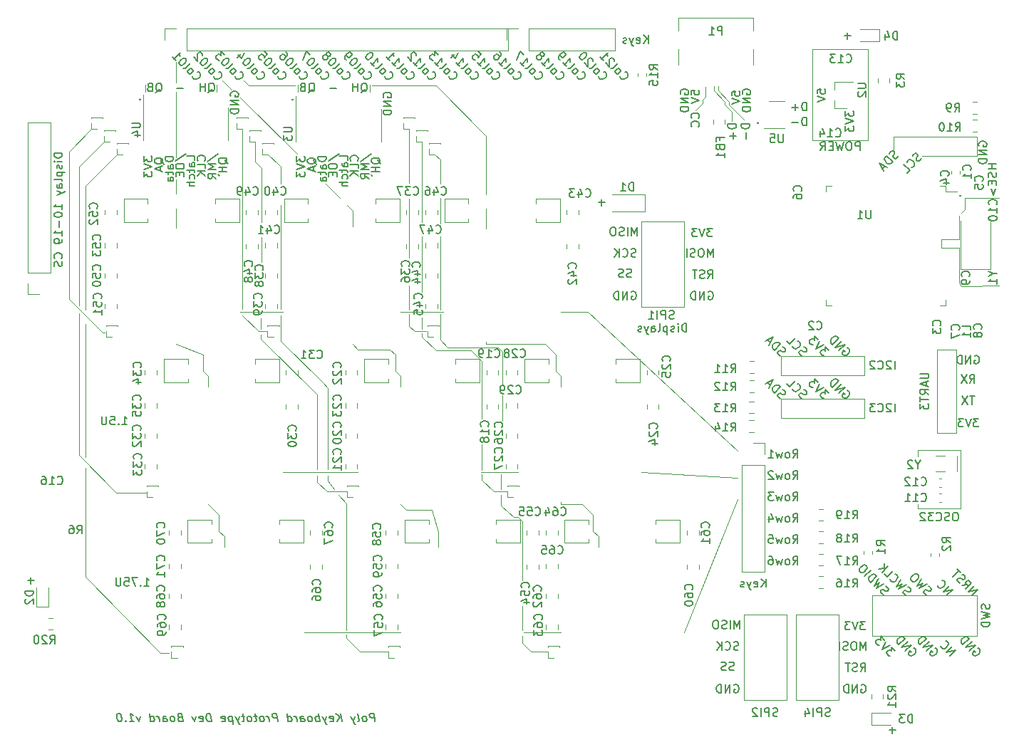
<source format=gbr>
%TF.GenerationSoftware,KiCad,Pcbnew,(5.1.5)-3*%
%TF.CreationDate,2021-02-26T11:52:20+01:00*%
%TF.ProjectId,poly_kb,706f6c79-5f6b-4622-9e6b-696361645f70,rev?*%
%TF.SameCoordinates,Original*%
%TF.FileFunction,Legend,Bot*%
%TF.FilePolarity,Positive*%
%FSLAX46Y46*%
G04 Gerber Fmt 4.6, Leading zero omitted, Abs format (unit mm)*
G04 Created by KiCad (PCBNEW (5.1.5)-3) date 2021-02-26 11:52:20*
%MOMM*%
%LPD*%
G04 APERTURE LIST*
%ADD10C,0.150000*%
%ADD11C,0.120000*%
%ADD12C,0.050000*%
G04 APERTURE END LIST*
D10*
X126515880Y-55467404D02*
X126515880Y-56086452D01*
X126896833Y-55753119D01*
X126896833Y-55895976D01*
X126944452Y-55991214D01*
X126992071Y-56038833D01*
X127087309Y-56086452D01*
X127325404Y-56086452D01*
X127420642Y-56038833D01*
X127468261Y-55991214D01*
X127515880Y-55895976D01*
X127515880Y-55610261D01*
X127468261Y-55515023D01*
X127420642Y-55467404D01*
X126515880Y-56372166D02*
X127515880Y-56705500D01*
X126515880Y-57038833D01*
X126515880Y-57276928D02*
X126515880Y-57895976D01*
X126896833Y-57562642D01*
X126896833Y-57705500D01*
X126944452Y-57800738D01*
X126992071Y-57848357D01*
X127087309Y-57895976D01*
X127325404Y-57895976D01*
X127420642Y-57848357D01*
X127468261Y-57800738D01*
X127515880Y-57705500D01*
X127515880Y-57419785D01*
X127468261Y-57324547D01*
X127420642Y-57276928D01*
X123150380Y-53403523D02*
X123150380Y-52927333D01*
X123626571Y-52879714D01*
X123578952Y-52927333D01*
X123531333Y-53022571D01*
X123531333Y-53260666D01*
X123578952Y-53355904D01*
X123626571Y-53403523D01*
X123721809Y-53451142D01*
X123959904Y-53451142D01*
X124055142Y-53403523D01*
X124102761Y-53355904D01*
X124150380Y-53260666D01*
X124150380Y-53022571D01*
X124102761Y-52927333D01*
X124055142Y-52879714D01*
X123150380Y-53736857D02*
X124150380Y-54070190D01*
X123150380Y-54403523D01*
X128230023Y-60142380D02*
X128230023Y-59142380D01*
X127849071Y-59142380D01*
X127753833Y-59190000D01*
X127706214Y-59237619D01*
X127658595Y-59332857D01*
X127658595Y-59475714D01*
X127706214Y-59570952D01*
X127753833Y-59618571D01*
X127849071Y-59666190D01*
X128230023Y-59666190D01*
X127039547Y-59142380D02*
X126849071Y-59142380D01*
X126753833Y-59190000D01*
X126658595Y-59285238D01*
X126610976Y-59475714D01*
X126610976Y-59809047D01*
X126658595Y-59999523D01*
X126753833Y-60094761D01*
X126849071Y-60142380D01*
X127039547Y-60142380D01*
X127134785Y-60094761D01*
X127230023Y-59999523D01*
X127277642Y-59809047D01*
X127277642Y-59475714D01*
X127230023Y-59285238D01*
X127134785Y-59190000D01*
X127039547Y-59142380D01*
X126277642Y-59142380D02*
X126039547Y-60142380D01*
X125849071Y-59428095D01*
X125658595Y-60142380D01*
X125420500Y-59142380D01*
X125039547Y-59618571D02*
X124706214Y-59618571D01*
X124563357Y-60142380D02*
X125039547Y-60142380D01*
X125039547Y-59142380D01*
X124563357Y-59142380D01*
X123563357Y-60142380D02*
X123896690Y-59666190D01*
X124134785Y-60142380D02*
X124134785Y-59142380D01*
X123753833Y-59142380D01*
X123658595Y-59190000D01*
X123610976Y-59237619D01*
X123563357Y-59332857D01*
X123563357Y-59475714D01*
X123610976Y-59570952D01*
X123658595Y-59618571D01*
X123753833Y-59666190D01*
X124134785Y-59666190D01*
D11*
X122555000Y-51371500D02*
X122555000Y-48133000D01*
X129159000Y-48133000D02*
X122555000Y-48133000D01*
X129159000Y-58928000D02*
X129159000Y-48133000D01*
X122555000Y-58928000D02*
X129159000Y-58928000D01*
X122555000Y-51371500D02*
X122555000Y-58928000D01*
X113030000Y-55562500D02*
X113030000Y-56642000D01*
X112204500Y-54737000D02*
X113030000Y-55562500D01*
X112204500Y-54419500D02*
X112204500Y-54737000D01*
X109537500Y-54546500D02*
X108712000Y-55372000D01*
X109537500Y-54102000D02*
X109537500Y-54546500D01*
X109855000Y-53784500D02*
X109537500Y-54102000D01*
X109855000Y-52641500D02*
X109855000Y-53784500D01*
X114490500Y-56515000D02*
X112712500Y-54737000D01*
X112712500Y-54356000D02*
X112712500Y-54737000D01*
X111379000Y-53022500D02*
X112712500Y-54356000D01*
X111379000Y-52514500D02*
X111379000Y-53022500D01*
X110871000Y-53022500D02*
X110871000Y-52514500D01*
X112204500Y-54419500D02*
X110871000Y-53022500D01*
D10*
X97916952Y-66365428D02*
X97155047Y-66365428D01*
X97536000Y-66746380D02*
X97536000Y-65984476D01*
X127126952Y-46553428D02*
X126365047Y-46553428D01*
X126746000Y-46934380D02*
X126746000Y-46172476D01*
X30098952Y-111323428D02*
X29337047Y-111323428D01*
X29718000Y-111704380D02*
X29718000Y-110942476D01*
X132460952Y-129103428D02*
X131699047Y-129103428D01*
X132080000Y-129484380D02*
X132080000Y-128722476D01*
D11*
X135128000Y-102743000D02*
X135128000Y-102235000D01*
X140208000Y-102743000D02*
X135128000Y-102743000D01*
X140208000Y-95758000D02*
X140208000Y-102743000D01*
X135128000Y-95758000D02*
X140208000Y-95758000D01*
X135128000Y-96520000D02*
X135128000Y-95758000D01*
D10*
X70630699Y-128087380D02*
X70505699Y-127087380D01*
X70124747Y-127087380D01*
X70035461Y-127135000D01*
X69993794Y-127182619D01*
X69958080Y-127277857D01*
X69975937Y-127420714D01*
X70035461Y-127515952D01*
X70089032Y-127563571D01*
X70190223Y-127611190D01*
X70571175Y-127611190D01*
X69487842Y-128087380D02*
X69577127Y-128039761D01*
X69618794Y-127992142D01*
X69654508Y-127896904D01*
X69618794Y-127611190D01*
X69559270Y-127515952D01*
X69505699Y-127468333D01*
X69404508Y-127420714D01*
X69261651Y-127420714D01*
X69172366Y-127468333D01*
X69130699Y-127515952D01*
X69094985Y-127611190D01*
X69130699Y-127896904D01*
X69190223Y-127992142D01*
X69243794Y-128039761D01*
X69344985Y-128087380D01*
X69487842Y-128087380D01*
X68583080Y-128087380D02*
X68672366Y-128039761D01*
X68708080Y-127944523D01*
X68600937Y-127087380D01*
X68214032Y-127420714D02*
X68059270Y-128087380D01*
X67737842Y-127420714D02*
X68059270Y-128087380D01*
X68184270Y-128325476D01*
X68237842Y-128373095D01*
X68339032Y-128420714D01*
X66678318Y-128087380D02*
X66553318Y-127087380D01*
X66106889Y-128087380D02*
X66464032Y-127515952D01*
X65981889Y-127087380D02*
X66624747Y-127658809D01*
X65291413Y-128039761D02*
X65392604Y-128087380D01*
X65583080Y-128087380D01*
X65672366Y-128039761D01*
X65708080Y-127944523D01*
X65660461Y-127563571D01*
X65600937Y-127468333D01*
X65499747Y-127420714D01*
X65309270Y-127420714D01*
X65219985Y-127468333D01*
X65184270Y-127563571D01*
X65196175Y-127658809D01*
X65684270Y-127754047D01*
X64833080Y-127420714D02*
X64678318Y-128087380D01*
X64356889Y-127420714D02*
X64678318Y-128087380D01*
X64803318Y-128325476D01*
X64856889Y-128373095D01*
X64958080Y-128420714D01*
X64059270Y-128087380D02*
X63934270Y-127087380D01*
X63981889Y-127468333D02*
X63880699Y-127420714D01*
X63690223Y-127420714D01*
X63600937Y-127468333D01*
X63559270Y-127515952D01*
X63523556Y-127611190D01*
X63559270Y-127896904D01*
X63618794Y-127992142D01*
X63672366Y-128039761D01*
X63773556Y-128087380D01*
X63964032Y-128087380D01*
X64053318Y-128039761D01*
X63011651Y-128087380D02*
X63100937Y-128039761D01*
X63142604Y-127992142D01*
X63178318Y-127896904D01*
X63142604Y-127611190D01*
X63083080Y-127515952D01*
X63029508Y-127468333D01*
X62928318Y-127420714D01*
X62785461Y-127420714D01*
X62696175Y-127468333D01*
X62654508Y-127515952D01*
X62618794Y-127611190D01*
X62654508Y-127896904D01*
X62714032Y-127992142D01*
X62767604Y-128039761D01*
X62868794Y-128087380D01*
X63011651Y-128087380D01*
X61821175Y-128087380D02*
X61755699Y-127563571D01*
X61791413Y-127468333D01*
X61880699Y-127420714D01*
X62071175Y-127420714D01*
X62172366Y-127468333D01*
X61815223Y-128039761D02*
X61916413Y-128087380D01*
X62154508Y-128087380D01*
X62243794Y-128039761D01*
X62279508Y-127944523D01*
X62267604Y-127849285D01*
X62208080Y-127754047D01*
X62106889Y-127706428D01*
X61868794Y-127706428D01*
X61767604Y-127658809D01*
X61344985Y-128087380D02*
X61261651Y-127420714D01*
X61285461Y-127611190D02*
X61225937Y-127515952D01*
X61172366Y-127468333D01*
X61071175Y-127420714D01*
X60975937Y-127420714D01*
X60297366Y-128087380D02*
X60172366Y-127087380D01*
X60291413Y-128039761D02*
X60392604Y-128087380D01*
X60583080Y-128087380D01*
X60672366Y-128039761D01*
X60714032Y-127992142D01*
X60749747Y-127896904D01*
X60714032Y-127611190D01*
X60654508Y-127515952D01*
X60600937Y-127468333D01*
X60499747Y-127420714D01*
X60309270Y-127420714D01*
X60219985Y-127468333D01*
X59059270Y-128087380D02*
X58934270Y-127087380D01*
X58553318Y-127087380D01*
X58464032Y-127135000D01*
X58422366Y-127182619D01*
X58386651Y-127277857D01*
X58404508Y-127420714D01*
X58464032Y-127515952D01*
X58517604Y-127563571D01*
X58618794Y-127611190D01*
X58999747Y-127611190D01*
X58059270Y-128087380D02*
X57975937Y-127420714D01*
X57999747Y-127611190D02*
X57940223Y-127515952D01*
X57886651Y-127468333D01*
X57785461Y-127420714D01*
X57690223Y-127420714D01*
X57297366Y-128087380D02*
X57386651Y-128039761D01*
X57428318Y-127992142D01*
X57464032Y-127896904D01*
X57428318Y-127611190D01*
X57368794Y-127515952D01*
X57315223Y-127468333D01*
X57214032Y-127420714D01*
X57071175Y-127420714D01*
X56981889Y-127468333D01*
X56940223Y-127515952D01*
X56904508Y-127611190D01*
X56940223Y-127896904D01*
X56999747Y-127992142D01*
X57053318Y-128039761D01*
X57154508Y-128087380D01*
X57297366Y-128087380D01*
X56594985Y-127420714D02*
X56214032Y-127420714D01*
X56410461Y-127087380D02*
X56517604Y-127944523D01*
X56481889Y-128039761D01*
X56392604Y-128087380D01*
X56297366Y-128087380D01*
X55821175Y-128087380D02*
X55910461Y-128039761D01*
X55952127Y-127992142D01*
X55987842Y-127896904D01*
X55952127Y-127611190D01*
X55892604Y-127515952D01*
X55839032Y-127468333D01*
X55737842Y-127420714D01*
X55594985Y-127420714D01*
X55505699Y-127468333D01*
X55464032Y-127515952D01*
X55428318Y-127611190D01*
X55464032Y-127896904D01*
X55523556Y-127992142D01*
X55577127Y-128039761D01*
X55678318Y-128087380D01*
X55821175Y-128087380D01*
X55118794Y-127420714D02*
X54737842Y-127420714D01*
X54934270Y-127087380D02*
X55041413Y-127944523D01*
X55005699Y-128039761D01*
X54916413Y-128087380D01*
X54821175Y-128087380D01*
X54499747Y-127420714D02*
X54344985Y-128087380D01*
X54023556Y-127420714D02*
X54344985Y-128087380D01*
X54469985Y-128325476D01*
X54523556Y-128373095D01*
X54624747Y-128420714D01*
X53642604Y-127420714D02*
X53767604Y-128420714D01*
X53648556Y-127468333D02*
X53547366Y-127420714D01*
X53356889Y-127420714D01*
X53267604Y-127468333D01*
X53225937Y-127515952D01*
X53190223Y-127611190D01*
X53225937Y-127896904D01*
X53285461Y-127992142D01*
X53339032Y-128039761D01*
X53440223Y-128087380D01*
X53630699Y-128087380D01*
X53719985Y-128039761D01*
X52434270Y-128039761D02*
X52535461Y-128087380D01*
X52725937Y-128087380D01*
X52815223Y-128039761D01*
X52850937Y-127944523D01*
X52803318Y-127563571D01*
X52743794Y-127468333D01*
X52642604Y-127420714D01*
X52452127Y-127420714D01*
X52362842Y-127468333D01*
X52327127Y-127563571D01*
X52339032Y-127658809D01*
X52827127Y-127754047D01*
X51202127Y-128087380D02*
X51077127Y-127087380D01*
X50839032Y-127087380D01*
X50702127Y-127135000D01*
X50618794Y-127230238D01*
X50583080Y-127325476D01*
X50559270Y-127515952D01*
X50577127Y-127658809D01*
X50648556Y-127849285D01*
X50708080Y-127944523D01*
X50815223Y-128039761D01*
X50964032Y-128087380D01*
X51202127Y-128087380D01*
X49815223Y-128039761D02*
X49916413Y-128087380D01*
X50106889Y-128087380D01*
X50196175Y-128039761D01*
X50231889Y-127944523D01*
X50184270Y-127563571D01*
X50124747Y-127468333D01*
X50023556Y-127420714D01*
X49833080Y-127420714D01*
X49743794Y-127468333D01*
X49708080Y-127563571D01*
X49719985Y-127658809D01*
X50208080Y-127754047D01*
X49356889Y-127420714D02*
X49202127Y-128087380D01*
X48880699Y-127420714D01*
X47422366Y-127563571D02*
X47285461Y-127611190D01*
X47243794Y-127658809D01*
X47208080Y-127754047D01*
X47225937Y-127896904D01*
X47285461Y-127992142D01*
X47339032Y-128039761D01*
X47440223Y-128087380D01*
X47821175Y-128087380D01*
X47696175Y-127087380D01*
X47362842Y-127087380D01*
X47273556Y-127135000D01*
X47231889Y-127182619D01*
X47196175Y-127277857D01*
X47208080Y-127373095D01*
X47267604Y-127468333D01*
X47321175Y-127515952D01*
X47422366Y-127563571D01*
X47755699Y-127563571D01*
X46678318Y-128087380D02*
X46767604Y-128039761D01*
X46809270Y-127992142D01*
X46844985Y-127896904D01*
X46809270Y-127611190D01*
X46749747Y-127515952D01*
X46696175Y-127468333D01*
X46594985Y-127420714D01*
X46452127Y-127420714D01*
X46362842Y-127468333D01*
X46321175Y-127515952D01*
X46285461Y-127611190D01*
X46321175Y-127896904D01*
X46380699Y-127992142D01*
X46434270Y-128039761D01*
X46535461Y-128087380D01*
X46678318Y-128087380D01*
X45487842Y-128087380D02*
X45422366Y-127563571D01*
X45458080Y-127468333D01*
X45547366Y-127420714D01*
X45737842Y-127420714D01*
X45839032Y-127468333D01*
X45481889Y-128039761D02*
X45583080Y-128087380D01*
X45821175Y-128087380D01*
X45910461Y-128039761D01*
X45946175Y-127944523D01*
X45934270Y-127849285D01*
X45874747Y-127754047D01*
X45773556Y-127706428D01*
X45535461Y-127706428D01*
X45434270Y-127658809D01*
X45011651Y-128087380D02*
X44928318Y-127420714D01*
X44952127Y-127611190D02*
X44892604Y-127515952D01*
X44839032Y-127468333D01*
X44737842Y-127420714D01*
X44642604Y-127420714D01*
X43964032Y-128087380D02*
X43839032Y-127087380D01*
X43958080Y-128039761D02*
X44059270Y-128087380D01*
X44249747Y-128087380D01*
X44339032Y-128039761D01*
X44380699Y-127992142D01*
X44416413Y-127896904D01*
X44380699Y-127611190D01*
X44321175Y-127515952D01*
X44267604Y-127468333D01*
X44166413Y-127420714D01*
X43975937Y-127420714D01*
X43886651Y-127468333D01*
X42737842Y-127420714D02*
X42583080Y-128087380D01*
X42261651Y-127420714D01*
X41440223Y-128087380D02*
X42011651Y-128087380D01*
X41725937Y-128087380D02*
X41600937Y-127087380D01*
X41714032Y-127230238D01*
X41821175Y-127325476D01*
X41922366Y-127373095D01*
X40999747Y-127992142D02*
X40958080Y-128039761D01*
X41011651Y-128087380D01*
X41053318Y-128039761D01*
X40999747Y-127992142D01*
X41011651Y-128087380D01*
X40219985Y-127087380D02*
X40124747Y-127087380D01*
X40035461Y-127135000D01*
X39993794Y-127182619D01*
X39958080Y-127277857D01*
X39934270Y-127468333D01*
X39964032Y-127706428D01*
X40035461Y-127896904D01*
X40094985Y-127992142D01*
X40148556Y-128039761D01*
X40249747Y-128087380D01*
X40344985Y-128087380D01*
X40434270Y-128039761D01*
X40475937Y-127992142D01*
X40511651Y-127896904D01*
X40535461Y-127706428D01*
X40505699Y-127468333D01*
X40434270Y-127277857D01*
X40374747Y-127182619D01*
X40321175Y-127135000D01*
X40219985Y-127087380D01*
D11*
X132207000Y-58547000D02*
X142113000Y-58547000D01*
X142113000Y-58547000D02*
X142113000Y-60833000D01*
X142113000Y-60833000D02*
X135636000Y-60833000D01*
X132207000Y-60071000D02*
X132207000Y-58547000D01*
X137414000Y-93726000D02*
X137414000Y-83820000D01*
X137414000Y-83820000D02*
X139700000Y-83820000D01*
X139700000Y-83820000D02*
X139700000Y-93726000D01*
X139700000Y-93726000D02*
X137414000Y-93726000D01*
X118872000Y-89662000D02*
X128778000Y-89662000D01*
X128778000Y-89662000D02*
X128778000Y-91948000D01*
X128778000Y-91948000D02*
X118872000Y-91948000D01*
X118872000Y-91948000D02*
X118872000Y-89662000D01*
X118872000Y-86868000D02*
X118872000Y-84582000D01*
X128778000Y-86868000D02*
X118872000Y-86868000D01*
X128778000Y-84582000D02*
X128778000Y-86868000D01*
X118872000Y-84582000D02*
X128778000Y-84582000D01*
X129667000Y-117856000D02*
X129667000Y-113030000D01*
X142113000Y-117856000D02*
X129667000Y-117856000D01*
X142113000Y-113030000D02*
X142113000Y-117856000D01*
X129667000Y-113030000D02*
X142113000Y-113030000D01*
X102235000Y-68580000D02*
X107315000Y-68580000D01*
X107315000Y-68580000D02*
X107315000Y-78740000D01*
X107315000Y-78740000D02*
X102235000Y-78740000D01*
X102235000Y-78740000D02*
X102235000Y-68580000D01*
X120650000Y-115316000D02*
X125730000Y-115316000D01*
X125730000Y-115316000D02*
X125730000Y-125476000D01*
X125730000Y-125476000D02*
X120650000Y-125476000D01*
X120650000Y-125476000D02*
X120650000Y-115316000D01*
X114427000Y-125476000D02*
X114427000Y-115316000D01*
X119507000Y-125476000D02*
X114427000Y-125476000D01*
X119507000Y-115316000D02*
X119507000Y-125476000D01*
X114427000Y-115316000D02*
X119507000Y-115316000D01*
D10*
X143609961Y-114111257D02*
X143657580Y-114254114D01*
X143657580Y-114492209D01*
X143609961Y-114587447D01*
X143562342Y-114635066D01*
X143467104Y-114682685D01*
X143371866Y-114682685D01*
X143276628Y-114635066D01*
X143229009Y-114587447D01*
X143181390Y-114492209D01*
X143133771Y-114301733D01*
X143086152Y-114206495D01*
X143038533Y-114158876D01*
X142943295Y-114111257D01*
X142848057Y-114111257D01*
X142752819Y-114158876D01*
X142705200Y-114206495D01*
X142657580Y-114301733D01*
X142657580Y-114539828D01*
X142705200Y-114682685D01*
X142657580Y-115016019D02*
X143657580Y-115254114D01*
X142943295Y-115444590D01*
X143657580Y-115635066D01*
X142657580Y-115873161D01*
X143657580Y-116254114D02*
X142657580Y-116254114D01*
X142657580Y-116492209D01*
X142705200Y-116635066D01*
X142800438Y-116730304D01*
X142895676Y-116777923D01*
X143086152Y-116825542D01*
X143229009Y-116825542D01*
X143419485Y-116777923D01*
X143514723Y-116730304D01*
X143609961Y-116635066D01*
X143657580Y-116492209D01*
X143657580Y-116254114D01*
X137163301Y-119336594D02*
X137264316Y-119370266D01*
X137365331Y-119471281D01*
X137432675Y-119605968D01*
X137432675Y-119740655D01*
X137399003Y-119841670D01*
X137297988Y-120010029D01*
X137196973Y-120111044D01*
X137028614Y-120212060D01*
X136927599Y-120245731D01*
X136792912Y-120245731D01*
X136658225Y-120178388D01*
X136590881Y-120111044D01*
X136523538Y-119976357D01*
X136523538Y-119909014D01*
X136759240Y-119673312D01*
X136893927Y-119807999D01*
X136153148Y-119673312D02*
X136860255Y-118966205D01*
X135749087Y-119269251D01*
X136456194Y-118562144D01*
X135412370Y-118932533D02*
X136119477Y-118225426D01*
X135951118Y-118057068D01*
X135816431Y-117989724D01*
X135681744Y-117989724D01*
X135580729Y-118023396D01*
X135412370Y-118124411D01*
X135311355Y-118225426D01*
X135210339Y-118393785D01*
X135176668Y-118494800D01*
X135176668Y-118629487D01*
X135244011Y-118764174D01*
X135412370Y-118932533D01*
X142243301Y-119336594D02*
X142344316Y-119370266D01*
X142445331Y-119471281D01*
X142512675Y-119605968D01*
X142512675Y-119740655D01*
X142479003Y-119841670D01*
X142377988Y-120010029D01*
X142276973Y-120111044D01*
X142108614Y-120212060D01*
X142007599Y-120245731D01*
X141872912Y-120245731D01*
X141738225Y-120178388D01*
X141670881Y-120111044D01*
X141603538Y-119976357D01*
X141603538Y-119909014D01*
X141839240Y-119673312D01*
X141973927Y-119807999D01*
X141233148Y-119673312D02*
X141940255Y-118966205D01*
X140829087Y-119269251D01*
X141536194Y-118562144D01*
X140492370Y-118932533D02*
X141199477Y-118225426D01*
X141031118Y-118057068D01*
X140896431Y-117989724D01*
X140761744Y-117989724D01*
X140660729Y-118023396D01*
X140492370Y-118124411D01*
X140391355Y-118225426D01*
X140290339Y-118393785D01*
X140256668Y-118494800D01*
X140256668Y-118629487D01*
X140324011Y-118764174D01*
X140492370Y-118932533D01*
X138919702Y-120280865D02*
X139626809Y-119573758D01*
X138515641Y-119876804D01*
X139222748Y-119169697D01*
X137842206Y-119068682D02*
X137842206Y-119136025D01*
X137909549Y-119270712D01*
X137976893Y-119338056D01*
X138111580Y-119405400D01*
X138246267Y-119405399D01*
X138347282Y-119371728D01*
X138515641Y-119270712D01*
X138616656Y-119169697D01*
X138717671Y-119001338D01*
X138751343Y-118900323D01*
X138751343Y-118765636D01*
X138684000Y-118630949D01*
X138616656Y-118563606D01*
X138481969Y-118496262D01*
X138414625Y-118496262D01*
X134623301Y-119336594D02*
X134724316Y-119370266D01*
X134825331Y-119471281D01*
X134892675Y-119605968D01*
X134892675Y-119740655D01*
X134859003Y-119841670D01*
X134757988Y-120010029D01*
X134656973Y-120111044D01*
X134488614Y-120212060D01*
X134387599Y-120245731D01*
X134252912Y-120245731D01*
X134118225Y-120178388D01*
X134050881Y-120111044D01*
X133983538Y-119976357D01*
X133983538Y-119909014D01*
X134219240Y-119673312D01*
X134353927Y-119807999D01*
X133613148Y-119673312D02*
X134320255Y-118966205D01*
X133209087Y-119269251D01*
X133916194Y-118562144D01*
X132872370Y-118932533D02*
X133579477Y-118225426D01*
X133411118Y-118057068D01*
X133276431Y-117989724D01*
X133141744Y-117989724D01*
X133040729Y-118023396D01*
X132872370Y-118124411D01*
X132771355Y-118225426D01*
X132670339Y-118393785D01*
X132636668Y-118494800D01*
X132636668Y-118629487D01*
X132704011Y-118764174D01*
X132872370Y-118932533D01*
X132453690Y-119639640D02*
X132015957Y-119201907D01*
X131982286Y-119706983D01*
X131881270Y-119605968D01*
X131780255Y-119572296D01*
X131712912Y-119572296D01*
X131611896Y-119605968D01*
X131443538Y-119774327D01*
X131409866Y-119875342D01*
X131409866Y-119942686D01*
X131443538Y-120043701D01*
X131645568Y-120245731D01*
X131746583Y-120279403D01*
X131813927Y-120279403D01*
X131813927Y-118999877D02*
X130871118Y-119471281D01*
X131342522Y-118528472D01*
X131174164Y-118360113D02*
X130736431Y-117922381D01*
X130702759Y-118427457D01*
X130601744Y-118326442D01*
X130500729Y-118292770D01*
X130433385Y-118292770D01*
X130332370Y-118326442D01*
X130164011Y-118494800D01*
X130130339Y-118595816D01*
X130130339Y-118663159D01*
X130164011Y-118764174D01*
X130366042Y-118966205D01*
X130467057Y-118999877D01*
X130534400Y-118999877D01*
X131056983Y-112985802D02*
X130922296Y-112918459D01*
X130753937Y-112750100D01*
X130720265Y-112649085D01*
X130720265Y-112581741D01*
X130753937Y-112480726D01*
X130821280Y-112413383D01*
X130922296Y-112379711D01*
X130989639Y-112379711D01*
X131090654Y-112413383D01*
X131259013Y-112514398D01*
X131360028Y-112548070D01*
X131427372Y-112548070D01*
X131528387Y-112514398D01*
X131595731Y-112447054D01*
X131629402Y-112346039D01*
X131629402Y-112278696D01*
X131595731Y-112177680D01*
X131427372Y-112009322D01*
X131292685Y-111941978D01*
X131090654Y-111672604D02*
X130215189Y-112211352D01*
X130585578Y-111571589D01*
X129945815Y-111941978D01*
X130484563Y-111066512D01*
X129508082Y-111504245D02*
X130215189Y-110797138D01*
X130046830Y-110628780D01*
X129912143Y-110561436D01*
X129777456Y-110561436D01*
X129676441Y-110595108D01*
X129508082Y-110696123D01*
X129407067Y-110797138D01*
X129306051Y-110965497D01*
X129272380Y-111066512D01*
X129272380Y-111201200D01*
X129339723Y-111335887D01*
X129508082Y-111504245D01*
X128800975Y-110797138D02*
X129508082Y-110090032D01*
X129036677Y-109618627D02*
X128901990Y-109483940D01*
X128800975Y-109450268D01*
X128666288Y-109450268D01*
X128497929Y-109551284D01*
X128262227Y-109786986D01*
X128161212Y-109955345D01*
X128161212Y-110090032D01*
X128194884Y-110191047D01*
X128329571Y-110325734D01*
X128430586Y-110359406D01*
X128565273Y-110359406D01*
X128733632Y-110258390D01*
X128969334Y-110022688D01*
X129070349Y-109854329D01*
X129070349Y-109719642D01*
X129036677Y-109618627D01*
X136148470Y-113022690D02*
X136013783Y-112955347D01*
X135845425Y-112786988D01*
X135811753Y-112685973D01*
X135811753Y-112618629D01*
X135845425Y-112517614D01*
X135912768Y-112450270D01*
X136013783Y-112416599D01*
X136081127Y-112416599D01*
X136182142Y-112450270D01*
X136350501Y-112551286D01*
X136451516Y-112584957D01*
X136518860Y-112584957D01*
X136619875Y-112551286D01*
X136687218Y-112483942D01*
X136720890Y-112382927D01*
X136720890Y-112315583D01*
X136687218Y-112214568D01*
X136518860Y-112046209D01*
X136384173Y-111978866D01*
X136182142Y-111709492D02*
X135306677Y-112248240D01*
X135677066Y-111608477D01*
X135037303Y-111978866D01*
X135576051Y-111103400D01*
X135171990Y-110699339D02*
X135037303Y-110564652D01*
X134936287Y-110530981D01*
X134801600Y-110530981D01*
X134633242Y-110631996D01*
X134397539Y-110867698D01*
X134296524Y-111036057D01*
X134296524Y-111170744D01*
X134330196Y-111271759D01*
X134464883Y-111406446D01*
X134565898Y-111440118D01*
X134700585Y-111440118D01*
X134868944Y-111339103D01*
X135104646Y-111103400D01*
X135205661Y-110935042D01*
X135205661Y-110800355D01*
X135171990Y-110699339D01*
X138538702Y-113067265D02*
X139245809Y-112360158D01*
X138134641Y-112663204D01*
X138841748Y-111956097D01*
X137461206Y-111855082D02*
X137461206Y-111922425D01*
X137528549Y-112057112D01*
X137595893Y-112124456D01*
X137730580Y-112191800D01*
X137865267Y-112191799D01*
X137966282Y-112158128D01*
X138134641Y-112057112D01*
X138235656Y-111956097D01*
X138336671Y-111787738D01*
X138370343Y-111686723D01*
X138370343Y-111552036D01*
X138303000Y-111417349D01*
X138235656Y-111350006D01*
X138100969Y-111282662D01*
X138033625Y-111282662D01*
X141532393Y-113063757D02*
X142239500Y-112356650D01*
X141128332Y-112659696D01*
X141835439Y-111952589D01*
X140387554Y-111918917D02*
X140959974Y-111817902D01*
X140791615Y-112322978D02*
X141498722Y-111615871D01*
X141229348Y-111346497D01*
X141128332Y-111312825D01*
X141060989Y-111312825D01*
X140959974Y-111346497D01*
X140858958Y-111447512D01*
X140825287Y-111548528D01*
X140825287Y-111615871D01*
X140858958Y-111716887D01*
X141128332Y-111986261D01*
X140151851Y-111615871D02*
X140017164Y-111548528D01*
X139848806Y-111380169D01*
X139815134Y-111279154D01*
X139815134Y-111211810D01*
X139848806Y-111110795D01*
X139916149Y-111043451D01*
X140017164Y-111009780D01*
X140084508Y-111009780D01*
X140185523Y-111043451D01*
X140353882Y-111144467D01*
X140454897Y-111178138D01*
X140522241Y-111178138D01*
X140623256Y-111144467D01*
X140690600Y-111077123D01*
X140724271Y-110976108D01*
X140724271Y-110908764D01*
X140690600Y-110807749D01*
X140522241Y-110639390D01*
X140387554Y-110572047D01*
X140219195Y-110336345D02*
X139815134Y-109932284D01*
X139310058Y-110841421D02*
X140017164Y-110134314D01*
X133697998Y-113086818D02*
X133563311Y-113019474D01*
X133394952Y-112851115D01*
X133361280Y-112750100D01*
X133361280Y-112682757D01*
X133394952Y-112581741D01*
X133462296Y-112514398D01*
X133563311Y-112480726D01*
X133630654Y-112480726D01*
X133731670Y-112514398D01*
X133900028Y-112615413D01*
X134001044Y-112649085D01*
X134068387Y-112649085D01*
X134169402Y-112615413D01*
X134236746Y-112548070D01*
X134270418Y-112447054D01*
X134270418Y-112379711D01*
X134236746Y-112278696D01*
X134068387Y-112110337D01*
X133933700Y-112042993D01*
X133731670Y-111773619D02*
X132856204Y-112312367D01*
X133226593Y-111672604D01*
X132586830Y-112042993D01*
X133125578Y-111167528D01*
X131812380Y-111133856D02*
X131812380Y-111201200D01*
X131879723Y-111335887D01*
X131947067Y-111403230D01*
X132081754Y-111470574D01*
X132216441Y-111470574D01*
X132317456Y-111436902D01*
X132485815Y-111335887D01*
X132586830Y-111234871D01*
X132687845Y-111066512D01*
X132721517Y-110965497D01*
X132721517Y-110830810D01*
X132654174Y-110696123D01*
X132586830Y-110628780D01*
X132452143Y-110561436D01*
X132384800Y-110561436D01*
X131105273Y-110561436D02*
X131441990Y-110898154D01*
X132149097Y-110191047D01*
X130869571Y-110325734D02*
X131576677Y-109618627D01*
X130465510Y-109921673D02*
X131172616Y-109820658D01*
X131172616Y-109214566D02*
X131172616Y-110022688D01*
X144470380Y-61793666D02*
X143470380Y-61793666D01*
X143946571Y-61793666D02*
X143946571Y-62365095D01*
X144470380Y-62365095D02*
X143470380Y-62365095D01*
X144422761Y-62793666D02*
X144470380Y-62936523D01*
X144470380Y-63174619D01*
X144422761Y-63269857D01*
X144375142Y-63317476D01*
X144279904Y-63365095D01*
X144184666Y-63365095D01*
X144089428Y-63317476D01*
X144041809Y-63269857D01*
X143994190Y-63174619D01*
X143946571Y-62984142D01*
X143898952Y-62888904D01*
X143851333Y-62841285D01*
X143756095Y-62793666D01*
X143660857Y-62793666D01*
X143565619Y-62841285D01*
X143518000Y-62888904D01*
X143470380Y-62984142D01*
X143470380Y-63222238D01*
X143518000Y-63365095D01*
X143946571Y-63793666D02*
X143946571Y-64127000D01*
X144470380Y-64269857D02*
X144470380Y-63793666D01*
X143470380Y-63793666D01*
X143470380Y-64269857D01*
X143803714Y-64698428D02*
X144089428Y-65460333D01*
X144375142Y-64698428D01*
X139691809Y-103211380D02*
X139501333Y-103211380D01*
X139406095Y-103259000D01*
X139310857Y-103354238D01*
X139263238Y-103544714D01*
X139263238Y-103878047D01*
X139310857Y-104068523D01*
X139406095Y-104163761D01*
X139501333Y-104211380D01*
X139691809Y-104211380D01*
X139787047Y-104163761D01*
X139882285Y-104068523D01*
X139929904Y-103878047D01*
X139929904Y-103544714D01*
X139882285Y-103354238D01*
X139787047Y-103259000D01*
X139691809Y-103211380D01*
X138882285Y-104163761D02*
X138739428Y-104211380D01*
X138501333Y-104211380D01*
X138406095Y-104163761D01*
X138358476Y-104116142D01*
X138310857Y-104020904D01*
X138310857Y-103925666D01*
X138358476Y-103830428D01*
X138406095Y-103782809D01*
X138501333Y-103735190D01*
X138691809Y-103687571D01*
X138787047Y-103639952D01*
X138834666Y-103592333D01*
X138882285Y-103497095D01*
X138882285Y-103401857D01*
X138834666Y-103306619D01*
X138787047Y-103259000D01*
X138691809Y-103211380D01*
X138453714Y-103211380D01*
X138310857Y-103259000D01*
X137310857Y-104116142D02*
X137358476Y-104163761D01*
X137501333Y-104211380D01*
X137596571Y-104211380D01*
X137739428Y-104163761D01*
X137834666Y-104068523D01*
X137882285Y-103973285D01*
X137929904Y-103782809D01*
X137929904Y-103639952D01*
X137882285Y-103449476D01*
X137834666Y-103354238D01*
X137739428Y-103259000D01*
X137596571Y-103211380D01*
X137501333Y-103211380D01*
X137358476Y-103259000D01*
X137310857Y-103306619D01*
X136977523Y-103211380D02*
X136358476Y-103211380D01*
X136691809Y-103592333D01*
X136548952Y-103592333D01*
X136453714Y-103639952D01*
X136406095Y-103687571D01*
X136358476Y-103782809D01*
X136358476Y-104020904D01*
X136406095Y-104116142D01*
X136453714Y-104163761D01*
X136548952Y-104211380D01*
X136834666Y-104211380D01*
X136929904Y-104163761D01*
X136977523Y-104116142D01*
X135977523Y-103306619D02*
X135929904Y-103259000D01*
X135834666Y-103211380D01*
X135596571Y-103211380D01*
X135501333Y-103259000D01*
X135453714Y-103306619D01*
X135406095Y-103401857D01*
X135406095Y-103497095D01*
X135453714Y-103639952D01*
X136025142Y-104211380D01*
X135406095Y-104211380D01*
D11*
X140817600Y-76276200D02*
X144780000Y-76263500D01*
X140309600Y-76276200D02*
X140817600Y-76276200D01*
X140004800Y-75895200D02*
X140309600Y-76276200D01*
X140004800Y-71755000D02*
X140004800Y-75895200D01*
X140004800Y-70739000D02*
X140004800Y-67894200D01*
X137922000Y-71755000D02*
X140004800Y-71755000D01*
X137922000Y-70764400D02*
X137922000Y-71729600D01*
X139979400Y-70739000D02*
X137922000Y-70764400D01*
X140690600Y-67208400D02*
X140309600Y-67589400D01*
X140690600Y-65786000D02*
X140690600Y-67208400D01*
X144780000Y-65786000D02*
X140716000Y-65786000D01*
D10*
X132793039Y-60793980D02*
X132725696Y-60928667D01*
X132557337Y-61097025D01*
X132456322Y-61130697D01*
X132388978Y-61130697D01*
X132287963Y-61097025D01*
X132220619Y-61029682D01*
X132186948Y-60928667D01*
X132186948Y-60861323D01*
X132220619Y-60760308D01*
X132321635Y-60591949D01*
X132355306Y-60490934D01*
X132355306Y-60423590D01*
X132321635Y-60322575D01*
X132254291Y-60255232D01*
X132153276Y-60221560D01*
X132085932Y-60221560D01*
X131984917Y-60255232D01*
X131816558Y-60423590D01*
X131749215Y-60558277D01*
X132119604Y-61534758D02*
X131412497Y-60827651D01*
X131244138Y-60996010D01*
X131176795Y-61130697D01*
X131176795Y-61265384D01*
X131210467Y-61366400D01*
X131311482Y-61534758D01*
X131412497Y-61635774D01*
X131580856Y-61736789D01*
X131681871Y-61770461D01*
X131816558Y-61770461D01*
X131951245Y-61703117D01*
X132119604Y-61534758D01*
X131244138Y-62006163D02*
X130907421Y-62342880D01*
X131513512Y-62140850D02*
X130570703Y-61669445D01*
X131042108Y-62612254D01*
X142375000Y-59639295D02*
X142327380Y-59544057D01*
X142327380Y-59401200D01*
X142375000Y-59258342D01*
X142470238Y-59163104D01*
X142565476Y-59115485D01*
X142755952Y-59067866D01*
X142898809Y-59067866D01*
X143089285Y-59115485D01*
X143184523Y-59163104D01*
X143279761Y-59258342D01*
X143327380Y-59401200D01*
X143327380Y-59496438D01*
X143279761Y-59639295D01*
X143232142Y-59686914D01*
X142898809Y-59686914D01*
X142898809Y-59496438D01*
X143327380Y-60115485D02*
X142327380Y-60115485D01*
X143327380Y-60686914D01*
X142327380Y-60686914D01*
X143327380Y-61163104D02*
X142327380Y-61163104D01*
X142327380Y-61401200D01*
X142375000Y-61544057D01*
X142470238Y-61639295D01*
X142565476Y-61686914D01*
X142755952Y-61734533D01*
X142898809Y-61734533D01*
X143089285Y-61686914D01*
X143184523Y-61639295D01*
X143279761Y-61544057D01*
X143327380Y-61401200D01*
X143327380Y-61163104D01*
X135544803Y-61090216D02*
X135477460Y-61224903D01*
X135309101Y-61393261D01*
X135208086Y-61426933D01*
X135140742Y-61426933D01*
X135039727Y-61393261D01*
X134972383Y-61325918D01*
X134938712Y-61224903D01*
X134938712Y-61157559D01*
X134972383Y-61056544D01*
X135073399Y-60888185D01*
X135107070Y-60787170D01*
X135107070Y-60719826D01*
X135073399Y-60618811D01*
X135006055Y-60551468D01*
X134905040Y-60517796D01*
X134837696Y-60517796D01*
X134736681Y-60551468D01*
X134568322Y-60719826D01*
X134500979Y-60854513D01*
X134399964Y-62167712D02*
X134467307Y-62167712D01*
X134601994Y-62100368D01*
X134669338Y-62033025D01*
X134736681Y-61898338D01*
X134736681Y-61763651D01*
X134703009Y-61662635D01*
X134601994Y-61494277D01*
X134500979Y-61393261D01*
X134332620Y-61292246D01*
X134231605Y-61258574D01*
X134096918Y-61258574D01*
X133962231Y-61325918D01*
X133894887Y-61393261D01*
X133827544Y-61527948D01*
X133827544Y-61595292D01*
X133827544Y-62874818D02*
X134164261Y-62538101D01*
X133457155Y-61830994D01*
X118809419Y-89663839D02*
X118674732Y-89596496D01*
X118506374Y-89428137D01*
X118472702Y-89327122D01*
X118472702Y-89259778D01*
X118506374Y-89158763D01*
X118573717Y-89091419D01*
X118674732Y-89057748D01*
X118742076Y-89057748D01*
X118843091Y-89091419D01*
X119011450Y-89192435D01*
X119112465Y-89226106D01*
X119179809Y-89226106D01*
X119280824Y-89192435D01*
X119348167Y-89125091D01*
X119381839Y-89024076D01*
X119381839Y-88956732D01*
X119348167Y-88855717D01*
X119179809Y-88687358D01*
X119045122Y-88620015D01*
X118068641Y-88990404D02*
X118775748Y-88283297D01*
X118607389Y-88114938D01*
X118472702Y-88047595D01*
X118338015Y-88047595D01*
X118236999Y-88081267D01*
X118068641Y-88182282D01*
X117967625Y-88283297D01*
X117866610Y-88451656D01*
X117832938Y-88552671D01*
X117832938Y-88687358D01*
X117900282Y-88822045D01*
X118068641Y-88990404D01*
X117597236Y-88114938D02*
X117260519Y-87778221D01*
X117462549Y-88384312D02*
X117933954Y-87441503D01*
X116991145Y-87912908D01*
X126749301Y-88704194D02*
X126850316Y-88737866D01*
X126951331Y-88838881D01*
X127018675Y-88973568D01*
X127018675Y-89108255D01*
X126985003Y-89209270D01*
X126883988Y-89377629D01*
X126782973Y-89478644D01*
X126614614Y-89579660D01*
X126513599Y-89613331D01*
X126378912Y-89613331D01*
X126244225Y-89545988D01*
X126176881Y-89478644D01*
X126109538Y-89343957D01*
X126109538Y-89276614D01*
X126345240Y-89040912D01*
X126479927Y-89175599D01*
X125739148Y-89040912D02*
X126446255Y-88333805D01*
X125335087Y-88636851D01*
X126042194Y-87929744D01*
X124998370Y-88300133D02*
X125705477Y-87593026D01*
X125537118Y-87424668D01*
X125402431Y-87357324D01*
X125267744Y-87357324D01*
X125166729Y-87390996D01*
X124998370Y-87492011D01*
X124897355Y-87593026D01*
X124796339Y-87761385D01*
X124762668Y-87862400D01*
X124762668Y-87997087D01*
X124830011Y-88131774D01*
X124998370Y-88300133D01*
X121332583Y-89647003D02*
X121197896Y-89579660D01*
X121029538Y-89411301D01*
X120995866Y-89310286D01*
X120995866Y-89242942D01*
X121029538Y-89141927D01*
X121096881Y-89074583D01*
X121197896Y-89040912D01*
X121265240Y-89040912D01*
X121366255Y-89074583D01*
X121534614Y-89175599D01*
X121635629Y-89209270D01*
X121702973Y-89209270D01*
X121803988Y-89175599D01*
X121871331Y-89108255D01*
X121905003Y-89007240D01*
X121905003Y-88939896D01*
X121871331Y-88838881D01*
X121702973Y-88670522D01*
X121568286Y-88603179D01*
X120255087Y-88502164D02*
X120255087Y-88569507D01*
X120322431Y-88704194D01*
X120389774Y-88771538D01*
X120524461Y-88838881D01*
X120659148Y-88838881D01*
X120760164Y-88805209D01*
X120928522Y-88704194D01*
X121029538Y-88603179D01*
X121130553Y-88434820D01*
X121164225Y-88333805D01*
X121164225Y-88199118D01*
X121096881Y-88064431D01*
X121029538Y-87997087D01*
X120894851Y-87929744D01*
X120827507Y-87929744D01*
X119547981Y-87929744D02*
X119884698Y-88266461D01*
X120591805Y-87559355D01*
X124579690Y-89007240D02*
X124141957Y-88569507D01*
X124108286Y-89074583D01*
X124007270Y-88973568D01*
X123906255Y-88939896D01*
X123838912Y-88939896D01*
X123737896Y-88973568D01*
X123569538Y-89141927D01*
X123535866Y-89242942D01*
X123535866Y-89310286D01*
X123569538Y-89411301D01*
X123771568Y-89613331D01*
X123872583Y-89647003D01*
X123939927Y-89647003D01*
X123939927Y-88367477D02*
X122997118Y-88838881D01*
X123468522Y-87896072D01*
X123300164Y-87727713D02*
X122862431Y-87289981D01*
X122828759Y-87795057D01*
X122727744Y-87694042D01*
X122626729Y-87660370D01*
X122559385Y-87660370D01*
X122458370Y-87694042D01*
X122290011Y-87862400D01*
X122256339Y-87963416D01*
X122256339Y-88030759D01*
X122290011Y-88131774D01*
X122492042Y-88333805D01*
X122593057Y-88367477D01*
X122660400Y-88367477D01*
X124579690Y-83927240D02*
X124141957Y-83489507D01*
X124108286Y-83994583D01*
X124007270Y-83893568D01*
X123906255Y-83859896D01*
X123838912Y-83859896D01*
X123737896Y-83893568D01*
X123569538Y-84061927D01*
X123535866Y-84162942D01*
X123535866Y-84230286D01*
X123569538Y-84331301D01*
X123771568Y-84533331D01*
X123872583Y-84567003D01*
X123939927Y-84567003D01*
X123939927Y-83287477D02*
X122997118Y-83758881D01*
X123468522Y-82816072D01*
X123300164Y-82647713D02*
X122862431Y-82209981D01*
X122828759Y-82715057D01*
X122727744Y-82614042D01*
X122626729Y-82580370D01*
X122559385Y-82580370D01*
X122458370Y-82614042D01*
X122290011Y-82782400D01*
X122256339Y-82883416D01*
X122256339Y-82950759D01*
X122290011Y-83051774D01*
X122492042Y-83253805D01*
X122593057Y-83287477D01*
X122660400Y-83287477D01*
X118809419Y-84583839D02*
X118674732Y-84516496D01*
X118506374Y-84348137D01*
X118472702Y-84247122D01*
X118472702Y-84179778D01*
X118506374Y-84078763D01*
X118573717Y-84011419D01*
X118674732Y-83977748D01*
X118742076Y-83977748D01*
X118843091Y-84011419D01*
X119011450Y-84112435D01*
X119112465Y-84146106D01*
X119179809Y-84146106D01*
X119280824Y-84112435D01*
X119348167Y-84045091D01*
X119381839Y-83944076D01*
X119381839Y-83876732D01*
X119348167Y-83775717D01*
X119179809Y-83607358D01*
X119045122Y-83540015D01*
X118068641Y-83910404D02*
X118775748Y-83203297D01*
X118607389Y-83034938D01*
X118472702Y-82967595D01*
X118338015Y-82967595D01*
X118236999Y-83001267D01*
X118068641Y-83102282D01*
X117967625Y-83203297D01*
X117866610Y-83371656D01*
X117832938Y-83472671D01*
X117832938Y-83607358D01*
X117900282Y-83742045D01*
X118068641Y-83910404D01*
X117597236Y-83034938D02*
X117260519Y-82698221D01*
X117462549Y-83304312D02*
X117933954Y-82361503D01*
X116991145Y-82832908D01*
X121332583Y-84567003D02*
X121197896Y-84499660D01*
X121029538Y-84331301D01*
X120995866Y-84230286D01*
X120995866Y-84162942D01*
X121029538Y-84061927D01*
X121096881Y-83994583D01*
X121197896Y-83960912D01*
X121265240Y-83960912D01*
X121366255Y-83994583D01*
X121534614Y-84095599D01*
X121635629Y-84129270D01*
X121702973Y-84129270D01*
X121803988Y-84095599D01*
X121871331Y-84028255D01*
X121905003Y-83927240D01*
X121905003Y-83859896D01*
X121871331Y-83758881D01*
X121702973Y-83590522D01*
X121568286Y-83523179D01*
X120255087Y-83422164D02*
X120255087Y-83489507D01*
X120322431Y-83624194D01*
X120389774Y-83691538D01*
X120524461Y-83758881D01*
X120659148Y-83758881D01*
X120760164Y-83725209D01*
X120928522Y-83624194D01*
X121029538Y-83523179D01*
X121130553Y-83354820D01*
X121164225Y-83253805D01*
X121164225Y-83119118D01*
X121096881Y-82984431D01*
X121029538Y-82917087D01*
X120894851Y-82849744D01*
X120827507Y-82849744D01*
X119547981Y-82849744D02*
X119884698Y-83186461D01*
X120591805Y-82479355D01*
X126749301Y-83624194D02*
X126850316Y-83657866D01*
X126951331Y-83758881D01*
X127018675Y-83893568D01*
X127018675Y-84028255D01*
X126985003Y-84129270D01*
X126883988Y-84297629D01*
X126782973Y-84398644D01*
X126614614Y-84499660D01*
X126513599Y-84533331D01*
X126378912Y-84533331D01*
X126244225Y-84465988D01*
X126176881Y-84398644D01*
X126109538Y-84263957D01*
X126109538Y-84196614D01*
X126345240Y-83960912D01*
X126479927Y-84095599D01*
X125739148Y-83960912D02*
X126446255Y-83253805D01*
X125335087Y-83556851D01*
X126042194Y-82849744D01*
X124998370Y-83220133D02*
X125705477Y-82513026D01*
X125537118Y-82344668D01*
X125402431Y-82277324D01*
X125267744Y-82277324D01*
X125166729Y-82310996D01*
X124998370Y-82412011D01*
X124897355Y-82513026D01*
X124796339Y-82681385D01*
X124762668Y-82782400D01*
X124762668Y-82917087D01*
X124830011Y-83051774D01*
X124998370Y-83220133D01*
X142335095Y-92035380D02*
X141716047Y-92035380D01*
X142049380Y-92416333D01*
X141906523Y-92416333D01*
X141811285Y-92463952D01*
X141763666Y-92511571D01*
X141716047Y-92606809D01*
X141716047Y-92844904D01*
X141763666Y-92940142D01*
X141811285Y-92987761D01*
X141906523Y-93035380D01*
X142192238Y-93035380D01*
X142287476Y-92987761D01*
X142335095Y-92940142D01*
X141430333Y-92035380D02*
X141097000Y-93035380D01*
X140763666Y-92035380D01*
X140525571Y-92035380D02*
X139906523Y-92035380D01*
X140239857Y-92416333D01*
X140097000Y-92416333D01*
X140001761Y-92463952D01*
X139954142Y-92511571D01*
X139906523Y-92606809D01*
X139906523Y-92844904D01*
X139954142Y-92940142D01*
X140001761Y-92987761D01*
X140097000Y-93035380D01*
X140382714Y-93035380D01*
X140477952Y-92987761D01*
X140525571Y-92940142D01*
X141858904Y-89368380D02*
X141287476Y-89368380D01*
X141573190Y-90368380D02*
X141573190Y-89368380D01*
X141049380Y-89368380D02*
X140382714Y-90368380D01*
X140382714Y-89368380D02*
X141049380Y-90368380D01*
X141263666Y-87828380D02*
X141597000Y-87352190D01*
X141835095Y-87828380D02*
X141835095Y-86828380D01*
X141454142Y-86828380D01*
X141358904Y-86876000D01*
X141311285Y-86923619D01*
X141263666Y-87018857D01*
X141263666Y-87161714D01*
X141311285Y-87256952D01*
X141358904Y-87304571D01*
X141454142Y-87352190D01*
X141835095Y-87352190D01*
X140930333Y-86828380D02*
X140263666Y-87828380D01*
X140263666Y-86828380D02*
X140930333Y-87828380D01*
X141858904Y-84590000D02*
X141954142Y-84542380D01*
X142097000Y-84542380D01*
X142239857Y-84590000D01*
X142335095Y-84685238D01*
X142382714Y-84780476D01*
X142430333Y-84970952D01*
X142430333Y-85113809D01*
X142382714Y-85304285D01*
X142335095Y-85399523D01*
X142239857Y-85494761D01*
X142097000Y-85542380D01*
X142001761Y-85542380D01*
X141858904Y-85494761D01*
X141811285Y-85447142D01*
X141811285Y-85113809D01*
X142001761Y-85113809D01*
X141382714Y-85542380D02*
X141382714Y-84542380D01*
X140811285Y-85542380D01*
X140811285Y-84542380D01*
X140335095Y-85542380D02*
X140335095Y-84542380D01*
X140097000Y-84542380D01*
X139954142Y-84590000D01*
X139858904Y-84685238D01*
X139811285Y-84780476D01*
X139763666Y-84970952D01*
X139763666Y-85113809D01*
X139811285Y-85304285D01*
X139858904Y-85399523D01*
X139954142Y-85494761D01*
X140097000Y-85542380D01*
X140335095Y-85542380D01*
X132389380Y-91257380D02*
X132389380Y-90257380D01*
X131960809Y-90352619D02*
X131913190Y-90305000D01*
X131817952Y-90257380D01*
X131579857Y-90257380D01*
X131484619Y-90305000D01*
X131437000Y-90352619D01*
X131389380Y-90447857D01*
X131389380Y-90543095D01*
X131437000Y-90685952D01*
X132008428Y-91257380D01*
X131389380Y-91257380D01*
X130389380Y-91162142D02*
X130437000Y-91209761D01*
X130579857Y-91257380D01*
X130675095Y-91257380D01*
X130817952Y-91209761D01*
X130913190Y-91114523D01*
X130960809Y-91019285D01*
X131008428Y-90828809D01*
X131008428Y-90685952D01*
X130960809Y-90495476D01*
X130913190Y-90400238D01*
X130817952Y-90305000D01*
X130675095Y-90257380D01*
X130579857Y-90257380D01*
X130437000Y-90305000D01*
X130389380Y-90352619D01*
X130056047Y-90257380D02*
X129437000Y-90257380D01*
X129770333Y-90638333D01*
X129627476Y-90638333D01*
X129532238Y-90685952D01*
X129484619Y-90733571D01*
X129437000Y-90828809D01*
X129437000Y-91066904D01*
X129484619Y-91162142D01*
X129532238Y-91209761D01*
X129627476Y-91257380D01*
X129913190Y-91257380D01*
X130008428Y-91209761D01*
X130056047Y-91162142D01*
X132389380Y-86177380D02*
X132389380Y-85177380D01*
X131960809Y-85272619D02*
X131913190Y-85225000D01*
X131817952Y-85177380D01*
X131579857Y-85177380D01*
X131484619Y-85225000D01*
X131437000Y-85272619D01*
X131389380Y-85367857D01*
X131389380Y-85463095D01*
X131437000Y-85605952D01*
X132008428Y-86177380D01*
X131389380Y-86177380D01*
X130389380Y-86082142D02*
X130437000Y-86129761D01*
X130579857Y-86177380D01*
X130675095Y-86177380D01*
X130817952Y-86129761D01*
X130913190Y-86034523D01*
X130960809Y-85939285D01*
X131008428Y-85748809D01*
X131008428Y-85605952D01*
X130960809Y-85415476D01*
X130913190Y-85320238D01*
X130817952Y-85225000D01*
X130675095Y-85177380D01*
X130579857Y-85177380D01*
X130437000Y-85225000D01*
X130389380Y-85272619D01*
X130008428Y-85272619D02*
X129960809Y-85225000D01*
X129865571Y-85177380D01*
X129627476Y-85177380D01*
X129532238Y-85225000D01*
X129484619Y-85272619D01*
X129437000Y-85367857D01*
X129437000Y-85463095D01*
X129484619Y-85605952D01*
X130056047Y-86177380D01*
X129437000Y-86177380D01*
X135405880Y-86701571D02*
X136215404Y-86701571D01*
X136310642Y-86749190D01*
X136358261Y-86796809D01*
X136405880Y-86892047D01*
X136405880Y-87082523D01*
X136358261Y-87177761D01*
X136310642Y-87225380D01*
X136215404Y-87273000D01*
X135405880Y-87273000D01*
X136120166Y-87701571D02*
X136120166Y-88177761D01*
X136405880Y-87606333D02*
X135405880Y-87939666D01*
X136405880Y-88273000D01*
X136405880Y-89177761D02*
X135929690Y-88844428D01*
X136405880Y-88606333D02*
X135405880Y-88606333D01*
X135405880Y-88987285D01*
X135453500Y-89082523D01*
X135501119Y-89130142D01*
X135596357Y-89177761D01*
X135739214Y-89177761D01*
X135834452Y-89130142D01*
X135882071Y-89082523D01*
X135929690Y-88987285D01*
X135929690Y-88606333D01*
X135405880Y-89463476D02*
X135405880Y-90034904D01*
X136405880Y-89749190D02*
X135405880Y-89749190D01*
X135405880Y-90273000D02*
X135405880Y-90892047D01*
X135786833Y-90558714D01*
X135786833Y-90701571D01*
X135834452Y-90796809D01*
X135882071Y-90844428D01*
X135977309Y-90892047D01*
X136215404Y-90892047D01*
X136310642Y-90844428D01*
X136358261Y-90796809D01*
X136405880Y-90701571D01*
X136405880Y-90415857D01*
X136358261Y-90320619D01*
X136310642Y-90273000D01*
X124690000Y-127404761D02*
X124547142Y-127452380D01*
X124309047Y-127452380D01*
X124213809Y-127404761D01*
X124166190Y-127357142D01*
X124118571Y-127261904D01*
X124118571Y-127166666D01*
X124166190Y-127071428D01*
X124213809Y-127023809D01*
X124309047Y-126976190D01*
X124499523Y-126928571D01*
X124594761Y-126880952D01*
X124642380Y-126833333D01*
X124690000Y-126738095D01*
X124690000Y-126642857D01*
X124642380Y-126547619D01*
X124594761Y-126500000D01*
X124499523Y-126452380D01*
X124261428Y-126452380D01*
X124118571Y-126500000D01*
X123690000Y-127452380D02*
X123690000Y-126452380D01*
X123309047Y-126452380D01*
X123213809Y-126500000D01*
X123166190Y-126547619D01*
X123118571Y-126642857D01*
X123118571Y-126785714D01*
X123166190Y-126880952D01*
X123213809Y-126928571D01*
X123309047Y-126976190D01*
X123690000Y-126976190D01*
X122690000Y-127452380D02*
X122690000Y-126452380D01*
X121785238Y-126785714D02*
X121785238Y-127452380D01*
X122023333Y-126404761D02*
X122261428Y-127119047D01*
X121642380Y-127119047D01*
X118467000Y-127404761D02*
X118324142Y-127452380D01*
X118086047Y-127452380D01*
X117990809Y-127404761D01*
X117943190Y-127357142D01*
X117895571Y-127261904D01*
X117895571Y-127166666D01*
X117943190Y-127071428D01*
X117990809Y-127023809D01*
X118086047Y-126976190D01*
X118276523Y-126928571D01*
X118371761Y-126880952D01*
X118419380Y-126833333D01*
X118467000Y-126738095D01*
X118467000Y-126642857D01*
X118419380Y-126547619D01*
X118371761Y-126500000D01*
X118276523Y-126452380D01*
X118038428Y-126452380D01*
X117895571Y-126500000D01*
X117467000Y-127452380D02*
X117467000Y-126452380D01*
X117086047Y-126452380D01*
X116990809Y-126500000D01*
X116943190Y-126547619D01*
X116895571Y-126642857D01*
X116895571Y-126785714D01*
X116943190Y-126880952D01*
X116990809Y-126928571D01*
X117086047Y-126976190D01*
X117467000Y-126976190D01*
X116467000Y-127452380D02*
X116467000Y-126452380D01*
X116038428Y-126547619D02*
X115990809Y-126500000D01*
X115895571Y-126452380D01*
X115657476Y-126452380D01*
X115562238Y-126500000D01*
X115514619Y-126547619D01*
X115467000Y-126642857D01*
X115467000Y-126738095D01*
X115514619Y-126880952D01*
X116086047Y-127452380D01*
X115467000Y-127452380D01*
X128309619Y-122118380D02*
X128642952Y-121642190D01*
X128881047Y-122118380D02*
X128881047Y-121118380D01*
X128500095Y-121118380D01*
X128404857Y-121166000D01*
X128357238Y-121213619D01*
X128309619Y-121308857D01*
X128309619Y-121451714D01*
X128357238Y-121546952D01*
X128404857Y-121594571D01*
X128500095Y-121642190D01*
X128881047Y-121642190D01*
X127928666Y-122070761D02*
X127785809Y-122118380D01*
X127547714Y-122118380D01*
X127452476Y-122070761D01*
X127404857Y-122023142D01*
X127357238Y-121927904D01*
X127357238Y-121832666D01*
X127404857Y-121737428D01*
X127452476Y-121689809D01*
X127547714Y-121642190D01*
X127738190Y-121594571D01*
X127833428Y-121546952D01*
X127881047Y-121499333D01*
X127928666Y-121404095D01*
X127928666Y-121308857D01*
X127881047Y-121213619D01*
X127833428Y-121166000D01*
X127738190Y-121118380D01*
X127500095Y-121118380D01*
X127357238Y-121166000D01*
X127071523Y-121118380D02*
X126500095Y-121118380D01*
X126785809Y-122118380D02*
X126785809Y-121118380D01*
X128873095Y-116165380D02*
X128254047Y-116165380D01*
X128587380Y-116546333D01*
X128444523Y-116546333D01*
X128349285Y-116593952D01*
X128301666Y-116641571D01*
X128254047Y-116736809D01*
X128254047Y-116974904D01*
X128301666Y-117070142D01*
X128349285Y-117117761D01*
X128444523Y-117165380D01*
X128730238Y-117165380D01*
X128825476Y-117117761D01*
X128873095Y-117070142D01*
X127968333Y-116165380D02*
X127635000Y-117165380D01*
X127301666Y-116165380D01*
X127063571Y-116165380D02*
X126444523Y-116165380D01*
X126777857Y-116546333D01*
X126635000Y-116546333D01*
X126539761Y-116593952D01*
X126492142Y-116641571D01*
X126444523Y-116736809D01*
X126444523Y-116974904D01*
X126492142Y-117070142D01*
X126539761Y-117117761D01*
X126635000Y-117165380D01*
X126920714Y-117165380D01*
X127015952Y-117117761D01*
X127063571Y-117070142D01*
X128952428Y-119578380D02*
X128952428Y-118578380D01*
X128619095Y-119292666D01*
X128285761Y-118578380D01*
X128285761Y-119578380D01*
X127619095Y-118578380D02*
X127428619Y-118578380D01*
X127333380Y-118626000D01*
X127238142Y-118721238D01*
X127190523Y-118911714D01*
X127190523Y-119245047D01*
X127238142Y-119435523D01*
X127333380Y-119530761D01*
X127428619Y-119578380D01*
X127619095Y-119578380D01*
X127714333Y-119530761D01*
X127809571Y-119435523D01*
X127857190Y-119245047D01*
X127857190Y-118911714D01*
X127809571Y-118721238D01*
X127714333Y-118626000D01*
X127619095Y-118578380D01*
X126809571Y-119530761D02*
X126666714Y-119578380D01*
X126428619Y-119578380D01*
X126333380Y-119530761D01*
X126285761Y-119483142D01*
X126238142Y-119387904D01*
X126238142Y-119292666D01*
X126285761Y-119197428D01*
X126333380Y-119149809D01*
X126428619Y-119102190D01*
X126619095Y-119054571D01*
X126714333Y-119006952D01*
X126761952Y-118959333D01*
X126809571Y-118864095D01*
X126809571Y-118768857D01*
X126761952Y-118673619D01*
X126714333Y-118626000D01*
X126619095Y-118578380D01*
X126381000Y-118578380D01*
X126238142Y-118626000D01*
X125809571Y-119578380D02*
X125809571Y-118578380D01*
X128396904Y-123706000D02*
X128492142Y-123658380D01*
X128635000Y-123658380D01*
X128777857Y-123706000D01*
X128873095Y-123801238D01*
X128920714Y-123896476D01*
X128968333Y-124086952D01*
X128968333Y-124229809D01*
X128920714Y-124420285D01*
X128873095Y-124515523D01*
X128777857Y-124610761D01*
X128635000Y-124658380D01*
X128539761Y-124658380D01*
X128396904Y-124610761D01*
X128349285Y-124563142D01*
X128349285Y-124229809D01*
X128539761Y-124229809D01*
X127920714Y-124658380D02*
X127920714Y-123658380D01*
X127349285Y-124658380D01*
X127349285Y-123658380D01*
X126873095Y-124658380D02*
X126873095Y-123658380D01*
X126635000Y-123658380D01*
X126492142Y-123706000D01*
X126396904Y-123801238D01*
X126349285Y-123896476D01*
X126301666Y-124086952D01*
X126301666Y-124229809D01*
X126349285Y-124420285D01*
X126396904Y-124515523D01*
X126492142Y-124610761D01*
X126635000Y-124658380D01*
X126873095Y-124658380D01*
X113283904Y-123706000D02*
X113379142Y-123658380D01*
X113522000Y-123658380D01*
X113664857Y-123706000D01*
X113760095Y-123801238D01*
X113807714Y-123896476D01*
X113855333Y-124086952D01*
X113855333Y-124229809D01*
X113807714Y-124420285D01*
X113760095Y-124515523D01*
X113664857Y-124610761D01*
X113522000Y-124658380D01*
X113426761Y-124658380D01*
X113283904Y-124610761D01*
X113236285Y-124563142D01*
X113236285Y-124229809D01*
X113426761Y-124229809D01*
X112807714Y-124658380D02*
X112807714Y-123658380D01*
X112236285Y-124658380D01*
X112236285Y-123658380D01*
X111760095Y-124658380D02*
X111760095Y-123658380D01*
X111522000Y-123658380D01*
X111379142Y-123706000D01*
X111283904Y-123801238D01*
X111236285Y-123896476D01*
X111188666Y-124086952D01*
X111188666Y-124229809D01*
X111236285Y-124420285D01*
X111283904Y-124515523D01*
X111379142Y-124610761D01*
X111522000Y-124658380D01*
X111760095Y-124658380D01*
X113966428Y-117038380D02*
X113966428Y-116038380D01*
X113633095Y-116752666D01*
X113299761Y-116038380D01*
X113299761Y-117038380D01*
X112823571Y-117038380D02*
X112823571Y-116038380D01*
X112395000Y-116990761D02*
X112252142Y-117038380D01*
X112014047Y-117038380D01*
X111918809Y-116990761D01*
X111871190Y-116943142D01*
X111823571Y-116847904D01*
X111823571Y-116752666D01*
X111871190Y-116657428D01*
X111918809Y-116609809D01*
X112014047Y-116562190D01*
X112204523Y-116514571D01*
X112299761Y-116466952D01*
X112347380Y-116419333D01*
X112395000Y-116324095D01*
X112395000Y-116228857D01*
X112347380Y-116133619D01*
X112299761Y-116086000D01*
X112204523Y-116038380D01*
X111966428Y-116038380D01*
X111823571Y-116086000D01*
X111204523Y-116038380D02*
X111014047Y-116038380D01*
X110918809Y-116086000D01*
X110823571Y-116181238D01*
X110775952Y-116371714D01*
X110775952Y-116705047D01*
X110823571Y-116895523D01*
X110918809Y-116990761D01*
X111014047Y-117038380D01*
X111204523Y-117038380D01*
X111299761Y-116990761D01*
X111395000Y-116895523D01*
X111442619Y-116705047D01*
X111442619Y-116371714D01*
X111395000Y-116181238D01*
X111299761Y-116086000D01*
X111204523Y-116038380D01*
X113807714Y-119530761D02*
X113664857Y-119578380D01*
X113426761Y-119578380D01*
X113331523Y-119530761D01*
X113283904Y-119483142D01*
X113236285Y-119387904D01*
X113236285Y-119292666D01*
X113283904Y-119197428D01*
X113331523Y-119149809D01*
X113426761Y-119102190D01*
X113617238Y-119054571D01*
X113712476Y-119006952D01*
X113760095Y-118959333D01*
X113807714Y-118864095D01*
X113807714Y-118768857D01*
X113760095Y-118673619D01*
X113712476Y-118626000D01*
X113617238Y-118578380D01*
X113379142Y-118578380D01*
X113236285Y-118626000D01*
X112236285Y-119483142D02*
X112283904Y-119530761D01*
X112426761Y-119578380D01*
X112522000Y-119578380D01*
X112664857Y-119530761D01*
X112760095Y-119435523D01*
X112807714Y-119340285D01*
X112855333Y-119149809D01*
X112855333Y-119006952D01*
X112807714Y-118816476D01*
X112760095Y-118721238D01*
X112664857Y-118626000D01*
X112522000Y-118578380D01*
X112426761Y-118578380D01*
X112283904Y-118626000D01*
X112236285Y-118673619D01*
X111807714Y-119578380D02*
X111807714Y-118578380D01*
X111236285Y-119578380D02*
X111664857Y-119006952D01*
X111236285Y-118578380D02*
X111807714Y-119149809D01*
X113283904Y-121943761D02*
X113141047Y-121991380D01*
X112902952Y-121991380D01*
X112807714Y-121943761D01*
X112760095Y-121896142D01*
X112712476Y-121800904D01*
X112712476Y-121705666D01*
X112760095Y-121610428D01*
X112807714Y-121562809D01*
X112902952Y-121515190D01*
X113093428Y-121467571D01*
X113188666Y-121419952D01*
X113236285Y-121372333D01*
X113283904Y-121277095D01*
X113283904Y-121181857D01*
X113236285Y-121086619D01*
X113188666Y-121039000D01*
X113093428Y-120991380D01*
X112855333Y-120991380D01*
X112712476Y-121039000D01*
X112331523Y-121943761D02*
X112188666Y-121991380D01*
X111950571Y-121991380D01*
X111855333Y-121943761D01*
X111807714Y-121896142D01*
X111760095Y-121800904D01*
X111760095Y-121705666D01*
X111807714Y-121610428D01*
X111855333Y-121562809D01*
X111950571Y-121515190D01*
X112141047Y-121467571D01*
X112236285Y-121419952D01*
X112283904Y-121372333D01*
X112331523Y-121277095D01*
X112331523Y-121181857D01*
X112283904Y-121086619D01*
X112236285Y-121039000D01*
X112141047Y-120991380D01*
X111902952Y-120991380D01*
X111760095Y-121039000D01*
X106148000Y-80160761D02*
X106005142Y-80208380D01*
X105767047Y-80208380D01*
X105671809Y-80160761D01*
X105624190Y-80113142D01*
X105576571Y-80017904D01*
X105576571Y-79922666D01*
X105624190Y-79827428D01*
X105671809Y-79779809D01*
X105767047Y-79732190D01*
X105957523Y-79684571D01*
X106052761Y-79636952D01*
X106100380Y-79589333D01*
X106148000Y-79494095D01*
X106148000Y-79398857D01*
X106100380Y-79303619D01*
X106052761Y-79256000D01*
X105957523Y-79208380D01*
X105719428Y-79208380D01*
X105576571Y-79256000D01*
X105148000Y-80208380D02*
X105148000Y-79208380D01*
X104767047Y-79208380D01*
X104671809Y-79256000D01*
X104624190Y-79303619D01*
X104576571Y-79398857D01*
X104576571Y-79541714D01*
X104624190Y-79636952D01*
X104671809Y-79684571D01*
X104767047Y-79732190D01*
X105148000Y-79732190D01*
X104148000Y-80208380D02*
X104148000Y-79208380D01*
X103148000Y-80208380D02*
X103719428Y-80208380D01*
X103433714Y-80208380D02*
X103433714Y-79208380D01*
X103528952Y-79351238D01*
X103624190Y-79446476D01*
X103719428Y-79494095D01*
X107632142Y-81732380D02*
X107632142Y-80732380D01*
X107394047Y-80732380D01*
X107251190Y-80780000D01*
X107155952Y-80875238D01*
X107108333Y-80970476D01*
X107060714Y-81160952D01*
X107060714Y-81303809D01*
X107108333Y-81494285D01*
X107155952Y-81589523D01*
X107251190Y-81684761D01*
X107394047Y-81732380D01*
X107632142Y-81732380D01*
X106632142Y-81732380D02*
X106632142Y-81065714D01*
X106632142Y-80732380D02*
X106679761Y-80780000D01*
X106632142Y-80827619D01*
X106584523Y-80780000D01*
X106632142Y-80732380D01*
X106632142Y-80827619D01*
X106203571Y-81684761D02*
X106108333Y-81732380D01*
X105917857Y-81732380D01*
X105822619Y-81684761D01*
X105775000Y-81589523D01*
X105775000Y-81541904D01*
X105822619Y-81446666D01*
X105917857Y-81399047D01*
X106060714Y-81399047D01*
X106155952Y-81351428D01*
X106203571Y-81256190D01*
X106203571Y-81208571D01*
X106155952Y-81113333D01*
X106060714Y-81065714D01*
X105917857Y-81065714D01*
X105822619Y-81113333D01*
X105346428Y-81065714D02*
X105346428Y-82065714D01*
X105346428Y-81113333D02*
X105251190Y-81065714D01*
X105060714Y-81065714D01*
X104965476Y-81113333D01*
X104917857Y-81160952D01*
X104870238Y-81256190D01*
X104870238Y-81541904D01*
X104917857Y-81637142D01*
X104965476Y-81684761D01*
X105060714Y-81732380D01*
X105251190Y-81732380D01*
X105346428Y-81684761D01*
X104298809Y-81732380D02*
X104394047Y-81684761D01*
X104441666Y-81589523D01*
X104441666Y-80732380D01*
X103489285Y-81732380D02*
X103489285Y-81208571D01*
X103536904Y-81113333D01*
X103632142Y-81065714D01*
X103822619Y-81065714D01*
X103917857Y-81113333D01*
X103489285Y-81684761D02*
X103584523Y-81732380D01*
X103822619Y-81732380D01*
X103917857Y-81684761D01*
X103965476Y-81589523D01*
X103965476Y-81494285D01*
X103917857Y-81399047D01*
X103822619Y-81351428D01*
X103584523Y-81351428D01*
X103489285Y-81303809D01*
X103108333Y-81065714D02*
X102870238Y-81732380D01*
X102632142Y-81065714D02*
X102870238Y-81732380D01*
X102965476Y-81970476D01*
X103013095Y-82018095D01*
X103108333Y-82065714D01*
X102298809Y-81684761D02*
X102203571Y-81732380D01*
X102013095Y-81732380D01*
X101917857Y-81684761D01*
X101870238Y-81589523D01*
X101870238Y-81541904D01*
X101917857Y-81446666D01*
X102013095Y-81399047D01*
X102155952Y-81399047D01*
X102251190Y-81351428D01*
X102298809Y-81256190D01*
X102298809Y-81208571D01*
X102251190Y-81113333D01*
X102155952Y-81065714D01*
X102013095Y-81065714D01*
X101917857Y-81113333D01*
X110235904Y-76970000D02*
X110331142Y-76922380D01*
X110474000Y-76922380D01*
X110616857Y-76970000D01*
X110712095Y-77065238D01*
X110759714Y-77160476D01*
X110807333Y-77350952D01*
X110807333Y-77493809D01*
X110759714Y-77684285D01*
X110712095Y-77779523D01*
X110616857Y-77874761D01*
X110474000Y-77922380D01*
X110378761Y-77922380D01*
X110235904Y-77874761D01*
X110188285Y-77827142D01*
X110188285Y-77493809D01*
X110378761Y-77493809D01*
X109759714Y-77922380D02*
X109759714Y-76922380D01*
X109188285Y-77922380D01*
X109188285Y-76922380D01*
X108712095Y-77922380D02*
X108712095Y-76922380D01*
X108474000Y-76922380D01*
X108331142Y-76970000D01*
X108235904Y-77065238D01*
X108188285Y-77160476D01*
X108140666Y-77350952D01*
X108140666Y-77493809D01*
X108188285Y-77684285D01*
X108235904Y-77779523D01*
X108331142Y-77874761D01*
X108474000Y-77922380D01*
X108712095Y-77922380D01*
X110712095Y-69429380D02*
X110093047Y-69429380D01*
X110426380Y-69810333D01*
X110283523Y-69810333D01*
X110188285Y-69857952D01*
X110140666Y-69905571D01*
X110093047Y-70000809D01*
X110093047Y-70238904D01*
X110140666Y-70334142D01*
X110188285Y-70381761D01*
X110283523Y-70429380D01*
X110569238Y-70429380D01*
X110664476Y-70381761D01*
X110712095Y-70334142D01*
X109807333Y-69429380D02*
X109474000Y-70429380D01*
X109140666Y-69429380D01*
X108902571Y-69429380D02*
X108283523Y-69429380D01*
X108616857Y-69810333D01*
X108474000Y-69810333D01*
X108378761Y-69857952D01*
X108331142Y-69905571D01*
X108283523Y-70000809D01*
X108283523Y-70238904D01*
X108331142Y-70334142D01*
X108378761Y-70381761D01*
X108474000Y-70429380D01*
X108759714Y-70429380D01*
X108854952Y-70381761D01*
X108902571Y-70334142D01*
X110148619Y-75382380D02*
X110481952Y-74906190D01*
X110720047Y-75382380D02*
X110720047Y-74382380D01*
X110339095Y-74382380D01*
X110243857Y-74430000D01*
X110196238Y-74477619D01*
X110148619Y-74572857D01*
X110148619Y-74715714D01*
X110196238Y-74810952D01*
X110243857Y-74858571D01*
X110339095Y-74906190D01*
X110720047Y-74906190D01*
X109767666Y-75334761D02*
X109624809Y-75382380D01*
X109386714Y-75382380D01*
X109291476Y-75334761D01*
X109243857Y-75287142D01*
X109196238Y-75191904D01*
X109196238Y-75096666D01*
X109243857Y-75001428D01*
X109291476Y-74953809D01*
X109386714Y-74906190D01*
X109577190Y-74858571D01*
X109672428Y-74810952D01*
X109720047Y-74763333D01*
X109767666Y-74668095D01*
X109767666Y-74572857D01*
X109720047Y-74477619D01*
X109672428Y-74430000D01*
X109577190Y-74382380D01*
X109339095Y-74382380D01*
X109196238Y-74430000D01*
X108910523Y-74382380D02*
X108339095Y-74382380D01*
X108624809Y-75382380D02*
X108624809Y-74382380D01*
X110791428Y-72842380D02*
X110791428Y-71842380D01*
X110458095Y-72556666D01*
X110124761Y-71842380D01*
X110124761Y-72842380D01*
X109458095Y-71842380D02*
X109267619Y-71842380D01*
X109172380Y-71890000D01*
X109077142Y-71985238D01*
X109029523Y-72175714D01*
X109029523Y-72509047D01*
X109077142Y-72699523D01*
X109172380Y-72794761D01*
X109267619Y-72842380D01*
X109458095Y-72842380D01*
X109553333Y-72794761D01*
X109648571Y-72699523D01*
X109696190Y-72509047D01*
X109696190Y-72175714D01*
X109648571Y-71985238D01*
X109553333Y-71890000D01*
X109458095Y-71842380D01*
X108648571Y-72794761D02*
X108505714Y-72842380D01*
X108267619Y-72842380D01*
X108172380Y-72794761D01*
X108124761Y-72747142D01*
X108077142Y-72651904D01*
X108077142Y-72556666D01*
X108124761Y-72461428D01*
X108172380Y-72413809D01*
X108267619Y-72366190D01*
X108458095Y-72318571D01*
X108553333Y-72270952D01*
X108600952Y-72223333D01*
X108648571Y-72128095D01*
X108648571Y-72032857D01*
X108600952Y-71937619D01*
X108553333Y-71890000D01*
X108458095Y-71842380D01*
X108220000Y-71842380D01*
X108077142Y-71890000D01*
X107648571Y-72842380D02*
X107648571Y-71842380D01*
X101615714Y-72794761D02*
X101472857Y-72842380D01*
X101234761Y-72842380D01*
X101139523Y-72794761D01*
X101091904Y-72747142D01*
X101044285Y-72651904D01*
X101044285Y-72556666D01*
X101091904Y-72461428D01*
X101139523Y-72413809D01*
X101234761Y-72366190D01*
X101425238Y-72318571D01*
X101520476Y-72270952D01*
X101568095Y-72223333D01*
X101615714Y-72128095D01*
X101615714Y-72032857D01*
X101568095Y-71937619D01*
X101520476Y-71890000D01*
X101425238Y-71842380D01*
X101187142Y-71842380D01*
X101044285Y-71890000D01*
X100044285Y-72747142D02*
X100091904Y-72794761D01*
X100234761Y-72842380D01*
X100330000Y-72842380D01*
X100472857Y-72794761D01*
X100568095Y-72699523D01*
X100615714Y-72604285D01*
X100663333Y-72413809D01*
X100663333Y-72270952D01*
X100615714Y-72080476D01*
X100568095Y-71985238D01*
X100472857Y-71890000D01*
X100330000Y-71842380D01*
X100234761Y-71842380D01*
X100091904Y-71890000D01*
X100044285Y-71937619D01*
X99615714Y-72842380D02*
X99615714Y-71842380D01*
X99044285Y-72842380D02*
X99472857Y-72270952D01*
X99044285Y-71842380D02*
X99615714Y-72413809D01*
X101091904Y-76970000D02*
X101187142Y-76922380D01*
X101330000Y-76922380D01*
X101472857Y-76970000D01*
X101568095Y-77065238D01*
X101615714Y-77160476D01*
X101663333Y-77350952D01*
X101663333Y-77493809D01*
X101615714Y-77684285D01*
X101568095Y-77779523D01*
X101472857Y-77874761D01*
X101330000Y-77922380D01*
X101234761Y-77922380D01*
X101091904Y-77874761D01*
X101044285Y-77827142D01*
X101044285Y-77493809D01*
X101234761Y-77493809D01*
X100615714Y-77922380D02*
X100615714Y-76922380D01*
X100044285Y-77922380D01*
X100044285Y-76922380D01*
X99568095Y-77922380D02*
X99568095Y-76922380D01*
X99330000Y-76922380D01*
X99187142Y-76970000D01*
X99091904Y-77065238D01*
X99044285Y-77160476D01*
X98996666Y-77350952D01*
X98996666Y-77493809D01*
X99044285Y-77684285D01*
X99091904Y-77779523D01*
X99187142Y-77874761D01*
X99330000Y-77922380D01*
X99568095Y-77922380D01*
X101091904Y-75207761D02*
X100949047Y-75255380D01*
X100710952Y-75255380D01*
X100615714Y-75207761D01*
X100568095Y-75160142D01*
X100520476Y-75064904D01*
X100520476Y-74969666D01*
X100568095Y-74874428D01*
X100615714Y-74826809D01*
X100710952Y-74779190D01*
X100901428Y-74731571D01*
X100996666Y-74683952D01*
X101044285Y-74636333D01*
X101091904Y-74541095D01*
X101091904Y-74445857D01*
X101044285Y-74350619D01*
X100996666Y-74303000D01*
X100901428Y-74255380D01*
X100663333Y-74255380D01*
X100520476Y-74303000D01*
X100139523Y-75207761D02*
X99996666Y-75255380D01*
X99758571Y-75255380D01*
X99663333Y-75207761D01*
X99615714Y-75160142D01*
X99568095Y-75064904D01*
X99568095Y-74969666D01*
X99615714Y-74874428D01*
X99663333Y-74826809D01*
X99758571Y-74779190D01*
X99949047Y-74731571D01*
X100044285Y-74683952D01*
X100091904Y-74636333D01*
X100139523Y-74541095D01*
X100139523Y-74445857D01*
X100091904Y-74350619D01*
X100044285Y-74303000D01*
X99949047Y-74255380D01*
X99710952Y-74255380D01*
X99568095Y-74303000D01*
X101774428Y-70302380D02*
X101774428Y-69302380D01*
X101441095Y-70016666D01*
X101107761Y-69302380D01*
X101107761Y-70302380D01*
X100631571Y-70302380D02*
X100631571Y-69302380D01*
X100203000Y-70254761D02*
X100060142Y-70302380D01*
X99822047Y-70302380D01*
X99726809Y-70254761D01*
X99679190Y-70207142D01*
X99631571Y-70111904D01*
X99631571Y-70016666D01*
X99679190Y-69921428D01*
X99726809Y-69873809D01*
X99822047Y-69826190D01*
X100012523Y-69778571D01*
X100107761Y-69730952D01*
X100155380Y-69683333D01*
X100203000Y-69588095D01*
X100203000Y-69492857D01*
X100155380Y-69397619D01*
X100107761Y-69350000D01*
X100012523Y-69302380D01*
X99774428Y-69302380D01*
X99631571Y-69350000D01*
X99012523Y-69302380D02*
X98822047Y-69302380D01*
X98726809Y-69350000D01*
X98631571Y-69445238D01*
X98583952Y-69635714D01*
X98583952Y-69969047D01*
X98631571Y-70159523D01*
X98726809Y-70254761D01*
X98822047Y-70302380D01*
X99012523Y-70302380D01*
X99107761Y-70254761D01*
X99203000Y-70159523D01*
X99250619Y-69969047D01*
X99250619Y-69635714D01*
X99203000Y-69445238D01*
X99107761Y-69350000D01*
X99012523Y-69302380D01*
D11*
X46990000Y-52070000D02*
X46990000Y-49657000D01*
X77851000Y-52451000D02*
X70231000Y-52451000D01*
X54610000Y-53848000D02*
X61341000Y-60579000D01*
X66421000Y-65786000D02*
X64770000Y-64135000D01*
D10*
X71636000Y-53848095D02*
X71588380Y-53752857D01*
X71588380Y-53610000D01*
X71636000Y-53467142D01*
X71731238Y-53371904D01*
X71826476Y-53324285D01*
X72016952Y-53276666D01*
X72159809Y-53276666D01*
X72350285Y-53324285D01*
X72445523Y-53371904D01*
X72540761Y-53467142D01*
X72588380Y-53610000D01*
X72588380Y-53705238D01*
X72540761Y-53848095D01*
X72493142Y-53895714D01*
X72159809Y-53895714D01*
X72159809Y-53705238D01*
X72588380Y-54324285D02*
X71588380Y-54324285D01*
X72588380Y-54895714D01*
X71588380Y-54895714D01*
X72588380Y-55371904D02*
X71588380Y-55371904D01*
X71588380Y-55610000D01*
X71636000Y-55752857D01*
X71731238Y-55848095D01*
X71826476Y-55895714D01*
X72016952Y-55943333D01*
X72159809Y-55943333D01*
X72350285Y-55895714D01*
X72445523Y-55848095D01*
X72540761Y-55752857D01*
X72588380Y-55610000D01*
X72588380Y-55371904D01*
X62730047Y-53252619D02*
X62825285Y-53205000D01*
X62920523Y-53109761D01*
X63063380Y-52966904D01*
X63158619Y-52919285D01*
X63253857Y-52919285D01*
X63206238Y-53157380D02*
X63301476Y-53109761D01*
X63396714Y-53014523D01*
X63444333Y-52824047D01*
X63444333Y-52490714D01*
X63396714Y-52300238D01*
X63301476Y-52205000D01*
X63206238Y-52157380D01*
X63015761Y-52157380D01*
X62920523Y-52205000D01*
X62825285Y-52300238D01*
X62777666Y-52490714D01*
X62777666Y-52824047D01*
X62825285Y-53014523D01*
X62920523Y-53109761D01*
X63015761Y-53157380D01*
X63206238Y-53157380D01*
X62015761Y-52633571D02*
X61872904Y-52681190D01*
X61825285Y-52728809D01*
X61777666Y-52824047D01*
X61777666Y-52966904D01*
X61825285Y-53062142D01*
X61872904Y-53109761D01*
X61968142Y-53157380D01*
X62349095Y-53157380D01*
X62349095Y-52157380D01*
X62015761Y-52157380D01*
X61920523Y-52205000D01*
X61872904Y-52252619D01*
X61825285Y-52347857D01*
X61825285Y-52443095D01*
X61872904Y-52538333D01*
X61920523Y-52585952D01*
X62015761Y-52633571D01*
X62349095Y-52633571D01*
X68556142Y-61380761D02*
X68603761Y-61333142D01*
X68651380Y-61190285D01*
X68651380Y-61095047D01*
X68603761Y-60952190D01*
X68508523Y-60856952D01*
X68413285Y-60809333D01*
X68222809Y-60761714D01*
X68079952Y-60761714D01*
X67889476Y-60809333D01*
X67794238Y-60856952D01*
X67699000Y-60952190D01*
X67651380Y-61095047D01*
X67651380Y-61190285D01*
X67699000Y-61333142D01*
X67746619Y-61380761D01*
X68651380Y-62285523D02*
X68651380Y-61809333D01*
X67651380Y-61809333D01*
X68651380Y-62618857D02*
X67651380Y-62618857D01*
X68651380Y-63190285D02*
X68079952Y-62761714D01*
X67651380Y-63190285D02*
X68222809Y-62618857D01*
X68873761Y-61460142D02*
X70159476Y-60603000D01*
X69921380Y-61793476D02*
X68921380Y-61793476D01*
X69635666Y-62126809D01*
X68921380Y-62460142D01*
X69921380Y-62460142D01*
X69921380Y-63507761D02*
X69445190Y-63174428D01*
X69921380Y-62936333D02*
X68921380Y-62936333D01*
X68921380Y-63317285D01*
X68969000Y-63412523D01*
X69016619Y-63460142D01*
X69111857Y-63507761D01*
X69254714Y-63507761D01*
X69349952Y-63460142D01*
X69397571Y-63412523D01*
X69445190Y-63317285D01*
X69445190Y-62936333D01*
X67381380Y-61301476D02*
X67381380Y-60825285D01*
X66381380Y-60825285D01*
X67381380Y-62063380D02*
X66857571Y-62063380D01*
X66762333Y-62015761D01*
X66714714Y-61920523D01*
X66714714Y-61730047D01*
X66762333Y-61634809D01*
X67333761Y-62063380D02*
X67381380Y-61968142D01*
X67381380Y-61730047D01*
X67333761Y-61634809D01*
X67238523Y-61587190D01*
X67143285Y-61587190D01*
X67048047Y-61634809D01*
X67000428Y-61730047D01*
X67000428Y-61968142D01*
X66952809Y-62063380D01*
X66714714Y-62396714D02*
X66714714Y-62777666D01*
X66381380Y-62539571D02*
X67238523Y-62539571D01*
X67333761Y-62587190D01*
X67381380Y-62682428D01*
X67381380Y-62777666D01*
X67333761Y-63539571D02*
X67381380Y-63444333D01*
X67381380Y-63253857D01*
X67333761Y-63158619D01*
X67286142Y-63111000D01*
X67190904Y-63063380D01*
X66905190Y-63063380D01*
X66809952Y-63111000D01*
X66762333Y-63158619D01*
X66714714Y-63253857D01*
X66714714Y-63444333D01*
X66762333Y-63539571D01*
X67381380Y-63968142D02*
X66381380Y-63968142D01*
X67381380Y-64396714D02*
X66857571Y-64396714D01*
X66762333Y-64349095D01*
X66714714Y-64253857D01*
X66714714Y-64111000D01*
X66762333Y-64015761D01*
X66809952Y-63968142D01*
X61301380Y-60864904D02*
X61301380Y-61483952D01*
X61682333Y-61150619D01*
X61682333Y-61293476D01*
X61729952Y-61388714D01*
X61777571Y-61436333D01*
X61872809Y-61483952D01*
X62110904Y-61483952D01*
X62206142Y-61436333D01*
X62253761Y-61388714D01*
X62301380Y-61293476D01*
X62301380Y-61007761D01*
X62253761Y-60912523D01*
X62206142Y-60864904D01*
X61301380Y-61769666D02*
X62301380Y-62103000D01*
X61301380Y-62436333D01*
X61301380Y-62674428D02*
X61301380Y-63293476D01*
X61682333Y-62960142D01*
X61682333Y-63103000D01*
X61729952Y-63198238D01*
X61777571Y-63245857D01*
X61872809Y-63293476D01*
X62110904Y-63293476D01*
X62206142Y-63245857D01*
X62253761Y-63198238D01*
X62301380Y-63103000D01*
X62301380Y-62817285D01*
X62253761Y-62722047D01*
X62206142Y-62674428D01*
X71286619Y-61769666D02*
X71239000Y-61674428D01*
X71143761Y-61579190D01*
X71000904Y-61436333D01*
X70953285Y-61341095D01*
X70953285Y-61245857D01*
X71191380Y-61293476D02*
X71143761Y-61198238D01*
X71048523Y-61103000D01*
X70858047Y-61055380D01*
X70524714Y-61055380D01*
X70334238Y-61103000D01*
X70239000Y-61198238D01*
X70191380Y-61293476D01*
X70191380Y-61483952D01*
X70239000Y-61579190D01*
X70334238Y-61674428D01*
X70524714Y-61722047D01*
X70858047Y-61722047D01*
X71048523Y-61674428D01*
X71143761Y-61579190D01*
X71191380Y-61483952D01*
X71191380Y-61293476D01*
X71191380Y-62150619D02*
X70191380Y-62150619D01*
X70667571Y-62150619D02*
X70667571Y-62722047D01*
X71191380Y-62722047D02*
X70191380Y-62722047D01*
X70143761Y-63055380D02*
X70286619Y-63198238D01*
X68960809Y-53252619D02*
X69056047Y-53205000D01*
X69151285Y-53109761D01*
X69294142Y-52966904D01*
X69389380Y-52919285D01*
X69484619Y-52919285D01*
X69437000Y-53157380D02*
X69532238Y-53109761D01*
X69627476Y-53014523D01*
X69675095Y-52824047D01*
X69675095Y-52490714D01*
X69627476Y-52300238D01*
X69532238Y-52205000D01*
X69437000Y-52157380D01*
X69246523Y-52157380D01*
X69151285Y-52205000D01*
X69056047Y-52300238D01*
X69008428Y-52490714D01*
X69008428Y-52824047D01*
X69056047Y-53014523D01*
X69151285Y-53109761D01*
X69246523Y-53157380D01*
X69437000Y-53157380D01*
X68579857Y-53157380D02*
X68579857Y-52157380D01*
X68579857Y-52633571D02*
X68008428Y-52633571D01*
X68008428Y-53157380D02*
X68008428Y-52157380D01*
X66008428Y-52776428D02*
X65246523Y-52776428D01*
X65063761Y-61428380D02*
X66349476Y-60571238D01*
X65111380Y-61952190D02*
X65111380Y-62142666D01*
X65159000Y-62237904D01*
X65254238Y-62333142D01*
X65444714Y-62380761D01*
X65778047Y-62380761D01*
X65968523Y-62333142D01*
X66063761Y-62237904D01*
X66111380Y-62142666D01*
X66111380Y-61952190D01*
X66063761Y-61856952D01*
X65968523Y-61761714D01*
X65778047Y-61714095D01*
X65444714Y-61714095D01*
X65254238Y-61761714D01*
X65159000Y-61856952D01*
X65111380Y-61952190D01*
X65587571Y-62809333D02*
X65587571Y-63142666D01*
X66111380Y-63285523D02*
X66111380Y-62809333D01*
X65111380Y-62809333D01*
X65111380Y-63285523D01*
X64841380Y-60904619D02*
X63841380Y-60904619D01*
X63841380Y-61142714D01*
X63889000Y-61285571D01*
X63984238Y-61380809D01*
X64079476Y-61428428D01*
X64269952Y-61476047D01*
X64412809Y-61476047D01*
X64603285Y-61428428D01*
X64698523Y-61380809D01*
X64793761Y-61285571D01*
X64841380Y-61142714D01*
X64841380Y-60904619D01*
X64841380Y-62333190D02*
X64317571Y-62333190D01*
X64222333Y-62285571D01*
X64174714Y-62190333D01*
X64174714Y-61999857D01*
X64222333Y-61904619D01*
X64793761Y-62333190D02*
X64841380Y-62237952D01*
X64841380Y-61999857D01*
X64793761Y-61904619D01*
X64698523Y-61857000D01*
X64603285Y-61857000D01*
X64508047Y-61904619D01*
X64460428Y-61999857D01*
X64460428Y-62237952D01*
X64412809Y-62333190D01*
X64174714Y-62666523D02*
X64174714Y-63047476D01*
X63841380Y-62809380D02*
X64698523Y-62809380D01*
X64793761Y-62857000D01*
X64841380Y-62952238D01*
X64841380Y-63047476D01*
X64841380Y-63809380D02*
X64317571Y-63809380D01*
X64222333Y-63761761D01*
X64174714Y-63666523D01*
X64174714Y-63476047D01*
X64222333Y-63380809D01*
X64793761Y-63809380D02*
X64841380Y-63714142D01*
X64841380Y-63476047D01*
X64793761Y-63380809D01*
X64698523Y-63333190D01*
X64603285Y-63333190D01*
X64508047Y-63380809D01*
X64460428Y-63476047D01*
X64460428Y-63714142D01*
X64412809Y-63809380D01*
X63666619Y-61801380D02*
X63619000Y-61706142D01*
X63523761Y-61610904D01*
X63380904Y-61468047D01*
X63333285Y-61372809D01*
X63333285Y-61277571D01*
X63571380Y-61325190D02*
X63523761Y-61229952D01*
X63428523Y-61134714D01*
X63238047Y-61087095D01*
X62904714Y-61087095D01*
X62714238Y-61134714D01*
X62619000Y-61229952D01*
X62571380Y-61325190D01*
X62571380Y-61515666D01*
X62619000Y-61610904D01*
X62714238Y-61706142D01*
X62904714Y-61753761D01*
X63238047Y-61753761D01*
X63428523Y-61706142D01*
X63523761Y-61610904D01*
X63571380Y-61515666D01*
X63571380Y-61325190D01*
X63285666Y-62134714D02*
X63285666Y-62610904D01*
X63571380Y-62039476D02*
X62571380Y-62372809D01*
X63571380Y-62706142D01*
D11*
X61468000Y-52324000D02*
X61468000Y-53213000D01*
X69977000Y-52324000D02*
X69977000Y-53213000D01*
X61468000Y-53086000D02*
X61468000Y-52324000D01*
X43307000Y-52324000D02*
X43307000Y-53213000D01*
X43307000Y-53086000D02*
X43307000Y-52324000D01*
D10*
X44569047Y-53252619D02*
X44664285Y-53205000D01*
X44759523Y-53109761D01*
X44902380Y-52966904D01*
X44997619Y-52919285D01*
X45092857Y-52919285D01*
X45045238Y-53157380D02*
X45140476Y-53109761D01*
X45235714Y-53014523D01*
X45283333Y-52824047D01*
X45283333Y-52490714D01*
X45235714Y-52300238D01*
X45140476Y-52205000D01*
X45045238Y-52157380D01*
X44854761Y-52157380D01*
X44759523Y-52205000D01*
X44664285Y-52300238D01*
X44616666Y-52490714D01*
X44616666Y-52824047D01*
X44664285Y-53014523D01*
X44759523Y-53109761D01*
X44854761Y-53157380D01*
X45045238Y-53157380D01*
X43854761Y-52633571D02*
X43711904Y-52681190D01*
X43664285Y-52728809D01*
X43616666Y-52824047D01*
X43616666Y-52966904D01*
X43664285Y-53062142D01*
X43711904Y-53109761D01*
X43807142Y-53157380D01*
X44188095Y-53157380D01*
X44188095Y-52157380D01*
X43854761Y-52157380D01*
X43759523Y-52205000D01*
X43711904Y-52252619D01*
X43664285Y-52347857D01*
X43664285Y-52443095D01*
X43711904Y-52538333D01*
X43759523Y-52585952D01*
X43854761Y-52633571D01*
X44188095Y-52633571D01*
D11*
X51816000Y-52324000D02*
X51816000Y-53213000D01*
D10*
X53475000Y-53721095D02*
X53427380Y-53625857D01*
X53427380Y-53483000D01*
X53475000Y-53340142D01*
X53570238Y-53244904D01*
X53665476Y-53197285D01*
X53855952Y-53149666D01*
X53998809Y-53149666D01*
X54189285Y-53197285D01*
X54284523Y-53244904D01*
X54379761Y-53340142D01*
X54427380Y-53483000D01*
X54427380Y-53578238D01*
X54379761Y-53721095D01*
X54332142Y-53768714D01*
X53998809Y-53768714D01*
X53998809Y-53578238D01*
X54427380Y-54197285D02*
X53427380Y-54197285D01*
X54427380Y-54768714D01*
X53427380Y-54768714D01*
X54427380Y-55244904D02*
X53427380Y-55244904D01*
X53427380Y-55483000D01*
X53475000Y-55625857D01*
X53570238Y-55721095D01*
X53665476Y-55768714D01*
X53855952Y-55816333D01*
X53998809Y-55816333D01*
X54189285Y-55768714D01*
X54284523Y-55721095D01*
X54379761Y-55625857D01*
X54427380Y-55483000D01*
X54427380Y-55244904D01*
X50799809Y-53252619D02*
X50895047Y-53205000D01*
X50990285Y-53109761D01*
X51133142Y-52966904D01*
X51228380Y-52919285D01*
X51323619Y-52919285D01*
X51276000Y-53157380D02*
X51371238Y-53109761D01*
X51466476Y-53014523D01*
X51514095Y-52824047D01*
X51514095Y-52490714D01*
X51466476Y-52300238D01*
X51371238Y-52205000D01*
X51276000Y-52157380D01*
X51085523Y-52157380D01*
X50990285Y-52205000D01*
X50895047Y-52300238D01*
X50847428Y-52490714D01*
X50847428Y-52824047D01*
X50895047Y-53014523D01*
X50990285Y-53109761D01*
X51085523Y-53157380D01*
X51276000Y-53157380D01*
X50418857Y-53157380D02*
X50418857Y-52157380D01*
X50418857Y-52633571D02*
X49847428Y-52633571D01*
X49847428Y-53157380D02*
X49847428Y-52157380D01*
X47847428Y-52776428D02*
X47085523Y-52776428D01*
D11*
X46990000Y-63627000D02*
X46990000Y-65278000D01*
D10*
X43140380Y-60864904D02*
X43140380Y-61483952D01*
X43521333Y-61150619D01*
X43521333Y-61293476D01*
X43568952Y-61388714D01*
X43616571Y-61436333D01*
X43711809Y-61483952D01*
X43949904Y-61483952D01*
X44045142Y-61436333D01*
X44092761Y-61388714D01*
X44140380Y-61293476D01*
X44140380Y-61007761D01*
X44092761Y-60912523D01*
X44045142Y-60864904D01*
X43140380Y-61769666D02*
X44140380Y-62103000D01*
X43140380Y-62436333D01*
X43140380Y-62674428D02*
X43140380Y-63293476D01*
X43521333Y-62960142D01*
X43521333Y-63103000D01*
X43568952Y-63198238D01*
X43616571Y-63245857D01*
X43711809Y-63293476D01*
X43949904Y-63293476D01*
X44045142Y-63245857D01*
X44092761Y-63198238D01*
X44140380Y-63103000D01*
X44140380Y-62817285D01*
X44092761Y-62722047D01*
X44045142Y-62674428D01*
X53125619Y-61769666D02*
X53078000Y-61674428D01*
X52982761Y-61579190D01*
X52839904Y-61436333D01*
X52792285Y-61341095D01*
X52792285Y-61245857D01*
X53030380Y-61293476D02*
X52982761Y-61198238D01*
X52887523Y-61103000D01*
X52697047Y-61055380D01*
X52363714Y-61055380D01*
X52173238Y-61103000D01*
X52078000Y-61198238D01*
X52030380Y-61293476D01*
X52030380Y-61483952D01*
X52078000Y-61579190D01*
X52173238Y-61674428D01*
X52363714Y-61722047D01*
X52697047Y-61722047D01*
X52887523Y-61674428D01*
X52982761Y-61579190D01*
X53030380Y-61483952D01*
X53030380Y-61293476D01*
X53030380Y-62150619D02*
X52030380Y-62150619D01*
X52506571Y-62150619D02*
X52506571Y-62722047D01*
X53030380Y-62722047D02*
X52030380Y-62722047D01*
X51982761Y-63055380D02*
X52125619Y-63198238D01*
X50712761Y-61460142D02*
X51998476Y-60603000D01*
X51760380Y-61793476D02*
X50760380Y-61793476D01*
X51474666Y-62126809D01*
X50760380Y-62460142D01*
X51760380Y-62460142D01*
X51760380Y-63507761D02*
X51284190Y-63174428D01*
X51760380Y-62936333D02*
X50760380Y-62936333D01*
X50760380Y-63317285D01*
X50808000Y-63412523D01*
X50855619Y-63460142D01*
X50950857Y-63507761D01*
X51093714Y-63507761D01*
X51188952Y-63460142D01*
X51236571Y-63412523D01*
X51284190Y-63317285D01*
X51284190Y-62936333D01*
X50395142Y-61380761D02*
X50442761Y-61333142D01*
X50490380Y-61190285D01*
X50490380Y-61095047D01*
X50442761Y-60952190D01*
X50347523Y-60856952D01*
X50252285Y-60809333D01*
X50061809Y-60761714D01*
X49918952Y-60761714D01*
X49728476Y-60809333D01*
X49633238Y-60856952D01*
X49538000Y-60952190D01*
X49490380Y-61095047D01*
X49490380Y-61190285D01*
X49538000Y-61333142D01*
X49585619Y-61380761D01*
X50490380Y-62285523D02*
X50490380Y-61809333D01*
X49490380Y-61809333D01*
X50490380Y-62618857D02*
X49490380Y-62618857D01*
X50490380Y-63190285D02*
X49918952Y-62761714D01*
X49490380Y-63190285D02*
X50061809Y-62618857D01*
X49220380Y-61301476D02*
X49220380Y-60825285D01*
X48220380Y-60825285D01*
X49220380Y-62063380D02*
X48696571Y-62063380D01*
X48601333Y-62015761D01*
X48553714Y-61920523D01*
X48553714Y-61730047D01*
X48601333Y-61634809D01*
X49172761Y-62063380D02*
X49220380Y-61968142D01*
X49220380Y-61730047D01*
X49172761Y-61634809D01*
X49077523Y-61587190D01*
X48982285Y-61587190D01*
X48887047Y-61634809D01*
X48839428Y-61730047D01*
X48839428Y-61968142D01*
X48791809Y-62063380D01*
X48553714Y-62396714D02*
X48553714Y-62777666D01*
X48220380Y-62539571D02*
X49077523Y-62539571D01*
X49172761Y-62587190D01*
X49220380Y-62682428D01*
X49220380Y-62777666D01*
X49172761Y-63539571D02*
X49220380Y-63444333D01*
X49220380Y-63253857D01*
X49172761Y-63158619D01*
X49125142Y-63111000D01*
X49029904Y-63063380D01*
X48744190Y-63063380D01*
X48648952Y-63111000D01*
X48601333Y-63158619D01*
X48553714Y-63253857D01*
X48553714Y-63444333D01*
X48601333Y-63539571D01*
X49220380Y-63968142D02*
X48220380Y-63968142D01*
X49220380Y-64396714D02*
X48696571Y-64396714D01*
X48601333Y-64349095D01*
X48553714Y-64253857D01*
X48553714Y-64111000D01*
X48601333Y-64015761D01*
X48648952Y-63968142D01*
X46902761Y-61428380D02*
X48188476Y-60571238D01*
X46950380Y-61952190D02*
X46950380Y-62142666D01*
X46998000Y-62237904D01*
X47093238Y-62333142D01*
X47283714Y-62380761D01*
X47617047Y-62380761D01*
X47807523Y-62333142D01*
X47902761Y-62237904D01*
X47950380Y-62142666D01*
X47950380Y-61952190D01*
X47902761Y-61856952D01*
X47807523Y-61761714D01*
X47617047Y-61714095D01*
X47283714Y-61714095D01*
X47093238Y-61761714D01*
X46998000Y-61856952D01*
X46950380Y-61952190D01*
X47426571Y-62809333D02*
X47426571Y-63142666D01*
X47950380Y-63285523D02*
X47950380Y-62809333D01*
X46950380Y-62809333D01*
X46950380Y-63285523D01*
X46680380Y-60904619D02*
X45680380Y-60904619D01*
X45680380Y-61142714D01*
X45728000Y-61285571D01*
X45823238Y-61380809D01*
X45918476Y-61428428D01*
X46108952Y-61476047D01*
X46251809Y-61476047D01*
X46442285Y-61428428D01*
X46537523Y-61380809D01*
X46632761Y-61285571D01*
X46680380Y-61142714D01*
X46680380Y-60904619D01*
X46680380Y-62333190D02*
X46156571Y-62333190D01*
X46061333Y-62285571D01*
X46013714Y-62190333D01*
X46013714Y-61999857D01*
X46061333Y-61904619D01*
X46632761Y-62333190D02*
X46680380Y-62237952D01*
X46680380Y-61999857D01*
X46632761Y-61904619D01*
X46537523Y-61857000D01*
X46442285Y-61857000D01*
X46347047Y-61904619D01*
X46299428Y-61999857D01*
X46299428Y-62237952D01*
X46251809Y-62333190D01*
X46013714Y-62666523D02*
X46013714Y-63047476D01*
X45680380Y-62809380D02*
X46537523Y-62809380D01*
X46632761Y-62857000D01*
X46680380Y-62952238D01*
X46680380Y-63047476D01*
X46680380Y-63809380D02*
X46156571Y-63809380D01*
X46061333Y-63761761D01*
X46013714Y-63666523D01*
X46013714Y-63476047D01*
X46061333Y-63380809D01*
X46632761Y-63809380D02*
X46680380Y-63714142D01*
X46680380Y-63476047D01*
X46632761Y-63380809D01*
X46537523Y-63333190D01*
X46442285Y-63333190D01*
X46347047Y-63380809D01*
X46299428Y-63476047D01*
X46299428Y-63714142D01*
X46251809Y-63809380D01*
X45505619Y-61801380D02*
X45458000Y-61706142D01*
X45362761Y-61610904D01*
X45219904Y-61468047D01*
X45172285Y-61372809D01*
X45172285Y-61277571D01*
X45410380Y-61325190D02*
X45362761Y-61229952D01*
X45267523Y-61134714D01*
X45077047Y-61087095D01*
X44743714Y-61087095D01*
X44553238Y-61134714D01*
X44458000Y-61229952D01*
X44410380Y-61325190D01*
X44410380Y-61515666D01*
X44458000Y-61610904D01*
X44553238Y-61706142D01*
X44743714Y-61753761D01*
X45077047Y-61753761D01*
X45267523Y-61706142D01*
X45362761Y-61610904D01*
X45410380Y-61515666D01*
X45410380Y-61325190D01*
X45124666Y-62134714D02*
X45124666Y-62610904D01*
X45410380Y-62039476D02*
X44410380Y-62372809D01*
X45410380Y-62706142D01*
X113545880Y-57031047D02*
X112545880Y-57031047D01*
X112545880Y-57269142D01*
X112593500Y-57412000D01*
X112688738Y-57507238D01*
X112783976Y-57554857D01*
X112974452Y-57602476D01*
X113117309Y-57602476D01*
X113307785Y-57554857D01*
X113403023Y-57507238D01*
X113498261Y-57412000D01*
X113545880Y-57269142D01*
X113545880Y-57031047D01*
X113164928Y-58031047D02*
X113164928Y-58792952D01*
X113545880Y-58412000D02*
X112783976Y-58412000D01*
X115133380Y-57031047D02*
X114133380Y-57031047D01*
X114133380Y-57269142D01*
X114181000Y-57412000D01*
X114276238Y-57507238D01*
X114371476Y-57554857D01*
X114561952Y-57602476D01*
X114704809Y-57602476D01*
X114895285Y-57554857D01*
X114990523Y-57507238D01*
X115085761Y-57412000D01*
X115133380Y-57269142D01*
X115133380Y-57031047D01*
X114752428Y-58031047D02*
X114752428Y-58792952D01*
X109069142Y-56324523D02*
X109116761Y-56276904D01*
X109164380Y-56134047D01*
X109164380Y-56038809D01*
X109116761Y-55895952D01*
X109021523Y-55800714D01*
X108926285Y-55753095D01*
X108735809Y-55705476D01*
X108592952Y-55705476D01*
X108402476Y-55753095D01*
X108307238Y-55800714D01*
X108212000Y-55895952D01*
X108164380Y-56038809D01*
X108164380Y-56134047D01*
X108212000Y-56276904D01*
X108259619Y-56324523D01*
X109069142Y-57324523D02*
X109116761Y-57276904D01*
X109164380Y-57134047D01*
X109164380Y-57038809D01*
X109116761Y-56895952D01*
X109021523Y-56800714D01*
X108926285Y-56753095D01*
X108735809Y-56705476D01*
X108592952Y-56705476D01*
X108402476Y-56753095D01*
X108307238Y-56800714D01*
X108212000Y-56895952D01*
X108164380Y-57038809D01*
X108164380Y-57134047D01*
X108212000Y-57276904D01*
X108259619Y-57324523D01*
X121911952Y-57221380D02*
X121911952Y-56221380D01*
X121673857Y-56221380D01*
X121531000Y-56269000D01*
X121435761Y-56364238D01*
X121388142Y-56459476D01*
X121340523Y-56649952D01*
X121340523Y-56792809D01*
X121388142Y-56983285D01*
X121435761Y-57078523D01*
X121531000Y-57173761D01*
X121673857Y-57221380D01*
X121911952Y-57221380D01*
X120911952Y-56840428D02*
X120150047Y-56840428D01*
X121911952Y-55443380D02*
X121911952Y-54443380D01*
X121673857Y-54443380D01*
X121531000Y-54491000D01*
X121435761Y-54586238D01*
X121388142Y-54681476D01*
X121340523Y-54871952D01*
X121340523Y-55014809D01*
X121388142Y-55205285D01*
X121435761Y-55300523D01*
X121531000Y-55395761D01*
X121673857Y-55443380D01*
X121911952Y-55443380D01*
X120911952Y-55062428D02*
X120150047Y-55062428D01*
X120531000Y-55443380D02*
X120531000Y-54681476D01*
X112990380Y-53657523D02*
X112990380Y-53181333D01*
X113466571Y-53133714D01*
X113418952Y-53181333D01*
X113371333Y-53276571D01*
X113371333Y-53514666D01*
X113418952Y-53609904D01*
X113466571Y-53657523D01*
X113561809Y-53705142D01*
X113799904Y-53705142D01*
X113895142Y-53657523D01*
X113942761Y-53609904D01*
X113990380Y-53514666D01*
X113990380Y-53276571D01*
X113942761Y-53181333D01*
X113895142Y-53133714D01*
X112990380Y-53990857D02*
X113990380Y-54324190D01*
X112990380Y-54657523D01*
X114308000Y-53467095D02*
X114260380Y-53371857D01*
X114260380Y-53229000D01*
X114308000Y-53086142D01*
X114403238Y-52990904D01*
X114498476Y-52943285D01*
X114688952Y-52895666D01*
X114831809Y-52895666D01*
X115022285Y-52943285D01*
X115117523Y-52990904D01*
X115212761Y-53086142D01*
X115260380Y-53229000D01*
X115260380Y-53324238D01*
X115212761Y-53467095D01*
X115165142Y-53514714D01*
X114831809Y-53514714D01*
X114831809Y-53324238D01*
X115260380Y-53943285D02*
X114260380Y-53943285D01*
X115260380Y-54514714D01*
X114260380Y-54514714D01*
X115260380Y-54990904D02*
X114260380Y-54990904D01*
X114260380Y-55229000D01*
X114308000Y-55371857D01*
X114403238Y-55467095D01*
X114498476Y-55514714D01*
X114688952Y-55562333D01*
X114831809Y-55562333D01*
X115022285Y-55514714D01*
X115117523Y-55467095D01*
X115212761Y-55371857D01*
X115260380Y-55229000D01*
X115260380Y-54990904D01*
X108164380Y-53530523D02*
X108164380Y-53054333D01*
X108640571Y-53006714D01*
X108592952Y-53054333D01*
X108545333Y-53149571D01*
X108545333Y-53387666D01*
X108592952Y-53482904D01*
X108640571Y-53530523D01*
X108735809Y-53578142D01*
X108973904Y-53578142D01*
X109069142Y-53530523D01*
X109116761Y-53482904D01*
X109164380Y-53387666D01*
X109164380Y-53149571D01*
X109116761Y-53054333D01*
X109069142Y-53006714D01*
X108164380Y-53863857D02*
X109164380Y-54197190D01*
X108164380Y-54530523D01*
X106942000Y-53467095D02*
X106894380Y-53371857D01*
X106894380Y-53229000D01*
X106942000Y-53086142D01*
X107037238Y-52990904D01*
X107132476Y-52943285D01*
X107322952Y-52895666D01*
X107465809Y-52895666D01*
X107656285Y-52943285D01*
X107751523Y-52990904D01*
X107846761Y-53086142D01*
X107894380Y-53229000D01*
X107894380Y-53324238D01*
X107846761Y-53467095D01*
X107799142Y-53514714D01*
X107465809Y-53514714D01*
X107465809Y-53324238D01*
X107894380Y-53943285D02*
X106894380Y-53943285D01*
X107894380Y-54514714D01*
X106894380Y-54514714D01*
X107894380Y-54990904D02*
X106894380Y-54990904D01*
X106894380Y-55229000D01*
X106942000Y-55371857D01*
X107037238Y-55467095D01*
X107132476Y-55514714D01*
X107322952Y-55562333D01*
X107465809Y-55562333D01*
X107656285Y-55514714D01*
X107751523Y-55467095D01*
X107846761Y-55371857D01*
X107894380Y-55229000D01*
X107894380Y-54990904D01*
X140231857Y-65532000D02*
X140184238Y-65484380D01*
X140136619Y-65532000D01*
X140184238Y-65579619D01*
X140231857Y-65532000D01*
X140136619Y-65532000D01*
X103076190Y-47442380D02*
X103076190Y-46442380D01*
X102504761Y-47442380D02*
X102933333Y-46870952D01*
X102504761Y-46442380D02*
X103076190Y-47013809D01*
X101695238Y-47394761D02*
X101790476Y-47442380D01*
X101980952Y-47442380D01*
X102076190Y-47394761D01*
X102123809Y-47299523D01*
X102123809Y-46918571D01*
X102076190Y-46823333D01*
X101980952Y-46775714D01*
X101790476Y-46775714D01*
X101695238Y-46823333D01*
X101647619Y-46918571D01*
X101647619Y-47013809D01*
X102123809Y-47109047D01*
X101314285Y-46775714D02*
X101076190Y-47442380D01*
X100838095Y-46775714D02*
X101076190Y-47442380D01*
X101171428Y-47680476D01*
X101219047Y-47728095D01*
X101314285Y-47775714D01*
X100504761Y-47394761D02*
X100409523Y-47442380D01*
X100219047Y-47442380D01*
X100123809Y-47394761D01*
X100076190Y-47299523D01*
X100076190Y-47251904D01*
X100123809Y-47156666D01*
X100219047Y-47109047D01*
X100361904Y-47109047D01*
X100457142Y-47061428D01*
X100504761Y-46966190D01*
X100504761Y-46918571D01*
X100457142Y-46823333D01*
X100361904Y-46775714D01*
X100219047Y-46775714D01*
X100123809Y-46823333D01*
X116054142Y-56896000D02*
X116101761Y-56943619D01*
X116149380Y-56896000D01*
X116101761Y-56848380D01*
X116054142Y-56896000D01*
X116149380Y-56896000D01*
X60833000Y-54078142D02*
X60785380Y-54125761D01*
X60833000Y-54173380D01*
X60880619Y-54125761D01*
X60833000Y-54078142D01*
X60833000Y-54173380D01*
X42672000Y-54078142D02*
X42624380Y-54125761D01*
X42672000Y-54173380D01*
X42719619Y-54125761D01*
X42672000Y-54078142D01*
X42672000Y-54173380D01*
D11*
X83820000Y-67056000D02*
X83820000Y-69469000D01*
X46990000Y-67056000D02*
X46990000Y-69342000D01*
D10*
X99767106Y-51377183D02*
X99767106Y-51444526D01*
X99834450Y-51579213D01*
X99901793Y-51646557D01*
X100036480Y-51713900D01*
X100171167Y-51713900D01*
X100272183Y-51680228D01*
X100440541Y-51579213D01*
X100541557Y-51478198D01*
X100642572Y-51309839D01*
X100676244Y-51208824D01*
X100676244Y-51074137D01*
X100608900Y-50939450D01*
X100541557Y-50872106D01*
X100406870Y-50804763D01*
X100339526Y-50804763D01*
X99295702Y-51040465D02*
X99396717Y-51074137D01*
X99464061Y-51074137D01*
X99565076Y-51040465D01*
X99767106Y-50838435D01*
X99800778Y-50737419D01*
X99800778Y-50670076D01*
X99767106Y-50569061D01*
X99666091Y-50468045D01*
X99565076Y-50434374D01*
X99497732Y-50434374D01*
X99396717Y-50468045D01*
X99194687Y-50670076D01*
X99161015Y-50771091D01*
X99161015Y-50838435D01*
X99194687Y-50939450D01*
X99295702Y-51040465D01*
X98655938Y-50400702D02*
X98756954Y-50434374D01*
X98857969Y-50400702D01*
X99464061Y-49794610D01*
X99060000Y-49525236D02*
X99060000Y-49457893D01*
X99026328Y-49356877D01*
X98857969Y-49188519D01*
X98756954Y-49154847D01*
X98689610Y-49154847D01*
X98588595Y-49188519D01*
X98521251Y-49255862D01*
X98453908Y-49390549D01*
X98453908Y-50198671D01*
X98016175Y-49760938D01*
X97342740Y-49087503D02*
X97746801Y-49491564D01*
X97544771Y-49289534D02*
X98251877Y-48582427D01*
X98218206Y-48750786D01*
X98218206Y-48885473D01*
X98251877Y-48986488D01*
X97227106Y-51377183D02*
X97227106Y-51444526D01*
X97294450Y-51579213D01*
X97361793Y-51646557D01*
X97496480Y-51713900D01*
X97631167Y-51713900D01*
X97732183Y-51680228D01*
X97900541Y-51579213D01*
X98001557Y-51478198D01*
X98102572Y-51309839D01*
X98136244Y-51208824D01*
X98136244Y-51074137D01*
X98068900Y-50939450D01*
X98001557Y-50872106D01*
X97866870Y-50804763D01*
X97799526Y-50804763D01*
X96755702Y-51040465D02*
X96856717Y-51074137D01*
X96924061Y-51074137D01*
X97025076Y-51040465D01*
X97227106Y-50838435D01*
X97260778Y-50737419D01*
X97260778Y-50670076D01*
X97227106Y-50569061D01*
X97126091Y-50468045D01*
X97025076Y-50434374D01*
X96957732Y-50434374D01*
X96856717Y-50468045D01*
X96654687Y-50670076D01*
X96621015Y-50771091D01*
X96621015Y-50838435D01*
X96654687Y-50939450D01*
X96755702Y-51040465D01*
X96115938Y-50400702D02*
X96216954Y-50434374D01*
X96317969Y-50400702D01*
X96924061Y-49794610D01*
X96520000Y-49525236D02*
X96520000Y-49457893D01*
X96486328Y-49356877D01*
X96317969Y-49188519D01*
X96216954Y-49154847D01*
X96149610Y-49154847D01*
X96048595Y-49188519D01*
X95981251Y-49255862D01*
X95913908Y-49390549D01*
X95913908Y-50198671D01*
X95476175Y-49760938D01*
X95745549Y-48616099D02*
X95678206Y-48548755D01*
X95577190Y-48515084D01*
X95509847Y-48515084D01*
X95408832Y-48548755D01*
X95240473Y-48649771D01*
X95072114Y-48818129D01*
X94971099Y-48986488D01*
X94937427Y-49087503D01*
X94937427Y-49154847D01*
X94971099Y-49255862D01*
X95038442Y-49323206D01*
X95139458Y-49356877D01*
X95206801Y-49356877D01*
X95307816Y-49323206D01*
X95476175Y-49222190D01*
X95644534Y-49053832D01*
X95745549Y-48885473D01*
X95779221Y-48784458D01*
X95779221Y-48717114D01*
X95745549Y-48616099D01*
X94687106Y-51377183D02*
X94687106Y-51444526D01*
X94754450Y-51579213D01*
X94821793Y-51646557D01*
X94956480Y-51713900D01*
X95091167Y-51713900D01*
X95192183Y-51680228D01*
X95360541Y-51579213D01*
X95461557Y-51478198D01*
X95562572Y-51309839D01*
X95596244Y-51208824D01*
X95596244Y-51074137D01*
X95528900Y-50939450D01*
X95461557Y-50872106D01*
X95326870Y-50804763D01*
X95259526Y-50804763D01*
X94215702Y-51040465D02*
X94316717Y-51074137D01*
X94384061Y-51074137D01*
X94485076Y-51040465D01*
X94687106Y-50838435D01*
X94720778Y-50737419D01*
X94720778Y-50670076D01*
X94687106Y-50569061D01*
X94586091Y-50468045D01*
X94485076Y-50434374D01*
X94417732Y-50434374D01*
X94316717Y-50468045D01*
X94114687Y-50670076D01*
X94081015Y-50771091D01*
X94081015Y-50838435D01*
X94114687Y-50939450D01*
X94215702Y-51040465D01*
X93575938Y-50400702D02*
X93676954Y-50434374D01*
X93777969Y-50400702D01*
X94384061Y-49794610D01*
X92936175Y-49760938D02*
X93340236Y-50165000D01*
X93138206Y-49962969D02*
X93845312Y-49255862D01*
X93811641Y-49424221D01*
X93811641Y-49558908D01*
X93845312Y-49659923D01*
X92599458Y-49424221D02*
X92464771Y-49289534D01*
X92431099Y-49188519D01*
X92431099Y-49121175D01*
X92464771Y-48952816D01*
X92565786Y-48784458D01*
X92835160Y-48515084D01*
X92936175Y-48481412D01*
X93003519Y-48481412D01*
X93104534Y-48515084D01*
X93239221Y-48649771D01*
X93272893Y-48750786D01*
X93272893Y-48818129D01*
X93239221Y-48919145D01*
X93070862Y-49087503D01*
X92969847Y-49121175D01*
X92902503Y-49121175D01*
X92801488Y-49087503D01*
X92666801Y-48952816D01*
X92633129Y-48851801D01*
X92633129Y-48784458D01*
X92666801Y-48683442D01*
X92147106Y-51377183D02*
X92147106Y-51444526D01*
X92214450Y-51579213D01*
X92281793Y-51646557D01*
X92416480Y-51713900D01*
X92551167Y-51713900D01*
X92652183Y-51680228D01*
X92820541Y-51579213D01*
X92921557Y-51478198D01*
X93022572Y-51309839D01*
X93056244Y-51208824D01*
X93056244Y-51074137D01*
X92988900Y-50939450D01*
X92921557Y-50872106D01*
X92786870Y-50804763D01*
X92719526Y-50804763D01*
X91675702Y-51040465D02*
X91776717Y-51074137D01*
X91844061Y-51074137D01*
X91945076Y-51040465D01*
X92147106Y-50838435D01*
X92180778Y-50737419D01*
X92180778Y-50670076D01*
X92147106Y-50569061D01*
X92046091Y-50468045D01*
X91945076Y-50434374D01*
X91877732Y-50434374D01*
X91776717Y-50468045D01*
X91574687Y-50670076D01*
X91541015Y-50771091D01*
X91541015Y-50838435D01*
X91574687Y-50939450D01*
X91675702Y-51040465D01*
X91035938Y-50400702D02*
X91136954Y-50434374D01*
X91237969Y-50400702D01*
X91844061Y-49794610D01*
X90396175Y-49760938D02*
X90800236Y-50165000D01*
X90598206Y-49962969D02*
X91305312Y-49255862D01*
X91271641Y-49424221D01*
X91271641Y-49558908D01*
X91305312Y-49659923D01*
X90396175Y-48952816D02*
X90497190Y-48986488D01*
X90564534Y-48986488D01*
X90665549Y-48952816D01*
X90699221Y-48919145D01*
X90732893Y-48818129D01*
X90732893Y-48750786D01*
X90699221Y-48649771D01*
X90564534Y-48515084D01*
X90463519Y-48481412D01*
X90396175Y-48481412D01*
X90295160Y-48515084D01*
X90261488Y-48548755D01*
X90227816Y-48649771D01*
X90227816Y-48717114D01*
X90261488Y-48818129D01*
X90396175Y-48952816D01*
X90429847Y-49053832D01*
X90429847Y-49121175D01*
X90396175Y-49222190D01*
X90261488Y-49356877D01*
X90160473Y-49390549D01*
X90093129Y-49390549D01*
X89992114Y-49356877D01*
X89857427Y-49222190D01*
X89823755Y-49121175D01*
X89823755Y-49053832D01*
X89857427Y-48952816D01*
X89992114Y-48818129D01*
X90093129Y-48784458D01*
X90160473Y-48784458D01*
X90261488Y-48818129D01*
X89607106Y-51377183D02*
X89607106Y-51444526D01*
X89674450Y-51579213D01*
X89741793Y-51646557D01*
X89876480Y-51713900D01*
X90011167Y-51713900D01*
X90112183Y-51680228D01*
X90280541Y-51579213D01*
X90381557Y-51478198D01*
X90482572Y-51309839D01*
X90516244Y-51208824D01*
X90516244Y-51074137D01*
X90448900Y-50939450D01*
X90381557Y-50872106D01*
X90246870Y-50804763D01*
X90179526Y-50804763D01*
X89135702Y-51040465D02*
X89236717Y-51074137D01*
X89304061Y-51074137D01*
X89405076Y-51040465D01*
X89607106Y-50838435D01*
X89640778Y-50737419D01*
X89640778Y-50670076D01*
X89607106Y-50569061D01*
X89506091Y-50468045D01*
X89405076Y-50434374D01*
X89337732Y-50434374D01*
X89236717Y-50468045D01*
X89034687Y-50670076D01*
X89001015Y-50771091D01*
X89001015Y-50838435D01*
X89034687Y-50939450D01*
X89135702Y-51040465D01*
X88495938Y-50400702D02*
X88596954Y-50434374D01*
X88697969Y-50400702D01*
X89304061Y-49794610D01*
X87856175Y-49760938D02*
X88260236Y-50165000D01*
X88058206Y-49962969D02*
X88765312Y-49255862D01*
X88731641Y-49424221D01*
X88731641Y-49558908D01*
X88765312Y-49659923D01*
X88327580Y-48818129D02*
X87856175Y-48346725D01*
X87452114Y-49356877D01*
X87067106Y-51377183D02*
X87067106Y-51444526D01*
X87134450Y-51579213D01*
X87201793Y-51646557D01*
X87336480Y-51713900D01*
X87471167Y-51713900D01*
X87572183Y-51680228D01*
X87740541Y-51579213D01*
X87841557Y-51478198D01*
X87942572Y-51309839D01*
X87976244Y-51208824D01*
X87976244Y-51074137D01*
X87908900Y-50939450D01*
X87841557Y-50872106D01*
X87706870Y-50804763D01*
X87639526Y-50804763D01*
X86595702Y-51040465D02*
X86696717Y-51074137D01*
X86764061Y-51074137D01*
X86865076Y-51040465D01*
X87067106Y-50838435D01*
X87100778Y-50737419D01*
X87100778Y-50670076D01*
X87067106Y-50569061D01*
X86966091Y-50468045D01*
X86865076Y-50434374D01*
X86797732Y-50434374D01*
X86696717Y-50468045D01*
X86494687Y-50670076D01*
X86461015Y-50771091D01*
X86461015Y-50838435D01*
X86494687Y-50939450D01*
X86595702Y-51040465D01*
X85955938Y-50400702D02*
X86056954Y-50434374D01*
X86157969Y-50400702D01*
X86764061Y-49794610D01*
X85316175Y-49760938D02*
X85720236Y-50165000D01*
X85518206Y-49962969D02*
X86225312Y-49255862D01*
X86191641Y-49424221D01*
X86191641Y-49558908D01*
X86225312Y-49659923D01*
X85417190Y-48447740D02*
X85551877Y-48582427D01*
X85585549Y-48683442D01*
X85585549Y-48750786D01*
X85551877Y-48919145D01*
X85450862Y-49087503D01*
X85181488Y-49356877D01*
X85080473Y-49390549D01*
X85013129Y-49390549D01*
X84912114Y-49356877D01*
X84777427Y-49222190D01*
X84743755Y-49121175D01*
X84743755Y-49053832D01*
X84777427Y-48952816D01*
X84945786Y-48784458D01*
X85046801Y-48750786D01*
X85114145Y-48750786D01*
X85215160Y-48784458D01*
X85349847Y-48919145D01*
X85383519Y-49020160D01*
X85383519Y-49087503D01*
X85349847Y-49188519D01*
X84527106Y-51377183D02*
X84527106Y-51444526D01*
X84594450Y-51579213D01*
X84661793Y-51646557D01*
X84796480Y-51713900D01*
X84931167Y-51713900D01*
X85032183Y-51680228D01*
X85200541Y-51579213D01*
X85301557Y-51478198D01*
X85402572Y-51309839D01*
X85436244Y-51208824D01*
X85436244Y-51074137D01*
X85368900Y-50939450D01*
X85301557Y-50872106D01*
X85166870Y-50804763D01*
X85099526Y-50804763D01*
X84055702Y-51040465D02*
X84156717Y-51074137D01*
X84224061Y-51074137D01*
X84325076Y-51040465D01*
X84527106Y-50838435D01*
X84560778Y-50737419D01*
X84560778Y-50670076D01*
X84527106Y-50569061D01*
X84426091Y-50468045D01*
X84325076Y-50434374D01*
X84257732Y-50434374D01*
X84156717Y-50468045D01*
X83954687Y-50670076D01*
X83921015Y-50771091D01*
X83921015Y-50838435D01*
X83954687Y-50939450D01*
X84055702Y-51040465D01*
X83415938Y-50400702D02*
X83516954Y-50434374D01*
X83617969Y-50400702D01*
X84224061Y-49794610D01*
X82776175Y-49760938D02*
X83180236Y-50165000D01*
X82978206Y-49962969D02*
X83685312Y-49255862D01*
X83651641Y-49424221D01*
X83651641Y-49558908D01*
X83685312Y-49659923D01*
X82843519Y-48414068D02*
X83180236Y-48750786D01*
X82877190Y-49121175D01*
X82877190Y-49053832D01*
X82843519Y-48952816D01*
X82675160Y-48784458D01*
X82574145Y-48750786D01*
X82506801Y-48750786D01*
X82405786Y-48784458D01*
X82237427Y-48952816D01*
X82203755Y-49053832D01*
X82203755Y-49121175D01*
X82237427Y-49222190D01*
X82405786Y-49390549D01*
X82506801Y-49424221D01*
X82574145Y-49424221D01*
X81987106Y-51377183D02*
X81987106Y-51444526D01*
X82054450Y-51579213D01*
X82121793Y-51646557D01*
X82256480Y-51713900D01*
X82391167Y-51713900D01*
X82492183Y-51680228D01*
X82660541Y-51579213D01*
X82761557Y-51478198D01*
X82862572Y-51309839D01*
X82896244Y-51208824D01*
X82896244Y-51074137D01*
X82828900Y-50939450D01*
X82761557Y-50872106D01*
X82626870Y-50804763D01*
X82559526Y-50804763D01*
X81515702Y-51040465D02*
X81616717Y-51074137D01*
X81684061Y-51074137D01*
X81785076Y-51040465D01*
X81987106Y-50838435D01*
X82020778Y-50737419D01*
X82020778Y-50670076D01*
X81987106Y-50569061D01*
X81886091Y-50468045D01*
X81785076Y-50434374D01*
X81717732Y-50434374D01*
X81616717Y-50468045D01*
X81414687Y-50670076D01*
X81381015Y-50771091D01*
X81381015Y-50838435D01*
X81414687Y-50939450D01*
X81515702Y-51040465D01*
X80875938Y-50400702D02*
X80976954Y-50434374D01*
X81077969Y-50400702D01*
X81684061Y-49794610D01*
X80236175Y-49760938D02*
X80640236Y-50165000D01*
X80438206Y-49962969D02*
X81145312Y-49255862D01*
X81111641Y-49424221D01*
X81111641Y-49558908D01*
X81145312Y-49659923D01*
X80101488Y-48683442D02*
X79630084Y-49154847D01*
X80539221Y-48582427D02*
X80202503Y-49255862D01*
X79764771Y-48818129D01*
X79447106Y-51377183D02*
X79447106Y-51444526D01*
X79514450Y-51579213D01*
X79581793Y-51646557D01*
X79716480Y-51713900D01*
X79851167Y-51713900D01*
X79952183Y-51680228D01*
X80120541Y-51579213D01*
X80221557Y-51478198D01*
X80322572Y-51309839D01*
X80356244Y-51208824D01*
X80356244Y-51074137D01*
X80288900Y-50939450D01*
X80221557Y-50872106D01*
X80086870Y-50804763D01*
X80019526Y-50804763D01*
X78975702Y-51040465D02*
X79076717Y-51074137D01*
X79144061Y-51074137D01*
X79245076Y-51040465D01*
X79447106Y-50838435D01*
X79480778Y-50737419D01*
X79480778Y-50670076D01*
X79447106Y-50569061D01*
X79346091Y-50468045D01*
X79245076Y-50434374D01*
X79177732Y-50434374D01*
X79076717Y-50468045D01*
X78874687Y-50670076D01*
X78841015Y-50771091D01*
X78841015Y-50838435D01*
X78874687Y-50939450D01*
X78975702Y-51040465D01*
X78335938Y-50400702D02*
X78436954Y-50434374D01*
X78537969Y-50400702D01*
X79144061Y-49794610D01*
X77696175Y-49760938D02*
X78100236Y-50165000D01*
X77898206Y-49962969D02*
X78605312Y-49255862D01*
X78571641Y-49424221D01*
X78571641Y-49558908D01*
X78605312Y-49659923D01*
X78167580Y-48818129D02*
X77729847Y-48380397D01*
X77696175Y-48885473D01*
X77595160Y-48784458D01*
X77494145Y-48750786D01*
X77426801Y-48750786D01*
X77325786Y-48784458D01*
X77157427Y-48952816D01*
X77123755Y-49053832D01*
X77123755Y-49121175D01*
X77157427Y-49222190D01*
X77359458Y-49424221D01*
X77460473Y-49457893D01*
X77527816Y-49457893D01*
X76907106Y-51377183D02*
X76907106Y-51444526D01*
X76974450Y-51579213D01*
X77041793Y-51646557D01*
X77176480Y-51713900D01*
X77311167Y-51713900D01*
X77412183Y-51680228D01*
X77580541Y-51579213D01*
X77681557Y-51478198D01*
X77782572Y-51309839D01*
X77816244Y-51208824D01*
X77816244Y-51074137D01*
X77748900Y-50939450D01*
X77681557Y-50872106D01*
X77546870Y-50804763D01*
X77479526Y-50804763D01*
X76435702Y-51040465D02*
X76536717Y-51074137D01*
X76604061Y-51074137D01*
X76705076Y-51040465D01*
X76907106Y-50838435D01*
X76940778Y-50737419D01*
X76940778Y-50670076D01*
X76907106Y-50569061D01*
X76806091Y-50468045D01*
X76705076Y-50434374D01*
X76637732Y-50434374D01*
X76536717Y-50468045D01*
X76334687Y-50670076D01*
X76301015Y-50771091D01*
X76301015Y-50838435D01*
X76334687Y-50939450D01*
X76435702Y-51040465D01*
X75795938Y-50400702D02*
X75896954Y-50434374D01*
X75997969Y-50400702D01*
X76604061Y-49794610D01*
X75156175Y-49760938D02*
X75560236Y-50165000D01*
X75358206Y-49962969D02*
X76065312Y-49255862D01*
X76031641Y-49424221D01*
X76031641Y-49558908D01*
X76065312Y-49659923D01*
X75526564Y-48851801D02*
X75526564Y-48784458D01*
X75492893Y-48683442D01*
X75324534Y-48515084D01*
X75223519Y-48481412D01*
X75156175Y-48481412D01*
X75055160Y-48515084D01*
X74987816Y-48582427D01*
X74920473Y-48717114D01*
X74920473Y-49525236D01*
X74482740Y-49087503D01*
X74367106Y-51377183D02*
X74367106Y-51444526D01*
X74434450Y-51579213D01*
X74501793Y-51646557D01*
X74636480Y-51713900D01*
X74771167Y-51713900D01*
X74872183Y-51680228D01*
X75040541Y-51579213D01*
X75141557Y-51478198D01*
X75242572Y-51309839D01*
X75276244Y-51208824D01*
X75276244Y-51074137D01*
X75208900Y-50939450D01*
X75141557Y-50872106D01*
X75006870Y-50804763D01*
X74939526Y-50804763D01*
X73895702Y-51040465D02*
X73996717Y-51074137D01*
X74064061Y-51074137D01*
X74165076Y-51040465D01*
X74367106Y-50838435D01*
X74400778Y-50737419D01*
X74400778Y-50670076D01*
X74367106Y-50569061D01*
X74266091Y-50468045D01*
X74165076Y-50434374D01*
X74097732Y-50434374D01*
X73996717Y-50468045D01*
X73794687Y-50670076D01*
X73761015Y-50771091D01*
X73761015Y-50838435D01*
X73794687Y-50939450D01*
X73895702Y-51040465D01*
X73255938Y-50400702D02*
X73356954Y-50434374D01*
X73457969Y-50400702D01*
X74064061Y-49794610D01*
X72616175Y-49760938D02*
X73020236Y-50165000D01*
X72818206Y-49962969D02*
X73525312Y-49255862D01*
X73491641Y-49424221D01*
X73491641Y-49558908D01*
X73525312Y-49659923D01*
X71942740Y-49087503D02*
X72346801Y-49491564D01*
X72144771Y-49289534D02*
X72851877Y-48582427D01*
X72818206Y-48750786D01*
X72818206Y-48885473D01*
X72851877Y-48986488D01*
X71827106Y-51377183D02*
X71827106Y-51444526D01*
X71894450Y-51579213D01*
X71961793Y-51646557D01*
X72096480Y-51713900D01*
X72231167Y-51713900D01*
X72332183Y-51680228D01*
X72500541Y-51579213D01*
X72601557Y-51478198D01*
X72702572Y-51309839D01*
X72736244Y-51208824D01*
X72736244Y-51074137D01*
X72668900Y-50939450D01*
X72601557Y-50872106D01*
X72466870Y-50804763D01*
X72399526Y-50804763D01*
X71355702Y-51040465D02*
X71456717Y-51074137D01*
X71524061Y-51074137D01*
X71625076Y-51040465D01*
X71827106Y-50838435D01*
X71860778Y-50737419D01*
X71860778Y-50670076D01*
X71827106Y-50569061D01*
X71726091Y-50468045D01*
X71625076Y-50434374D01*
X71557732Y-50434374D01*
X71456717Y-50468045D01*
X71254687Y-50670076D01*
X71221015Y-50771091D01*
X71221015Y-50838435D01*
X71254687Y-50939450D01*
X71355702Y-51040465D01*
X70715938Y-50400702D02*
X70816954Y-50434374D01*
X70917969Y-50400702D01*
X71524061Y-49794610D01*
X70076175Y-49760938D02*
X70480236Y-50165000D01*
X70278206Y-49962969D02*
X70985312Y-49255862D01*
X70951641Y-49424221D01*
X70951641Y-49558908D01*
X70985312Y-49659923D01*
X70345549Y-48616099D02*
X70278206Y-48548755D01*
X70177190Y-48515084D01*
X70109847Y-48515084D01*
X70008832Y-48548755D01*
X69840473Y-48649771D01*
X69672114Y-48818129D01*
X69571099Y-48986488D01*
X69537427Y-49087503D01*
X69537427Y-49154847D01*
X69571099Y-49255862D01*
X69638442Y-49323206D01*
X69739458Y-49356877D01*
X69806801Y-49356877D01*
X69907816Y-49323206D01*
X70076175Y-49222190D01*
X70244534Y-49053832D01*
X70345549Y-48885473D01*
X70379221Y-48784458D01*
X70379221Y-48717114D01*
X70345549Y-48616099D01*
X69287106Y-51377183D02*
X69287106Y-51444526D01*
X69354450Y-51579213D01*
X69421793Y-51646557D01*
X69556480Y-51713900D01*
X69691167Y-51713900D01*
X69792183Y-51680228D01*
X69960541Y-51579213D01*
X70061557Y-51478198D01*
X70162572Y-51309839D01*
X70196244Y-51208824D01*
X70196244Y-51074137D01*
X70128900Y-50939450D01*
X70061557Y-50872106D01*
X69926870Y-50804763D01*
X69859526Y-50804763D01*
X68815702Y-51040465D02*
X68916717Y-51074137D01*
X68984061Y-51074137D01*
X69085076Y-51040465D01*
X69287106Y-50838435D01*
X69320778Y-50737419D01*
X69320778Y-50670076D01*
X69287106Y-50569061D01*
X69186091Y-50468045D01*
X69085076Y-50434374D01*
X69017732Y-50434374D01*
X68916717Y-50468045D01*
X68714687Y-50670076D01*
X68681015Y-50771091D01*
X68681015Y-50838435D01*
X68714687Y-50939450D01*
X68815702Y-51040465D01*
X68175938Y-50400702D02*
X68276954Y-50434374D01*
X68377969Y-50400702D01*
X68984061Y-49794610D01*
X68478984Y-49289534D02*
X68411641Y-49222190D01*
X68310625Y-49188519D01*
X68243282Y-49188519D01*
X68142267Y-49222190D01*
X67973908Y-49323206D01*
X67805549Y-49491564D01*
X67704534Y-49659923D01*
X67670862Y-49760938D01*
X67670862Y-49828282D01*
X67704534Y-49929297D01*
X67771877Y-49996641D01*
X67872893Y-50030312D01*
X67940236Y-50030312D01*
X68041251Y-49996641D01*
X68209610Y-49895625D01*
X68377969Y-49727267D01*
X68478984Y-49558908D01*
X68512656Y-49457893D01*
X68512656Y-49390549D01*
X68478984Y-49289534D01*
X67199458Y-49424221D02*
X67064771Y-49289534D01*
X67031099Y-49188519D01*
X67031099Y-49121175D01*
X67064771Y-48952816D01*
X67165786Y-48784458D01*
X67435160Y-48515084D01*
X67536175Y-48481412D01*
X67603519Y-48481412D01*
X67704534Y-48515084D01*
X67839221Y-48649771D01*
X67872893Y-48750786D01*
X67872893Y-48818129D01*
X67839221Y-48919145D01*
X67670862Y-49087503D01*
X67569847Y-49121175D01*
X67502503Y-49121175D01*
X67401488Y-49087503D01*
X67266801Y-48952816D01*
X67233129Y-48851801D01*
X67233129Y-48784458D01*
X67266801Y-48683442D01*
X66747106Y-51377183D02*
X66747106Y-51444526D01*
X66814450Y-51579213D01*
X66881793Y-51646557D01*
X67016480Y-51713900D01*
X67151167Y-51713900D01*
X67252183Y-51680228D01*
X67420541Y-51579213D01*
X67521557Y-51478198D01*
X67622572Y-51309839D01*
X67656244Y-51208824D01*
X67656244Y-51074137D01*
X67588900Y-50939450D01*
X67521557Y-50872106D01*
X67386870Y-50804763D01*
X67319526Y-50804763D01*
X66275702Y-51040465D02*
X66376717Y-51074137D01*
X66444061Y-51074137D01*
X66545076Y-51040465D01*
X66747106Y-50838435D01*
X66780778Y-50737419D01*
X66780778Y-50670076D01*
X66747106Y-50569061D01*
X66646091Y-50468045D01*
X66545076Y-50434374D01*
X66477732Y-50434374D01*
X66376717Y-50468045D01*
X66174687Y-50670076D01*
X66141015Y-50771091D01*
X66141015Y-50838435D01*
X66174687Y-50939450D01*
X66275702Y-51040465D01*
X65635938Y-50400702D02*
X65736954Y-50434374D01*
X65837969Y-50400702D01*
X66444061Y-49794610D01*
X65938984Y-49289534D02*
X65871641Y-49222190D01*
X65770625Y-49188519D01*
X65703282Y-49188519D01*
X65602267Y-49222190D01*
X65433908Y-49323206D01*
X65265549Y-49491564D01*
X65164534Y-49659923D01*
X65130862Y-49760938D01*
X65130862Y-49828282D01*
X65164534Y-49929297D01*
X65231877Y-49996641D01*
X65332893Y-50030312D01*
X65400236Y-50030312D01*
X65501251Y-49996641D01*
X65669610Y-49895625D01*
X65837969Y-49727267D01*
X65938984Y-49558908D01*
X65972656Y-49457893D01*
X65972656Y-49390549D01*
X65938984Y-49289534D01*
X64996175Y-48952816D02*
X65097190Y-48986488D01*
X65164534Y-48986488D01*
X65265549Y-48952816D01*
X65299221Y-48919145D01*
X65332893Y-48818129D01*
X65332893Y-48750786D01*
X65299221Y-48649771D01*
X65164534Y-48515084D01*
X65063519Y-48481412D01*
X64996175Y-48481412D01*
X64895160Y-48515084D01*
X64861488Y-48548755D01*
X64827816Y-48649771D01*
X64827816Y-48717114D01*
X64861488Y-48818129D01*
X64996175Y-48952816D01*
X65029847Y-49053832D01*
X65029847Y-49121175D01*
X64996175Y-49222190D01*
X64861488Y-49356877D01*
X64760473Y-49390549D01*
X64693129Y-49390549D01*
X64592114Y-49356877D01*
X64457427Y-49222190D01*
X64423755Y-49121175D01*
X64423755Y-49053832D01*
X64457427Y-48952816D01*
X64592114Y-48818129D01*
X64693129Y-48784458D01*
X64760473Y-48784458D01*
X64861488Y-48818129D01*
X64207106Y-51377183D02*
X64207106Y-51444526D01*
X64274450Y-51579213D01*
X64341793Y-51646557D01*
X64476480Y-51713900D01*
X64611167Y-51713900D01*
X64712183Y-51680228D01*
X64880541Y-51579213D01*
X64981557Y-51478198D01*
X65082572Y-51309839D01*
X65116244Y-51208824D01*
X65116244Y-51074137D01*
X65048900Y-50939450D01*
X64981557Y-50872106D01*
X64846870Y-50804763D01*
X64779526Y-50804763D01*
X63735702Y-51040465D02*
X63836717Y-51074137D01*
X63904061Y-51074137D01*
X64005076Y-51040465D01*
X64207106Y-50838435D01*
X64240778Y-50737419D01*
X64240778Y-50670076D01*
X64207106Y-50569061D01*
X64106091Y-50468045D01*
X64005076Y-50434374D01*
X63937732Y-50434374D01*
X63836717Y-50468045D01*
X63634687Y-50670076D01*
X63601015Y-50771091D01*
X63601015Y-50838435D01*
X63634687Y-50939450D01*
X63735702Y-51040465D01*
X63095938Y-50400702D02*
X63196954Y-50434374D01*
X63297969Y-50400702D01*
X63904061Y-49794610D01*
X63398984Y-49289534D02*
X63331641Y-49222190D01*
X63230625Y-49188519D01*
X63163282Y-49188519D01*
X63062267Y-49222190D01*
X62893908Y-49323206D01*
X62725549Y-49491564D01*
X62624534Y-49659923D01*
X62590862Y-49760938D01*
X62590862Y-49828282D01*
X62624534Y-49929297D01*
X62691877Y-49996641D01*
X62792893Y-50030312D01*
X62860236Y-50030312D01*
X62961251Y-49996641D01*
X63129610Y-49895625D01*
X63297969Y-49727267D01*
X63398984Y-49558908D01*
X63432656Y-49457893D01*
X63432656Y-49390549D01*
X63398984Y-49289534D01*
X62927580Y-48818129D02*
X62456175Y-48346725D01*
X62052114Y-49356877D01*
X61667106Y-51377183D02*
X61667106Y-51444526D01*
X61734450Y-51579213D01*
X61801793Y-51646557D01*
X61936480Y-51713900D01*
X62071167Y-51713900D01*
X62172183Y-51680228D01*
X62340541Y-51579213D01*
X62441557Y-51478198D01*
X62542572Y-51309839D01*
X62576244Y-51208824D01*
X62576244Y-51074137D01*
X62508900Y-50939450D01*
X62441557Y-50872106D01*
X62306870Y-50804763D01*
X62239526Y-50804763D01*
X61195702Y-51040465D02*
X61296717Y-51074137D01*
X61364061Y-51074137D01*
X61465076Y-51040465D01*
X61667106Y-50838435D01*
X61700778Y-50737419D01*
X61700778Y-50670076D01*
X61667106Y-50569061D01*
X61566091Y-50468045D01*
X61465076Y-50434374D01*
X61397732Y-50434374D01*
X61296717Y-50468045D01*
X61094687Y-50670076D01*
X61061015Y-50771091D01*
X61061015Y-50838435D01*
X61094687Y-50939450D01*
X61195702Y-51040465D01*
X60555938Y-50400702D02*
X60656954Y-50434374D01*
X60757969Y-50400702D01*
X61364061Y-49794610D01*
X60858984Y-49289534D02*
X60791641Y-49222190D01*
X60690625Y-49188519D01*
X60623282Y-49188519D01*
X60522267Y-49222190D01*
X60353908Y-49323206D01*
X60185549Y-49491564D01*
X60084534Y-49659923D01*
X60050862Y-49760938D01*
X60050862Y-49828282D01*
X60084534Y-49929297D01*
X60151877Y-49996641D01*
X60252893Y-50030312D01*
X60320236Y-50030312D01*
X60421251Y-49996641D01*
X60589610Y-49895625D01*
X60757969Y-49727267D01*
X60858984Y-49558908D01*
X60892656Y-49457893D01*
X60892656Y-49390549D01*
X60858984Y-49289534D01*
X60017190Y-48447740D02*
X60151877Y-48582427D01*
X60185549Y-48683442D01*
X60185549Y-48750786D01*
X60151877Y-48919145D01*
X60050862Y-49087503D01*
X59781488Y-49356877D01*
X59680473Y-49390549D01*
X59613129Y-49390549D01*
X59512114Y-49356877D01*
X59377427Y-49222190D01*
X59343755Y-49121175D01*
X59343755Y-49053832D01*
X59377427Y-48952816D01*
X59545786Y-48784458D01*
X59646801Y-48750786D01*
X59714145Y-48750786D01*
X59815160Y-48784458D01*
X59949847Y-48919145D01*
X59983519Y-49020160D01*
X59983519Y-49087503D01*
X59949847Y-49188519D01*
X59127106Y-51377183D02*
X59127106Y-51444526D01*
X59194450Y-51579213D01*
X59261793Y-51646557D01*
X59396480Y-51713900D01*
X59531167Y-51713900D01*
X59632183Y-51680228D01*
X59800541Y-51579213D01*
X59901557Y-51478198D01*
X60002572Y-51309839D01*
X60036244Y-51208824D01*
X60036244Y-51074137D01*
X59968900Y-50939450D01*
X59901557Y-50872106D01*
X59766870Y-50804763D01*
X59699526Y-50804763D01*
X58655702Y-51040465D02*
X58756717Y-51074137D01*
X58824061Y-51074137D01*
X58925076Y-51040465D01*
X59127106Y-50838435D01*
X59160778Y-50737419D01*
X59160778Y-50670076D01*
X59127106Y-50569061D01*
X59026091Y-50468045D01*
X58925076Y-50434374D01*
X58857732Y-50434374D01*
X58756717Y-50468045D01*
X58554687Y-50670076D01*
X58521015Y-50771091D01*
X58521015Y-50838435D01*
X58554687Y-50939450D01*
X58655702Y-51040465D01*
X58015938Y-50400702D02*
X58116954Y-50434374D01*
X58217969Y-50400702D01*
X58824061Y-49794610D01*
X58318984Y-49289534D02*
X58251641Y-49222190D01*
X58150625Y-49188519D01*
X58083282Y-49188519D01*
X57982267Y-49222190D01*
X57813908Y-49323206D01*
X57645549Y-49491564D01*
X57544534Y-49659923D01*
X57510862Y-49760938D01*
X57510862Y-49828282D01*
X57544534Y-49929297D01*
X57611877Y-49996641D01*
X57712893Y-50030312D01*
X57780236Y-50030312D01*
X57881251Y-49996641D01*
X58049610Y-49895625D01*
X58217969Y-49727267D01*
X58318984Y-49558908D01*
X58352656Y-49457893D01*
X58352656Y-49390549D01*
X58318984Y-49289534D01*
X57443519Y-48414068D02*
X57780236Y-48750786D01*
X57477190Y-49121175D01*
X57477190Y-49053832D01*
X57443519Y-48952816D01*
X57275160Y-48784458D01*
X57174145Y-48750786D01*
X57106801Y-48750786D01*
X57005786Y-48784458D01*
X56837427Y-48952816D01*
X56803755Y-49053832D01*
X56803755Y-49121175D01*
X56837427Y-49222190D01*
X57005786Y-49390549D01*
X57106801Y-49424221D01*
X57174145Y-49424221D01*
X56587106Y-51377183D02*
X56587106Y-51444526D01*
X56654450Y-51579213D01*
X56721793Y-51646557D01*
X56856480Y-51713900D01*
X56991167Y-51713900D01*
X57092183Y-51680228D01*
X57260541Y-51579213D01*
X57361557Y-51478198D01*
X57462572Y-51309839D01*
X57496244Y-51208824D01*
X57496244Y-51074137D01*
X57428900Y-50939450D01*
X57361557Y-50872106D01*
X57226870Y-50804763D01*
X57159526Y-50804763D01*
X56115702Y-51040465D02*
X56216717Y-51074137D01*
X56284061Y-51074137D01*
X56385076Y-51040465D01*
X56587106Y-50838435D01*
X56620778Y-50737419D01*
X56620778Y-50670076D01*
X56587106Y-50569061D01*
X56486091Y-50468045D01*
X56385076Y-50434374D01*
X56317732Y-50434374D01*
X56216717Y-50468045D01*
X56014687Y-50670076D01*
X55981015Y-50771091D01*
X55981015Y-50838435D01*
X56014687Y-50939450D01*
X56115702Y-51040465D01*
X55475938Y-50400702D02*
X55576954Y-50434374D01*
X55677969Y-50400702D01*
X56284061Y-49794610D01*
X55778984Y-49289534D02*
X55711641Y-49222190D01*
X55610625Y-49188519D01*
X55543282Y-49188519D01*
X55442267Y-49222190D01*
X55273908Y-49323206D01*
X55105549Y-49491564D01*
X55004534Y-49659923D01*
X54970862Y-49760938D01*
X54970862Y-49828282D01*
X55004534Y-49929297D01*
X55071877Y-49996641D01*
X55172893Y-50030312D01*
X55240236Y-50030312D01*
X55341251Y-49996641D01*
X55509610Y-49895625D01*
X55677969Y-49727267D01*
X55778984Y-49558908D01*
X55812656Y-49457893D01*
X55812656Y-49390549D01*
X55778984Y-49289534D01*
X54701488Y-48683442D02*
X54230084Y-49154847D01*
X55139221Y-48582427D02*
X54802503Y-49255862D01*
X54364771Y-48818129D01*
X54047106Y-51377183D02*
X54047106Y-51444526D01*
X54114450Y-51579213D01*
X54181793Y-51646557D01*
X54316480Y-51713900D01*
X54451167Y-51713900D01*
X54552183Y-51680228D01*
X54720541Y-51579213D01*
X54821557Y-51478198D01*
X54922572Y-51309839D01*
X54956244Y-51208824D01*
X54956244Y-51074137D01*
X54888900Y-50939450D01*
X54821557Y-50872106D01*
X54686870Y-50804763D01*
X54619526Y-50804763D01*
X53575702Y-51040465D02*
X53676717Y-51074137D01*
X53744061Y-51074137D01*
X53845076Y-51040465D01*
X54047106Y-50838435D01*
X54080778Y-50737419D01*
X54080778Y-50670076D01*
X54047106Y-50569061D01*
X53946091Y-50468045D01*
X53845076Y-50434374D01*
X53777732Y-50434374D01*
X53676717Y-50468045D01*
X53474687Y-50670076D01*
X53441015Y-50771091D01*
X53441015Y-50838435D01*
X53474687Y-50939450D01*
X53575702Y-51040465D01*
X52935938Y-50400702D02*
X53036954Y-50434374D01*
X53137969Y-50400702D01*
X53744061Y-49794610D01*
X53238984Y-49289534D02*
X53171641Y-49222190D01*
X53070625Y-49188519D01*
X53003282Y-49188519D01*
X52902267Y-49222190D01*
X52733908Y-49323206D01*
X52565549Y-49491564D01*
X52464534Y-49659923D01*
X52430862Y-49760938D01*
X52430862Y-49828282D01*
X52464534Y-49929297D01*
X52531877Y-49996641D01*
X52632893Y-50030312D01*
X52700236Y-50030312D01*
X52801251Y-49996641D01*
X52969610Y-49895625D01*
X53137969Y-49727267D01*
X53238984Y-49558908D01*
X53272656Y-49457893D01*
X53272656Y-49390549D01*
X53238984Y-49289534D01*
X52767580Y-48818129D02*
X52329847Y-48380397D01*
X52296175Y-48885473D01*
X52195160Y-48784458D01*
X52094145Y-48750786D01*
X52026801Y-48750786D01*
X51925786Y-48784458D01*
X51757427Y-48952816D01*
X51723755Y-49053832D01*
X51723755Y-49121175D01*
X51757427Y-49222190D01*
X51959458Y-49424221D01*
X52060473Y-49457893D01*
X52127816Y-49457893D01*
X51507106Y-51377183D02*
X51507106Y-51444526D01*
X51574450Y-51579213D01*
X51641793Y-51646557D01*
X51776480Y-51713900D01*
X51911167Y-51713900D01*
X52012183Y-51680228D01*
X52180541Y-51579213D01*
X52281557Y-51478198D01*
X52382572Y-51309839D01*
X52416244Y-51208824D01*
X52416244Y-51074137D01*
X52348900Y-50939450D01*
X52281557Y-50872106D01*
X52146870Y-50804763D01*
X52079526Y-50804763D01*
X51035702Y-51040465D02*
X51136717Y-51074137D01*
X51204061Y-51074137D01*
X51305076Y-51040465D01*
X51507106Y-50838435D01*
X51540778Y-50737419D01*
X51540778Y-50670076D01*
X51507106Y-50569061D01*
X51406091Y-50468045D01*
X51305076Y-50434374D01*
X51237732Y-50434374D01*
X51136717Y-50468045D01*
X50934687Y-50670076D01*
X50901015Y-50771091D01*
X50901015Y-50838435D01*
X50934687Y-50939450D01*
X51035702Y-51040465D01*
X50395938Y-50400702D02*
X50496954Y-50434374D01*
X50597969Y-50400702D01*
X51204061Y-49794610D01*
X50698984Y-49289534D02*
X50631641Y-49222190D01*
X50530625Y-49188519D01*
X50463282Y-49188519D01*
X50362267Y-49222190D01*
X50193908Y-49323206D01*
X50025549Y-49491564D01*
X49924534Y-49659923D01*
X49890862Y-49760938D01*
X49890862Y-49828282D01*
X49924534Y-49929297D01*
X49991877Y-49996641D01*
X50092893Y-50030312D01*
X50160236Y-50030312D01*
X50261251Y-49996641D01*
X50429610Y-49895625D01*
X50597969Y-49727267D01*
X50698984Y-49558908D01*
X50732656Y-49457893D01*
X50732656Y-49390549D01*
X50698984Y-49289534D01*
X50126564Y-48851801D02*
X50126564Y-48784458D01*
X50092893Y-48683442D01*
X49924534Y-48515084D01*
X49823519Y-48481412D01*
X49756175Y-48481412D01*
X49655160Y-48515084D01*
X49587816Y-48582427D01*
X49520473Y-48717114D01*
X49520473Y-49525236D01*
X49082740Y-49087503D01*
X48967106Y-51377183D02*
X48967106Y-51444526D01*
X49034450Y-51579213D01*
X49101793Y-51646557D01*
X49236480Y-51713900D01*
X49371167Y-51713900D01*
X49472183Y-51680228D01*
X49640541Y-51579213D01*
X49741557Y-51478198D01*
X49842572Y-51309839D01*
X49876244Y-51208824D01*
X49876244Y-51074137D01*
X49808900Y-50939450D01*
X49741557Y-50872106D01*
X49606870Y-50804763D01*
X49539526Y-50804763D01*
X48495702Y-51040465D02*
X48596717Y-51074137D01*
X48664061Y-51074137D01*
X48765076Y-51040465D01*
X48967106Y-50838435D01*
X49000778Y-50737419D01*
X49000778Y-50670076D01*
X48967106Y-50569061D01*
X48866091Y-50468045D01*
X48765076Y-50434374D01*
X48697732Y-50434374D01*
X48596717Y-50468045D01*
X48394687Y-50670076D01*
X48361015Y-50771091D01*
X48361015Y-50838435D01*
X48394687Y-50939450D01*
X48495702Y-51040465D01*
X47855938Y-50400702D02*
X47956954Y-50434374D01*
X48057969Y-50400702D01*
X48664061Y-49794610D01*
X48158984Y-49289534D02*
X48091641Y-49222190D01*
X47990625Y-49188519D01*
X47923282Y-49188519D01*
X47822267Y-49222190D01*
X47653908Y-49323206D01*
X47485549Y-49491564D01*
X47384534Y-49659923D01*
X47350862Y-49760938D01*
X47350862Y-49828282D01*
X47384534Y-49929297D01*
X47451877Y-49996641D01*
X47552893Y-50030312D01*
X47620236Y-50030312D01*
X47721251Y-49996641D01*
X47889610Y-49895625D01*
X48057969Y-49727267D01*
X48158984Y-49558908D01*
X48192656Y-49457893D01*
X48192656Y-49390549D01*
X48158984Y-49289534D01*
X46542740Y-49087503D02*
X46946801Y-49491564D01*
X46744771Y-49289534D02*
X47451877Y-48582427D01*
X47418206Y-48750786D01*
X47418206Y-48885473D01*
X47451877Y-48986488D01*
X117046190Y-112085380D02*
X117046190Y-111085380D01*
X116474761Y-112085380D02*
X116903333Y-111513952D01*
X116474761Y-111085380D02*
X117046190Y-111656809D01*
X115665238Y-112037761D02*
X115760476Y-112085380D01*
X115950952Y-112085380D01*
X116046190Y-112037761D01*
X116093809Y-111942523D01*
X116093809Y-111561571D01*
X116046190Y-111466333D01*
X115950952Y-111418714D01*
X115760476Y-111418714D01*
X115665238Y-111466333D01*
X115617619Y-111561571D01*
X115617619Y-111656809D01*
X116093809Y-111752047D01*
X115284285Y-111418714D02*
X115046190Y-112085380D01*
X114808095Y-111418714D02*
X115046190Y-112085380D01*
X115141428Y-112323476D01*
X115189047Y-112371095D01*
X115284285Y-112418714D01*
X114474761Y-112037761D02*
X114379523Y-112085380D01*
X114189047Y-112085380D01*
X114093809Y-112037761D01*
X114046190Y-111942523D01*
X114046190Y-111894904D01*
X114093809Y-111799666D01*
X114189047Y-111752047D01*
X114331904Y-111752047D01*
X114427142Y-111704428D01*
X114474761Y-111609190D01*
X114474761Y-111561571D01*
X114427142Y-111466333D01*
X114331904Y-111418714D01*
X114189047Y-111418714D01*
X114093809Y-111466333D01*
X120268857Y-109418380D02*
X120602190Y-108942190D01*
X120840285Y-109418380D02*
X120840285Y-108418380D01*
X120459333Y-108418380D01*
X120364095Y-108466000D01*
X120316476Y-108513619D01*
X120268857Y-108608857D01*
X120268857Y-108751714D01*
X120316476Y-108846952D01*
X120364095Y-108894571D01*
X120459333Y-108942190D01*
X120840285Y-108942190D01*
X119697428Y-109418380D02*
X119792666Y-109370761D01*
X119840285Y-109323142D01*
X119887904Y-109227904D01*
X119887904Y-108942190D01*
X119840285Y-108846952D01*
X119792666Y-108799333D01*
X119697428Y-108751714D01*
X119554571Y-108751714D01*
X119459333Y-108799333D01*
X119411714Y-108846952D01*
X119364095Y-108942190D01*
X119364095Y-109227904D01*
X119411714Y-109323142D01*
X119459333Y-109370761D01*
X119554571Y-109418380D01*
X119697428Y-109418380D01*
X119030761Y-108751714D02*
X118840285Y-109418380D01*
X118649809Y-108942190D01*
X118459333Y-109418380D01*
X118268857Y-108751714D01*
X117459333Y-108418380D02*
X117649809Y-108418380D01*
X117745047Y-108466000D01*
X117792666Y-108513619D01*
X117887904Y-108656476D01*
X117935523Y-108846952D01*
X117935523Y-109227904D01*
X117887904Y-109323142D01*
X117840285Y-109370761D01*
X117745047Y-109418380D01*
X117554571Y-109418380D01*
X117459333Y-109370761D01*
X117411714Y-109323142D01*
X117364095Y-109227904D01*
X117364095Y-108989809D01*
X117411714Y-108894571D01*
X117459333Y-108846952D01*
X117554571Y-108799333D01*
X117745047Y-108799333D01*
X117840285Y-108846952D01*
X117887904Y-108894571D01*
X117935523Y-108989809D01*
X120268857Y-106878380D02*
X120602190Y-106402190D01*
X120840285Y-106878380D02*
X120840285Y-105878380D01*
X120459333Y-105878380D01*
X120364095Y-105926000D01*
X120316476Y-105973619D01*
X120268857Y-106068857D01*
X120268857Y-106211714D01*
X120316476Y-106306952D01*
X120364095Y-106354571D01*
X120459333Y-106402190D01*
X120840285Y-106402190D01*
X119697428Y-106878380D02*
X119792666Y-106830761D01*
X119840285Y-106783142D01*
X119887904Y-106687904D01*
X119887904Y-106402190D01*
X119840285Y-106306952D01*
X119792666Y-106259333D01*
X119697428Y-106211714D01*
X119554571Y-106211714D01*
X119459333Y-106259333D01*
X119411714Y-106306952D01*
X119364095Y-106402190D01*
X119364095Y-106687904D01*
X119411714Y-106783142D01*
X119459333Y-106830761D01*
X119554571Y-106878380D01*
X119697428Y-106878380D01*
X119030761Y-106211714D02*
X118840285Y-106878380D01*
X118649809Y-106402190D01*
X118459333Y-106878380D01*
X118268857Y-106211714D01*
X117411714Y-105878380D02*
X117887904Y-105878380D01*
X117935523Y-106354571D01*
X117887904Y-106306952D01*
X117792666Y-106259333D01*
X117554571Y-106259333D01*
X117459333Y-106306952D01*
X117411714Y-106354571D01*
X117364095Y-106449809D01*
X117364095Y-106687904D01*
X117411714Y-106783142D01*
X117459333Y-106830761D01*
X117554571Y-106878380D01*
X117792666Y-106878380D01*
X117887904Y-106830761D01*
X117935523Y-106783142D01*
X120268857Y-104338380D02*
X120602190Y-103862190D01*
X120840285Y-104338380D02*
X120840285Y-103338380D01*
X120459333Y-103338380D01*
X120364095Y-103386000D01*
X120316476Y-103433619D01*
X120268857Y-103528857D01*
X120268857Y-103671714D01*
X120316476Y-103766952D01*
X120364095Y-103814571D01*
X120459333Y-103862190D01*
X120840285Y-103862190D01*
X119697428Y-104338380D02*
X119792666Y-104290761D01*
X119840285Y-104243142D01*
X119887904Y-104147904D01*
X119887904Y-103862190D01*
X119840285Y-103766952D01*
X119792666Y-103719333D01*
X119697428Y-103671714D01*
X119554571Y-103671714D01*
X119459333Y-103719333D01*
X119411714Y-103766952D01*
X119364095Y-103862190D01*
X119364095Y-104147904D01*
X119411714Y-104243142D01*
X119459333Y-104290761D01*
X119554571Y-104338380D01*
X119697428Y-104338380D01*
X119030761Y-103671714D02*
X118840285Y-104338380D01*
X118649809Y-103862190D01*
X118459333Y-104338380D01*
X118268857Y-103671714D01*
X117459333Y-103671714D02*
X117459333Y-104338380D01*
X117697428Y-103290761D02*
X117935523Y-104005047D01*
X117316476Y-104005047D01*
X120268857Y-101798380D02*
X120602190Y-101322190D01*
X120840285Y-101798380D02*
X120840285Y-100798380D01*
X120459333Y-100798380D01*
X120364095Y-100846000D01*
X120316476Y-100893619D01*
X120268857Y-100988857D01*
X120268857Y-101131714D01*
X120316476Y-101226952D01*
X120364095Y-101274571D01*
X120459333Y-101322190D01*
X120840285Y-101322190D01*
X119697428Y-101798380D02*
X119792666Y-101750761D01*
X119840285Y-101703142D01*
X119887904Y-101607904D01*
X119887904Y-101322190D01*
X119840285Y-101226952D01*
X119792666Y-101179333D01*
X119697428Y-101131714D01*
X119554571Y-101131714D01*
X119459333Y-101179333D01*
X119411714Y-101226952D01*
X119364095Y-101322190D01*
X119364095Y-101607904D01*
X119411714Y-101703142D01*
X119459333Y-101750761D01*
X119554571Y-101798380D01*
X119697428Y-101798380D01*
X119030761Y-101131714D02*
X118840285Y-101798380D01*
X118649809Y-101322190D01*
X118459333Y-101798380D01*
X118268857Y-101131714D01*
X117983142Y-100798380D02*
X117364095Y-100798380D01*
X117697428Y-101179333D01*
X117554571Y-101179333D01*
X117459333Y-101226952D01*
X117411714Y-101274571D01*
X117364095Y-101369809D01*
X117364095Y-101607904D01*
X117411714Y-101703142D01*
X117459333Y-101750761D01*
X117554571Y-101798380D01*
X117840285Y-101798380D01*
X117935523Y-101750761D01*
X117983142Y-101703142D01*
X120268857Y-99258380D02*
X120602190Y-98782190D01*
X120840285Y-99258380D02*
X120840285Y-98258380D01*
X120459333Y-98258380D01*
X120364095Y-98306000D01*
X120316476Y-98353619D01*
X120268857Y-98448857D01*
X120268857Y-98591714D01*
X120316476Y-98686952D01*
X120364095Y-98734571D01*
X120459333Y-98782190D01*
X120840285Y-98782190D01*
X119697428Y-99258380D02*
X119792666Y-99210761D01*
X119840285Y-99163142D01*
X119887904Y-99067904D01*
X119887904Y-98782190D01*
X119840285Y-98686952D01*
X119792666Y-98639333D01*
X119697428Y-98591714D01*
X119554571Y-98591714D01*
X119459333Y-98639333D01*
X119411714Y-98686952D01*
X119364095Y-98782190D01*
X119364095Y-99067904D01*
X119411714Y-99163142D01*
X119459333Y-99210761D01*
X119554571Y-99258380D01*
X119697428Y-99258380D01*
X119030761Y-98591714D02*
X118840285Y-99258380D01*
X118649809Y-98782190D01*
X118459333Y-99258380D01*
X118268857Y-98591714D01*
X117935523Y-98353619D02*
X117887904Y-98306000D01*
X117792666Y-98258380D01*
X117554571Y-98258380D01*
X117459333Y-98306000D01*
X117411714Y-98353619D01*
X117364095Y-98448857D01*
X117364095Y-98544095D01*
X117411714Y-98686952D01*
X117983142Y-99258380D01*
X117364095Y-99258380D01*
X120268857Y-96718380D02*
X120602190Y-96242190D01*
X120840285Y-96718380D02*
X120840285Y-95718380D01*
X120459333Y-95718380D01*
X120364095Y-95766000D01*
X120316476Y-95813619D01*
X120268857Y-95908857D01*
X120268857Y-96051714D01*
X120316476Y-96146952D01*
X120364095Y-96194571D01*
X120459333Y-96242190D01*
X120840285Y-96242190D01*
X119697428Y-96718380D02*
X119792666Y-96670761D01*
X119840285Y-96623142D01*
X119887904Y-96527904D01*
X119887904Y-96242190D01*
X119840285Y-96146952D01*
X119792666Y-96099333D01*
X119697428Y-96051714D01*
X119554571Y-96051714D01*
X119459333Y-96099333D01*
X119411714Y-96146952D01*
X119364095Y-96242190D01*
X119364095Y-96527904D01*
X119411714Y-96623142D01*
X119459333Y-96670761D01*
X119554571Y-96718380D01*
X119697428Y-96718380D01*
X119030761Y-96051714D02*
X118840285Y-96718380D01*
X118649809Y-96242190D01*
X118459333Y-96718380D01*
X118268857Y-96051714D01*
X117364095Y-96718380D02*
X117935523Y-96718380D01*
X117649809Y-96718380D02*
X117649809Y-95718380D01*
X117745047Y-95861238D01*
X117840285Y-95956476D01*
X117935523Y-96004095D01*
X43211571Y-111958380D02*
X43783000Y-111958380D01*
X43497285Y-111958380D02*
X43497285Y-110958380D01*
X43592523Y-111101238D01*
X43687761Y-111196476D01*
X43783000Y-111244095D01*
X42783000Y-111863142D02*
X42735380Y-111910761D01*
X42783000Y-111958380D01*
X42830619Y-111910761D01*
X42783000Y-111863142D01*
X42783000Y-111958380D01*
X42402047Y-110958380D02*
X41735380Y-110958380D01*
X42163952Y-111958380D01*
X40878238Y-110958380D02*
X41354428Y-110958380D01*
X41402047Y-111434571D01*
X41354428Y-111386952D01*
X41259190Y-111339333D01*
X41021095Y-111339333D01*
X40925857Y-111386952D01*
X40878238Y-111434571D01*
X40830619Y-111529809D01*
X40830619Y-111767904D01*
X40878238Y-111863142D01*
X40925857Y-111910761D01*
X41021095Y-111958380D01*
X41259190Y-111958380D01*
X41354428Y-111910761D01*
X41402047Y-111863142D01*
X40402047Y-110958380D02*
X40402047Y-111767904D01*
X40354428Y-111863142D01*
X40306809Y-111910761D01*
X40211571Y-111958380D01*
X40021095Y-111958380D01*
X39925857Y-111910761D01*
X39878238Y-111863142D01*
X39830619Y-111767904D01*
X39830619Y-110958380D01*
X33472380Y-60468714D02*
X32472380Y-60468714D01*
X32472380Y-60706809D01*
X32520000Y-60849666D01*
X32615238Y-60944904D01*
X32710476Y-60992523D01*
X32900952Y-61040142D01*
X33043809Y-61040142D01*
X33234285Y-60992523D01*
X33329523Y-60944904D01*
X33424761Y-60849666D01*
X33472380Y-60706809D01*
X33472380Y-60468714D01*
X33472380Y-61468714D02*
X32805714Y-61468714D01*
X32472380Y-61468714D02*
X32520000Y-61421095D01*
X32567619Y-61468714D01*
X32520000Y-61516333D01*
X32472380Y-61468714D01*
X32567619Y-61468714D01*
X33424761Y-61897285D02*
X33472380Y-61992523D01*
X33472380Y-62183000D01*
X33424761Y-62278238D01*
X33329523Y-62325857D01*
X33281904Y-62325857D01*
X33186666Y-62278238D01*
X33139047Y-62183000D01*
X33139047Y-62040142D01*
X33091428Y-61944904D01*
X32996190Y-61897285D01*
X32948571Y-61897285D01*
X32853333Y-61944904D01*
X32805714Y-62040142D01*
X32805714Y-62183000D01*
X32853333Y-62278238D01*
X32805714Y-62754428D02*
X33805714Y-62754428D01*
X32853333Y-62754428D02*
X32805714Y-62849666D01*
X32805714Y-63040142D01*
X32853333Y-63135380D01*
X32900952Y-63183000D01*
X32996190Y-63230619D01*
X33281904Y-63230619D01*
X33377142Y-63183000D01*
X33424761Y-63135380D01*
X33472380Y-63040142D01*
X33472380Y-62849666D01*
X33424761Y-62754428D01*
X33472380Y-63802047D02*
X33424761Y-63706809D01*
X33329523Y-63659190D01*
X32472380Y-63659190D01*
X33472380Y-64611571D02*
X32948571Y-64611571D01*
X32853333Y-64563952D01*
X32805714Y-64468714D01*
X32805714Y-64278238D01*
X32853333Y-64183000D01*
X33424761Y-64611571D02*
X33472380Y-64516333D01*
X33472380Y-64278238D01*
X33424761Y-64183000D01*
X33329523Y-64135380D01*
X33234285Y-64135380D01*
X33139047Y-64183000D01*
X33091428Y-64278238D01*
X33091428Y-64516333D01*
X33043809Y-64611571D01*
X32805714Y-64992523D02*
X33472380Y-65230619D01*
X32805714Y-65468714D02*
X33472380Y-65230619D01*
X33710476Y-65135380D01*
X33758095Y-65087761D01*
X33805714Y-64992523D01*
X33472380Y-67135380D02*
X33472380Y-66563952D01*
X33472380Y-66849666D02*
X32472380Y-66849666D01*
X32615238Y-66754428D01*
X32710476Y-66659190D01*
X32758095Y-66563952D01*
X32472380Y-67754428D02*
X32472380Y-67849666D01*
X32520000Y-67944904D01*
X32567619Y-67992523D01*
X32662857Y-68040142D01*
X32853333Y-68087761D01*
X33091428Y-68087761D01*
X33281904Y-68040142D01*
X33377142Y-67992523D01*
X33424761Y-67944904D01*
X33472380Y-67849666D01*
X33472380Y-67754428D01*
X33424761Y-67659190D01*
X33377142Y-67611571D01*
X33281904Y-67563952D01*
X33091428Y-67516333D01*
X32853333Y-67516333D01*
X32662857Y-67563952D01*
X32567619Y-67611571D01*
X32520000Y-67659190D01*
X32472380Y-67754428D01*
X33091428Y-68516333D02*
X33091428Y-69278238D01*
X33472380Y-70278238D02*
X33472380Y-69706809D01*
X33472380Y-69992523D02*
X32472380Y-69992523D01*
X32615238Y-69897285D01*
X32710476Y-69802047D01*
X32758095Y-69706809D01*
X33472380Y-70754428D02*
X33472380Y-70944904D01*
X33424761Y-71040142D01*
X33377142Y-71087761D01*
X33234285Y-71183000D01*
X33043809Y-71230619D01*
X32662857Y-71230619D01*
X32567619Y-71183000D01*
X32520000Y-71135380D01*
X32472380Y-71040142D01*
X32472380Y-70849666D01*
X32520000Y-70754428D01*
X32567619Y-70706809D01*
X32662857Y-70659190D01*
X32900952Y-70659190D01*
X32996190Y-70706809D01*
X33043809Y-70754428D01*
X33091428Y-70849666D01*
X33091428Y-71040142D01*
X33043809Y-71135380D01*
X32996190Y-71183000D01*
X32900952Y-71230619D01*
X33377142Y-72992523D02*
X33424761Y-72944904D01*
X33472380Y-72802047D01*
X33472380Y-72706809D01*
X33424761Y-72563952D01*
X33329523Y-72468714D01*
X33234285Y-72421095D01*
X33043809Y-72373476D01*
X32900952Y-72373476D01*
X32710476Y-72421095D01*
X32615238Y-72468714D01*
X32520000Y-72563952D01*
X32472380Y-72706809D01*
X32472380Y-72802047D01*
X32520000Y-72944904D01*
X32567619Y-72992523D01*
X33424761Y-73373476D02*
X33472380Y-73516333D01*
X33472380Y-73754428D01*
X33424761Y-73849666D01*
X33377142Y-73897285D01*
X33281904Y-73944904D01*
X33186666Y-73944904D01*
X33091428Y-73897285D01*
X33043809Y-73849666D01*
X32996190Y-73754428D01*
X32948571Y-73563952D01*
X32900952Y-73468714D01*
X32853333Y-73421095D01*
X32758095Y-73373476D01*
X32662857Y-73373476D01*
X32567619Y-73421095D01*
X32520000Y-73468714D01*
X32472380Y-73563952D01*
X32472380Y-73802047D01*
X32520000Y-73944904D01*
D11*
X92710000Y-102235000D02*
X92710000Y-101981000D01*
X97155000Y-106045000D02*
X97155000Y-107315000D01*
X96520000Y-105410000D02*
X97155000Y-106045000D01*
X96520000Y-103505000D02*
X96520000Y-105410000D01*
X95250000Y-102235000D02*
X96520000Y-103505000D01*
X92710000Y-102235000D02*
X95250000Y-102235000D01*
X83820000Y-83185000D02*
X83820000Y-82931000D01*
X92710000Y-86995000D02*
X92710000Y-88265000D01*
X92075000Y-86360000D02*
X92710000Y-86995000D01*
X92075000Y-84455000D02*
X92075000Y-86360000D01*
X90805000Y-83185000D02*
X92075000Y-84455000D01*
X83820000Y-83185000D02*
X90805000Y-83185000D01*
X83820000Y-58420000D02*
X83820000Y-65405000D01*
X77851000Y-52451000D02*
X83820000Y-58420000D01*
X55626000Y-52451000D02*
X61087000Y-52451000D01*
X54991000Y-51816000D02*
X55626000Y-52451000D01*
X78105000Y-105537000D02*
X78105000Y-107315000D01*
X77343000Y-102870000D02*
X78105000Y-105537000D01*
X74295000Y-102870000D02*
X77343000Y-102870000D01*
X73660000Y-102235000D02*
X74295000Y-102870000D01*
X73660000Y-86995000D02*
X73660000Y-88265000D01*
X73025000Y-86360000D02*
X73660000Y-86995000D01*
X73025000Y-84455000D02*
X73025000Y-86360000D01*
X72390000Y-83820000D02*
X73025000Y-84455000D01*
X68580000Y-83820000D02*
X72390000Y-83820000D01*
X67945000Y-83185000D02*
X68580000Y-83820000D01*
X67945000Y-67310000D02*
X67945000Y-69215000D01*
X67310000Y-66675000D02*
X67945000Y-67310000D01*
X52451000Y-51816000D02*
X53594000Y-52959000D01*
X52705000Y-106045000D02*
X52705000Y-107315000D01*
X52070000Y-105410000D02*
X52705000Y-106045000D01*
X52070000Y-103505000D02*
X52070000Y-105410000D01*
X50800000Y-102235000D02*
X52070000Y-103505000D01*
X50800000Y-86995000D02*
X50800000Y-88265000D01*
X50165000Y-86360000D02*
X50800000Y-86995000D01*
X50165000Y-84455000D02*
X50165000Y-86360000D01*
X46990000Y-83185000D02*
X50165000Y-84455000D01*
X46990000Y-53213000D02*
X46990000Y-60960000D01*
X89154000Y-119761000D02*
X91186000Y-119761000D01*
X88138000Y-118745000D02*
X89154000Y-119761000D01*
X88138000Y-117856000D02*
X88138000Y-118745000D01*
X88138000Y-114300000D02*
X88138000Y-117221000D01*
X88138000Y-104267000D02*
X88138000Y-111252000D01*
X87630000Y-103759000D02*
X88138000Y-104267000D01*
X87122000Y-103759000D02*
X87630000Y-103759000D01*
X85598000Y-102362000D02*
X87122000Y-103759000D01*
X85598000Y-101981000D02*
X85598000Y-102362000D01*
X85598000Y-101092000D02*
X85598000Y-101981000D01*
X85598000Y-98679000D02*
X85598000Y-100457000D01*
X85725000Y-89281000D02*
X85725000Y-92329000D01*
X85725000Y-84074000D02*
X85725000Y-87884000D01*
X85217000Y-83566000D02*
X85725000Y-84074000D01*
X79248000Y-83566000D02*
X85217000Y-83566000D01*
X78359000Y-82677000D02*
X79248000Y-83566000D01*
X78359000Y-79629000D02*
X78359000Y-82677000D01*
X78359000Y-70358000D02*
X78359000Y-79121000D01*
X78359000Y-65786000D02*
X78359000Y-68834000D01*
X78359000Y-61214000D02*
X78359000Y-64135000D01*
X77724000Y-60629000D02*
X78359000Y-61214000D01*
X84709000Y-100711000D02*
X86360000Y-100711000D01*
X83312000Y-99314000D02*
X84709000Y-100711000D01*
X83312000Y-98679000D02*
X83312000Y-99314000D01*
X83312000Y-95123000D02*
X83312000Y-98171000D01*
X83312000Y-85217000D02*
X83312000Y-92075000D01*
X82042000Y-83947000D02*
X83312000Y-85217000D01*
X81788000Y-83947000D02*
X82042000Y-83947000D01*
X77851000Y-83947000D02*
X81788000Y-83947000D01*
X76200000Y-82296000D02*
X77851000Y-83947000D01*
X76200000Y-81915000D02*
X76200000Y-82296000D01*
X76200000Y-80010000D02*
X76200000Y-81407000D01*
X76200000Y-70358000D02*
X76200000Y-76962000D01*
X76200000Y-59105000D02*
X76200000Y-68707000D01*
X75311000Y-81661000D02*
X76708000Y-81661000D01*
X74676000Y-81026000D02*
X75311000Y-81661000D01*
X74676000Y-79629000D02*
X74676000Y-81026000D01*
X74676000Y-76200000D02*
X74676000Y-79121000D01*
X74676000Y-65913000D02*
X74676000Y-72898000D01*
X74676000Y-57581000D02*
X74676000Y-64008000D01*
X68834000Y-119761000D02*
X72136000Y-119761000D01*
X67183000Y-118110000D02*
X68834000Y-119761000D01*
X67183000Y-117729000D02*
X67183000Y-118110000D01*
X67183000Y-115570000D02*
X67183000Y-117221000D01*
X67183000Y-102108000D02*
X67183000Y-115570000D01*
X66294000Y-101092000D02*
X67183000Y-102108000D01*
X65024000Y-99441000D02*
X65786000Y-100457000D01*
X65024000Y-98806000D02*
X65024000Y-99441000D01*
X65024000Y-88392000D02*
X65024000Y-98044000D01*
X64389000Y-87757000D02*
X65024000Y-88392000D01*
X59436000Y-82804000D02*
X64389000Y-87757000D01*
X59436000Y-79756000D02*
X59436000Y-82804000D01*
X59436000Y-66675000D02*
X59436000Y-78994000D01*
X59436000Y-62103000D02*
X59436000Y-64135000D01*
X59182000Y-61849000D02*
X59436000Y-62103000D01*
X57912000Y-60629000D02*
X59182000Y-61849000D01*
X64897000Y-100711000D02*
X67183000Y-100711000D01*
X63754000Y-99568000D02*
X64897000Y-100711000D01*
X63754000Y-98806000D02*
X63754000Y-99568000D01*
X63754000Y-89154000D02*
X63754000Y-98044000D01*
X57023000Y-82550000D02*
X63754000Y-89154000D01*
X57023000Y-82042000D02*
X57023000Y-82550000D01*
X57023000Y-81407000D02*
X57023000Y-81280000D01*
X57023000Y-80137000D02*
X57023000Y-81407000D01*
X57150000Y-70485000D02*
X57150000Y-73406000D01*
X57150000Y-62230000D02*
X57150000Y-68707000D01*
X56388000Y-61468000D02*
X57150000Y-62230000D01*
X56388000Y-59105000D02*
X56388000Y-61468000D01*
X57785000Y-81661000D02*
X57658000Y-81661000D01*
X56769000Y-81661000D02*
X57785000Y-81661000D01*
X54864000Y-79756000D02*
X56769000Y-81661000D01*
X54864000Y-57658000D02*
X54864000Y-78994000D01*
X45085000Y-119888000D02*
X46101000Y-119888000D01*
X36195000Y-110871000D02*
X45085000Y-119888000D01*
X36195000Y-97917000D02*
X36195000Y-110871000D01*
X36195000Y-80772000D02*
X36195000Y-96647000D01*
X36195000Y-64389000D02*
X36195000Y-79121000D01*
X39945000Y-60629000D02*
X36195000Y-64389000D01*
X39878000Y-100838000D02*
X43434000Y-100838000D01*
X35433000Y-96393000D02*
X39878000Y-100838000D01*
X35433000Y-79502000D02*
X35433000Y-96393000D01*
X35433000Y-62103000D02*
X35433000Y-78613000D01*
X38421000Y-59105000D02*
X35433000Y-62103000D01*
X38227000Y-81788000D02*
X38481000Y-81788000D01*
X34290000Y-77851000D02*
X38227000Y-81788000D01*
X34290000Y-60325000D02*
X34290000Y-77851000D01*
X36897000Y-57581000D02*
X34290000Y-60325000D01*
X73660000Y-117475000D02*
X62230000Y-117475000D01*
X92710000Y-117475000D02*
X88265000Y-117475000D01*
X113665000Y-101600000D02*
X107315000Y-117475000D01*
X68580000Y-98425000D02*
X59690000Y-98425000D01*
X87630000Y-98425000D02*
X83185000Y-98425000D01*
X113665000Y-99060000D02*
X102235000Y-98425000D01*
X59690000Y-79375000D02*
X54610000Y-79375000D01*
X78740000Y-79375000D02*
X73660000Y-79375000D01*
X95885000Y-79375000D02*
X92710000Y-79375000D01*
X113665000Y-95885000D02*
X95885000Y-79375000D01*
D10*
X40576380Y-92781380D02*
X41147809Y-92781380D01*
X40862095Y-92781380D02*
X40862095Y-91781380D01*
X40957333Y-91924238D01*
X41052571Y-92019476D01*
X41147809Y-92067095D01*
X40147809Y-92686142D02*
X40100190Y-92733761D01*
X40147809Y-92781380D01*
X40195428Y-92733761D01*
X40147809Y-92686142D01*
X40147809Y-92781380D01*
X39195428Y-91781380D02*
X39671619Y-91781380D01*
X39719238Y-92257571D01*
X39671619Y-92209952D01*
X39576380Y-92162333D01*
X39338285Y-92162333D01*
X39243047Y-92209952D01*
X39195428Y-92257571D01*
X39147809Y-92352809D01*
X39147809Y-92590904D01*
X39195428Y-92686142D01*
X39243047Y-92733761D01*
X39338285Y-92781380D01*
X39576380Y-92781380D01*
X39671619Y-92733761D01*
X39719238Y-92686142D01*
X38719238Y-91781380D02*
X38719238Y-92590904D01*
X38671619Y-92686142D01*
X38624000Y-92733761D01*
X38528761Y-92781380D01*
X38338285Y-92781380D01*
X38243047Y-92733761D01*
X38195428Y-92686142D01*
X38147809Y-92590904D01*
X38147809Y-91781380D01*
D11*
%TO.C,Y1*%
X140186000Y-74297000D02*
X140186000Y-68547000D01*
X143786000Y-74297000D02*
X140186000Y-74297000D01*
X143786000Y-68547000D02*
X143786000Y-74297000D01*
%TO.C,U2*%
X125224000Y-55174000D02*
X126684000Y-55174000D01*
X125224000Y-52014000D02*
X127384000Y-52014000D01*
X125224000Y-52014000D02*
X125224000Y-52944000D01*
X125224000Y-55174000D02*
X125224000Y-54244000D01*
%TO.C,R3*%
X131774000Y-51557422D02*
X131774000Y-52074578D01*
X130354000Y-51557422D02*
X130354000Y-52074578D01*
%TO.C,FB1*%
X110796000Y-57027578D02*
X110796000Y-56510422D01*
X112216000Y-57027578D02*
X112216000Y-56510422D01*
%TO.C,D4*%
X130517000Y-47217000D02*
X128232000Y-47217000D01*
X130517000Y-45747000D02*
X130517000Y-47217000D01*
X128232000Y-45747000D02*
X130517000Y-45747000D01*
D12*
%TO.C,J40*%
X59240000Y-106380000D02*
X59240000Y-106820000D01*
X51240000Y-106380000D02*
X51240000Y-106820000D01*
X59240000Y-106820000D02*
X62100000Y-106820000D01*
X51240000Y-106820000D02*
X48380000Y-106820000D01*
X62100000Y-106820000D02*
X62100000Y-104060000D01*
X48380000Y-106820000D02*
X48380000Y-104060000D01*
X62100000Y-104060000D02*
X59240000Y-104060000D01*
X48380000Y-104060000D02*
X51240000Y-104060000D01*
X59240000Y-104060000D02*
X59240000Y-104620000D01*
X51240000Y-104060000D02*
X51240000Y-104620000D01*
%TO.C,J34*%
X85000000Y-106380000D02*
X85000000Y-106820000D01*
X77000000Y-106380000D02*
X77000000Y-106820000D01*
X85000000Y-106820000D02*
X87860000Y-106820000D01*
X77000000Y-106820000D02*
X74140000Y-106820000D01*
X87860000Y-106820000D02*
X87860000Y-104060000D01*
X74140000Y-106820000D02*
X74140000Y-104060000D01*
X87860000Y-104060000D02*
X85000000Y-104060000D01*
X74140000Y-104060000D02*
X77000000Y-104060000D01*
X85000000Y-104060000D02*
X85000000Y-104620000D01*
X77000000Y-104060000D02*
X77000000Y-104620000D01*
%TO.C,J37*%
X104000000Y-106380000D02*
X104000000Y-106820000D01*
X96000000Y-106380000D02*
X96000000Y-106820000D01*
X104000000Y-106820000D02*
X106860000Y-106820000D01*
X96000000Y-106820000D02*
X93140000Y-106820000D01*
X106860000Y-106820000D02*
X106860000Y-104060000D01*
X93140000Y-106820000D02*
X93140000Y-104060000D01*
X106860000Y-104060000D02*
X104000000Y-104060000D01*
X93140000Y-104060000D02*
X96000000Y-104060000D01*
X104000000Y-104060000D02*
X104000000Y-104620000D01*
X96000000Y-104060000D02*
X96000000Y-104620000D01*
%TO.C,J22*%
X56387500Y-87290800D02*
X56387500Y-87730800D01*
X48387500Y-87290800D02*
X48387500Y-87730800D01*
X56387500Y-87730800D02*
X59247500Y-87730800D01*
X48387500Y-87730800D02*
X45527500Y-87730800D01*
X59247500Y-87730800D02*
X59247500Y-84970800D01*
X45527500Y-87730800D02*
X45527500Y-84970800D01*
X59247500Y-84970800D02*
X56387500Y-84970800D01*
X45527500Y-84970800D02*
X48387500Y-84970800D01*
X56387500Y-84970800D02*
X56387500Y-85530800D01*
X48387500Y-84970800D02*
X48387500Y-85530800D01*
%TO.C,J16*%
X80200000Y-87290800D02*
X80200000Y-87730800D01*
X72200000Y-87290800D02*
X72200000Y-87730800D01*
X80200000Y-87730800D02*
X83060000Y-87730800D01*
X72200000Y-87730800D02*
X69340000Y-87730800D01*
X83060000Y-87730800D02*
X83060000Y-84970800D01*
X69340000Y-87730800D02*
X69340000Y-84970800D01*
X83060000Y-84970800D02*
X80200000Y-84970800D01*
X69340000Y-84970800D02*
X72200000Y-84970800D01*
X80200000Y-84970800D02*
X80200000Y-85530800D01*
X72200000Y-84970800D02*
X72200000Y-85530800D01*
%TO.C,J19*%
X99250000Y-87290800D02*
X99250000Y-87730800D01*
X91250000Y-87290800D02*
X91250000Y-87730800D01*
X99250000Y-87730800D02*
X102110000Y-87730800D01*
X91250000Y-87730800D02*
X88390000Y-87730800D01*
X102110000Y-87730800D02*
X102110000Y-84970800D01*
X88390000Y-87730800D02*
X88390000Y-84970800D01*
X102110000Y-84970800D02*
X99250000Y-84970800D01*
X88390000Y-84970800D02*
X91250000Y-84970800D01*
X99250000Y-84970800D02*
X99250000Y-85530800D01*
X91250000Y-84970800D02*
X91250000Y-85530800D01*
%TO.C,J28*%
X89725000Y-68240800D02*
X89725000Y-68680800D01*
X81725000Y-68240800D02*
X81725000Y-68680800D01*
X89725000Y-68680800D02*
X92585000Y-68680800D01*
X81725000Y-68680800D02*
X78865000Y-68680800D01*
X92585000Y-68680800D02*
X92585000Y-65920800D01*
X78865000Y-68680800D02*
X78865000Y-65920800D01*
X92585000Y-65920800D02*
X89725000Y-65920800D01*
X78865000Y-65920800D02*
X81725000Y-65920800D01*
X89725000Y-65920800D02*
X89725000Y-66480800D01*
X81725000Y-65920800D02*
X81725000Y-66480800D01*
%TO.C,J25*%
X70675000Y-68240800D02*
X70675000Y-68680800D01*
X62675000Y-68240800D02*
X62675000Y-68680800D01*
X70675000Y-68680800D02*
X73535000Y-68680800D01*
X62675000Y-68680800D02*
X59815000Y-68680800D01*
X73535000Y-68680800D02*
X73535000Y-65920800D01*
X59815000Y-68680800D02*
X59815000Y-65920800D01*
X73535000Y-65920800D02*
X70675000Y-65920800D01*
X59815000Y-65920800D02*
X62675000Y-65920800D01*
X70675000Y-65920800D02*
X70675000Y-66480800D01*
X62675000Y-65920800D02*
X62675000Y-66480800D01*
%TO.C,J31*%
X43625000Y-65920800D02*
X43625000Y-66480800D01*
X51625000Y-65920800D02*
X51625000Y-66480800D01*
X40765000Y-65920800D02*
X43625000Y-65920800D01*
X54485000Y-65920800D02*
X51625000Y-65920800D01*
X40765000Y-68680800D02*
X40765000Y-65920800D01*
X54485000Y-68680800D02*
X54485000Y-65920800D01*
X43625000Y-68680800D02*
X40765000Y-68680800D01*
X51625000Y-68680800D02*
X54485000Y-68680800D01*
X43625000Y-68240800D02*
X43625000Y-68680800D01*
X51625000Y-68240800D02*
X51625000Y-68680800D01*
D11*
%TO.C,J1*%
X116900000Y-94936000D02*
X115570000Y-94936000D01*
X116900000Y-96266000D02*
X116900000Y-94936000D01*
X116900000Y-97536000D02*
X114240000Y-97536000D01*
X114240000Y-97536000D02*
X114240000Y-110296000D01*
X116900000Y-97536000D02*
X116900000Y-110296000D01*
X116900000Y-110296000D02*
X114240000Y-110296000D01*
%TO.C,J32*%
X73981000Y-57581000D02*
X74676000Y-57581000D01*
X73981000Y-56896000D02*
X73981000Y-57581000D01*
X75284276Y-56211000D02*
X75371000Y-56211000D01*
X73981000Y-56211000D02*
X74067724Y-56211000D01*
X75371000Y-56211000D02*
X75371000Y-56336000D01*
X73981000Y-56211000D02*
X73981000Y-56336000D01*
X73981000Y-56211000D02*
X75371000Y-56211000D01*
%TO.C,J17*%
X55693000Y-59105000D02*
X56388000Y-59105000D01*
X55693000Y-58420000D02*
X55693000Y-59105000D01*
X56996276Y-57735000D02*
X57083000Y-57735000D01*
X55693000Y-57735000D02*
X55779724Y-57735000D01*
X57083000Y-57735000D02*
X57083000Y-57860000D01*
X55693000Y-57735000D02*
X55693000Y-57860000D01*
X55693000Y-57735000D02*
X57083000Y-57735000D01*
%TO.C,J26*%
X54169000Y-57581000D02*
X54864000Y-57581000D01*
X54169000Y-56896000D02*
X54169000Y-57581000D01*
X55472276Y-56211000D02*
X55559000Y-56211000D01*
X54169000Y-56211000D02*
X54255724Y-56211000D01*
X55559000Y-56211000D02*
X55559000Y-56336000D01*
X54169000Y-56211000D02*
X54169000Y-56336000D01*
X54169000Y-56211000D02*
X55559000Y-56211000D01*
%TO.C,J42*%
X46417000Y-120474200D02*
X47112000Y-120474200D01*
X46417000Y-119789200D02*
X46417000Y-120474200D01*
X47720276Y-119104200D02*
X47807000Y-119104200D01*
X46417000Y-119104200D02*
X46503724Y-119104200D01*
X47807000Y-119104200D02*
X47807000Y-119229200D01*
X46417000Y-119104200D02*
X46417000Y-119229200D01*
X46417000Y-119104200D02*
X47807000Y-119104200D01*
%TO.C,J36*%
X72177000Y-120474200D02*
X72872000Y-120474200D01*
X72177000Y-119789200D02*
X72177000Y-120474200D01*
X73480276Y-119104200D02*
X73567000Y-119104200D01*
X72177000Y-119104200D02*
X72263724Y-119104200D01*
X73567000Y-119104200D02*
X73567000Y-119229200D01*
X72177000Y-119104200D02*
X72177000Y-119229200D01*
X72177000Y-119104200D02*
X73567000Y-119104200D01*
%TO.C,C71*%
X47568000Y-109333122D02*
X47568000Y-109850278D01*
X46148000Y-109333122D02*
X46148000Y-109850278D01*
%TO.C,C70*%
X46148000Y-105883278D02*
X46148000Y-105366122D01*
X47568000Y-105883278D02*
X47568000Y-105366122D01*
%TO.C,C69*%
X46148000Y-117085278D02*
X46148000Y-116568122D01*
X47568000Y-117085278D02*
X47568000Y-116568122D01*
%TO.C,C68*%
X47568000Y-112918122D02*
X47568000Y-113435278D01*
X46148000Y-112918122D02*
X46148000Y-113435278D01*
%TO.C,C67*%
X64332000Y-105366122D02*
X64332000Y-105883278D01*
X62912000Y-105366122D02*
X62912000Y-105883278D01*
%TO.C,C66*%
X64332000Y-109430122D02*
X64332000Y-109947278D01*
X62912000Y-109430122D02*
X62912000Y-109947278D01*
%TO.C,C65*%
X92328000Y-109333122D02*
X92328000Y-109850278D01*
X90908000Y-109333122D02*
X90908000Y-109850278D01*
%TO.C,C64*%
X90908000Y-105883278D02*
X90908000Y-105366122D01*
X92328000Y-105883278D02*
X92328000Y-105366122D01*
%TO.C,C63*%
X90908000Y-117085278D02*
X90908000Y-116568122D01*
X92328000Y-117085278D02*
X92328000Y-116568122D01*
%TO.C,C62*%
X92328000Y-112918122D02*
X92328000Y-113435278D01*
X90908000Y-112918122D02*
X90908000Y-113435278D01*
%TO.C,C61*%
X109092000Y-105366122D02*
X109092000Y-105883278D01*
X107672000Y-105366122D02*
X107672000Y-105883278D01*
%TO.C,C60*%
X109092000Y-109430122D02*
X109092000Y-109947278D01*
X107672000Y-109430122D02*
X107672000Y-109947278D01*
%TO.C,C59*%
X73328000Y-109333122D02*
X73328000Y-109850278D01*
X71908000Y-109333122D02*
X71908000Y-109850278D01*
%TO.C,C58*%
X71908000Y-105883278D02*
X71908000Y-105366122D01*
X73328000Y-105883278D02*
X73328000Y-105366122D01*
%TO.C,C57*%
X71908000Y-117085278D02*
X71908000Y-116568122D01*
X73328000Y-117085278D02*
X73328000Y-116568122D01*
%TO.C,C56*%
X73328000Y-112918122D02*
X73328000Y-113435278D01*
X71908000Y-112918122D02*
X71908000Y-113435278D01*
%TO.C,C55*%
X90092000Y-105366122D02*
X90092000Y-105883278D01*
X88672000Y-105366122D02*
X88672000Y-105883278D01*
%TO.C,C54*%
X90092000Y-109430122D02*
X90092000Y-109947278D01*
X88672000Y-109430122D02*
X88672000Y-109947278D01*
%TO.C,R21*%
X129592000Y-125353578D02*
X129592000Y-124836422D01*
X131012000Y-125353578D02*
X131012000Y-124836422D01*
%TO.C,R20*%
X31823922Y-115749000D02*
X32341078Y-115749000D01*
X31823922Y-117169000D02*
X32341078Y-117169000D01*
%TO.C,J39*%
X91177000Y-120474200D02*
X91872000Y-120474200D01*
X91177000Y-119789200D02*
X91177000Y-120474200D01*
X92480276Y-119104200D02*
X92567000Y-119104200D01*
X91177000Y-119104200D02*
X91263724Y-119104200D01*
X92567000Y-119104200D02*
X92567000Y-119229200D01*
X91177000Y-119104200D02*
X91177000Y-119229200D01*
X91177000Y-119104200D02*
X92567000Y-119104200D01*
%TO.C,J41*%
X77029000Y-60629000D02*
X77724000Y-60629000D01*
X77029000Y-59944000D02*
X77029000Y-60629000D01*
X78332276Y-59259000D02*
X78419000Y-59259000D01*
X77029000Y-59259000D02*
X77115724Y-59259000D01*
X78419000Y-59259000D02*
X78419000Y-59384000D01*
X77029000Y-59259000D02*
X77029000Y-59384000D01*
X77029000Y-59259000D02*
X78419000Y-59259000D01*
%TO.C,J38*%
X39945000Y-60629000D02*
X40640000Y-60629000D01*
X39945000Y-59944000D02*
X39945000Y-60629000D01*
X41248276Y-59259000D02*
X41335000Y-59259000D01*
X39945000Y-59259000D02*
X40031724Y-59259000D01*
X41335000Y-59259000D02*
X41335000Y-59384000D01*
X39945000Y-59259000D02*
X39945000Y-59384000D01*
X39945000Y-59259000D02*
X41335000Y-59259000D01*
%TO.C,J35*%
X57217000Y-60629000D02*
X57912000Y-60629000D01*
X57217000Y-59944000D02*
X57217000Y-60629000D01*
X58520276Y-59259000D02*
X58607000Y-59259000D01*
X57217000Y-59259000D02*
X57303724Y-59259000D01*
X58607000Y-59259000D02*
X58607000Y-59384000D01*
X57217000Y-59259000D02*
X57217000Y-59384000D01*
X57217000Y-59259000D02*
X58607000Y-59259000D01*
%TO.C,Y2*%
X139745000Y-96509000D02*
X139745000Y-98309000D01*
X138345000Y-98359000D02*
X137245000Y-98359000D01*
X138345000Y-96459000D02*
X137245000Y-96459000D01*
%TO.C,U3*%
X61234000Y-57150000D02*
X61234000Y-53700000D01*
X61234000Y-57150000D02*
X61234000Y-59100000D01*
X71354000Y-57150000D02*
X71354000Y-55200000D01*
X71354000Y-57150000D02*
X71354000Y-59100000D01*
%TO.C,R19*%
X123312422Y-102795000D02*
X123829578Y-102795000D01*
X123312422Y-104215000D02*
X123829578Y-104215000D01*
%TO.C,R18*%
X123312422Y-105462000D02*
X123829578Y-105462000D01*
X123312422Y-106882000D02*
X123829578Y-106882000D01*
%TO.C,R17*%
X123312422Y-108129000D02*
X123829578Y-108129000D01*
X123312422Y-109549000D02*
X123829578Y-109549000D01*
%TO.C,R16*%
X123312422Y-110796000D02*
X123829578Y-110796000D01*
X123312422Y-112216000D02*
X123829578Y-112216000D01*
%TO.C,R15*%
X101852000Y-51343779D02*
X101852000Y-51018221D01*
X102872000Y-51343779D02*
X102872000Y-51018221D01*
%TO.C,R14*%
X115611578Y-93674000D02*
X115094422Y-93674000D01*
X115611578Y-92254000D02*
X115094422Y-92254000D01*
%TO.C,R13*%
X115611578Y-91426000D02*
X115094422Y-91426000D01*
X115611578Y-90006000D02*
X115094422Y-90006000D01*
%TO.C,R12*%
X115650778Y-88898800D02*
X115133622Y-88898800D01*
X115650778Y-87478800D02*
X115133622Y-87478800D01*
%TO.C,R11*%
X115676178Y-86663600D02*
X115159022Y-86663600D01*
X115676178Y-85243600D02*
X115159022Y-85243600D01*
%TO.C,R10*%
X142168378Y-57936200D02*
X141651222Y-57936200D01*
X142168378Y-56516200D02*
X141651222Y-56516200D01*
%TO.C,R9*%
X142166078Y-55828000D02*
X141648922Y-55828000D01*
X142166078Y-54408000D02*
X141648922Y-54408000D01*
%TO.C,R2*%
X136650000Y-108366779D02*
X136650000Y-108041221D01*
X137670000Y-108366779D02*
X137670000Y-108041221D01*
%TO.C,R1*%
X128649000Y-108112779D02*
X128649000Y-107787221D01*
X129669000Y-108112779D02*
X129669000Y-107787221D01*
%TO.C,P1*%
X106655000Y-49946000D02*
X106655000Y-48146000D01*
X106655000Y-44436000D02*
X106655000Y-45896000D01*
X115595000Y-44436000D02*
X115595000Y-45896000D01*
X115595000Y-49946000D02*
X115595000Y-48146000D01*
X115595000Y-44436000D02*
X106655000Y-44436000D01*
%TO.C,J9*%
X29404000Y-77276000D02*
X30734000Y-77276000D01*
X29404000Y-75946000D02*
X29404000Y-77276000D01*
X29404000Y-74676000D02*
X32064000Y-74676000D01*
X32064000Y-74676000D02*
X32064000Y-56836000D01*
X29404000Y-74676000D02*
X29404000Y-56836000D01*
X29404000Y-56836000D02*
X32064000Y-56836000D01*
%TO.C,J3*%
X45660000Y-45660000D02*
X45660000Y-46990000D01*
X46990000Y-45660000D02*
X45660000Y-45660000D01*
X48260000Y-45660000D02*
X48260000Y-48320000D01*
X48260000Y-48320000D02*
X86420000Y-48320000D01*
X48260000Y-45660000D02*
X86420000Y-45660000D01*
X86420000Y-45660000D02*
X86420000Y-48320000D01*
%TO.C,J2*%
X86300000Y-45660000D02*
X86300000Y-46990000D01*
X87630000Y-45660000D02*
X86300000Y-45660000D01*
X88900000Y-45660000D02*
X88900000Y-48320000D01*
X88900000Y-48320000D02*
X99120000Y-48320000D01*
X88900000Y-45660000D02*
X99120000Y-45660000D01*
X99120000Y-45660000D02*
X99120000Y-48320000D01*
%TO.C,D3*%
X129579000Y-127027000D02*
X131864000Y-127027000D01*
X129579000Y-128497000D02*
X129579000Y-127027000D01*
X131864000Y-128497000D02*
X129579000Y-128497000D01*
%TO.C,D2*%
X30380000Y-114388000D02*
X30380000Y-112103000D01*
X31850000Y-114388000D02*
X30380000Y-114388000D01*
X31850000Y-112103000D02*
X31850000Y-114388000D01*
%TO.C,D1*%
X102654000Y-65421000D02*
X98804000Y-65421000D01*
X102654000Y-67421000D02*
X98804000Y-67421000D01*
X102654000Y-65421000D02*
X102654000Y-67421000D01*
%TO.C,C12*%
X137632221Y-99185000D02*
X137957779Y-99185000D01*
X137632221Y-100205000D02*
X137957779Y-100205000D01*
%TO.C,C11*%
X137632221Y-100963000D02*
X137957779Y-100963000D01*
X137632221Y-101983000D02*
X137957779Y-101983000D01*
%TO.C,C1*%
X140158000Y-62604221D02*
X140158000Y-62929779D01*
X139138000Y-62604221D02*
X139138000Y-62929779D01*
%TO.C,U5*%
X119264000Y-57490000D02*
X116814000Y-57490000D01*
X117464000Y-54270000D02*
X119264000Y-54270000D01*
%TO.C,U1*%
X138428000Y-65091000D02*
X139793000Y-65091000D01*
X138428000Y-64391000D02*
X138428000Y-65091000D01*
X137728000Y-64391000D02*
X138428000Y-64391000D01*
X124208000Y-64391000D02*
X124208000Y-65091000D01*
X124908000Y-64391000D02*
X124208000Y-64391000D01*
X138428000Y-78611000D02*
X138428000Y-77911000D01*
X137728000Y-78611000D02*
X138428000Y-78611000D01*
X124208000Y-78611000D02*
X124208000Y-77911000D01*
X124908000Y-78611000D02*
X124208000Y-78611000D01*
%TO.C,U4*%
X43073000Y-57023000D02*
X43073000Y-53573000D01*
X43073000Y-57023000D02*
X43073000Y-58973000D01*
X53193000Y-57023000D02*
X53193000Y-55073000D01*
X53193000Y-57023000D02*
X53193000Y-58973000D01*
%TO.C,J33*%
X38675000Y-82346000D02*
X39370000Y-82346000D01*
X38675000Y-81661000D02*
X38675000Y-82346000D01*
X39978276Y-80976000D02*
X40065000Y-80976000D01*
X38675000Y-80976000D02*
X38761724Y-80976000D01*
X40065000Y-80976000D02*
X40065000Y-81101000D01*
X38675000Y-80976000D02*
X38675000Y-81101000D01*
X38675000Y-80976000D02*
X40065000Y-80976000D01*
%TO.C,J30*%
X76830000Y-82335000D02*
X77525000Y-82335000D01*
X76830000Y-81650000D02*
X76830000Y-82335000D01*
X78133276Y-80965000D02*
X78220000Y-80965000D01*
X76830000Y-80965000D02*
X76916724Y-80965000D01*
X78220000Y-80965000D02*
X78220000Y-81090000D01*
X76830000Y-80965000D02*
X76830000Y-81090000D01*
X76830000Y-80965000D02*
X78220000Y-80965000D01*
%TO.C,J27*%
X57852000Y-82335000D02*
X58547000Y-82335000D01*
X57852000Y-81650000D02*
X57852000Y-82335000D01*
X59155276Y-80965000D02*
X59242000Y-80965000D01*
X57852000Y-80965000D02*
X57938724Y-80965000D01*
X59242000Y-80965000D02*
X59242000Y-81090000D01*
X57852000Y-80965000D02*
X57852000Y-81090000D01*
X57852000Y-80965000D02*
X59242000Y-80965000D01*
%TO.C,J24*%
X43501000Y-101396000D02*
X44196000Y-101396000D01*
X43501000Y-100711000D02*
X43501000Y-101396000D01*
X44804276Y-100026000D02*
X44891000Y-100026000D01*
X43501000Y-100026000D02*
X43587724Y-100026000D01*
X44891000Y-100026000D02*
X44891000Y-100151000D01*
X43501000Y-100026000D02*
X43501000Y-100151000D01*
X43501000Y-100026000D02*
X44891000Y-100026000D01*
%TO.C,J21*%
X86355000Y-101385000D02*
X87050000Y-101385000D01*
X86355000Y-100700000D02*
X86355000Y-101385000D01*
X87658276Y-100015000D02*
X87745000Y-100015000D01*
X86355000Y-100015000D02*
X86441724Y-100015000D01*
X87745000Y-100015000D02*
X87745000Y-100140000D01*
X86355000Y-100015000D02*
X86355000Y-100140000D01*
X86355000Y-100015000D02*
X87745000Y-100015000D01*
%TO.C,C49*%
X56717000Y-67226922D02*
X56717000Y-67744078D01*
X55297000Y-67226922D02*
X55297000Y-67744078D01*
%TO.C,C53*%
X39953000Y-71193922D02*
X39953000Y-71711078D01*
X38533000Y-71193922D02*
X38533000Y-71711078D01*
%TO.C,C48*%
X56717000Y-71290922D02*
X56717000Y-71808078D01*
X55297000Y-71290922D02*
X55297000Y-71808078D01*
%TO.C,C51*%
X38533000Y-78946078D02*
X38533000Y-78428922D01*
X39953000Y-78946078D02*
X39953000Y-78428922D01*
%TO.C,C52*%
X38533000Y-67744078D02*
X38533000Y-67226922D01*
X39953000Y-67744078D02*
X39953000Y-67226922D01*
%TO.C,C50*%
X39953000Y-74778922D02*
X39953000Y-75296078D01*
X38533000Y-74778922D02*
X38533000Y-75296078D01*
%TO.C,C43*%
X94817000Y-67226922D02*
X94817000Y-67744078D01*
X93397000Y-67226922D02*
X93397000Y-67744078D01*
%TO.C,C47*%
X78053000Y-71193922D02*
X78053000Y-71711078D01*
X76633000Y-71193922D02*
X76633000Y-71711078D01*
%TO.C,C42*%
X94817000Y-71290922D02*
X94817000Y-71808078D01*
X93397000Y-71290922D02*
X93397000Y-71808078D01*
%TO.C,C45*%
X76633000Y-78946078D02*
X76633000Y-78428922D01*
X78053000Y-78946078D02*
X78053000Y-78428922D01*
%TO.C,C46*%
X76633000Y-67744078D02*
X76633000Y-67226922D01*
X78053000Y-67744078D02*
X78053000Y-67226922D01*
%TO.C,C44*%
X78053000Y-74778922D02*
X78053000Y-75296078D01*
X76633000Y-74778922D02*
X76633000Y-75296078D01*
%TO.C,C37*%
X75767000Y-67226922D02*
X75767000Y-67744078D01*
X74347000Y-67226922D02*
X74347000Y-67744078D01*
%TO.C,C41*%
X59003000Y-71193922D02*
X59003000Y-71711078D01*
X57583000Y-71193922D02*
X57583000Y-71711078D01*
%TO.C,C36*%
X75767000Y-71290922D02*
X75767000Y-71808078D01*
X74347000Y-71290922D02*
X74347000Y-71808078D01*
%TO.C,C39*%
X57583000Y-78946078D02*
X57583000Y-78428922D01*
X59003000Y-78946078D02*
X59003000Y-78428922D01*
%TO.C,C40*%
X57583000Y-67744078D02*
X57583000Y-67226922D01*
X59003000Y-67744078D02*
X59003000Y-67226922D01*
%TO.C,C38*%
X59003000Y-74778922D02*
X59003000Y-75296078D01*
X57583000Y-74778922D02*
X57583000Y-75296078D01*
%TO.C,C31*%
X61479500Y-86276922D02*
X61479500Y-86794078D01*
X60059500Y-86276922D02*
X60059500Y-86794078D01*
%TO.C,C35*%
X44715500Y-90243922D02*
X44715500Y-90761078D01*
X43295500Y-90243922D02*
X43295500Y-90761078D01*
%TO.C,C30*%
X61479500Y-90340922D02*
X61479500Y-90858078D01*
X60059500Y-90340922D02*
X60059500Y-90858078D01*
%TO.C,C33*%
X43295500Y-97996078D02*
X43295500Y-97478922D01*
X44715500Y-97996078D02*
X44715500Y-97478922D01*
%TO.C,C34*%
X43295500Y-86794078D02*
X43295500Y-86276922D01*
X44715500Y-86794078D02*
X44715500Y-86276922D01*
%TO.C,C32*%
X44715500Y-93828922D02*
X44715500Y-94346078D01*
X43295500Y-93828922D02*
X43295500Y-94346078D01*
%TO.C,C25*%
X104342000Y-86276922D02*
X104342000Y-86794078D01*
X102922000Y-86276922D02*
X102922000Y-86794078D01*
%TO.C,C29*%
X87578000Y-90243922D02*
X87578000Y-90761078D01*
X86158000Y-90243922D02*
X86158000Y-90761078D01*
%TO.C,C24*%
X104342000Y-90340922D02*
X104342000Y-90858078D01*
X102922000Y-90340922D02*
X102922000Y-90858078D01*
%TO.C,C27*%
X86158000Y-97996078D02*
X86158000Y-97478922D01*
X87578000Y-97996078D02*
X87578000Y-97478922D01*
%TO.C,C28*%
X86158000Y-86794078D02*
X86158000Y-86276922D01*
X87578000Y-86794078D02*
X87578000Y-86276922D01*
%TO.C,C26*%
X87578000Y-93828922D02*
X87578000Y-94346078D01*
X86158000Y-93828922D02*
X86158000Y-94346078D01*
%TO.C,J29*%
X36897000Y-57581000D02*
X37592000Y-57581000D01*
X36897000Y-56896000D02*
X36897000Y-57581000D01*
X38200276Y-56211000D02*
X38287000Y-56211000D01*
X36897000Y-56211000D02*
X36983724Y-56211000D01*
X38287000Y-56211000D02*
X38287000Y-56336000D01*
X36897000Y-56211000D02*
X36897000Y-56336000D01*
X36897000Y-56211000D02*
X38287000Y-56211000D01*
%TO.C,J23*%
X75505000Y-59105000D02*
X76200000Y-59105000D01*
X75505000Y-58420000D02*
X75505000Y-59105000D01*
X76808276Y-57735000D02*
X76895000Y-57735000D01*
X75505000Y-57735000D02*
X75591724Y-57735000D01*
X76895000Y-57735000D02*
X76895000Y-57860000D01*
X75505000Y-57735000D02*
X75505000Y-57860000D01*
X75505000Y-57735000D02*
X76895000Y-57735000D01*
%TO.C,J20*%
X38421000Y-59105000D02*
X39116000Y-59105000D01*
X38421000Y-58420000D02*
X38421000Y-59105000D01*
X39724276Y-57735000D02*
X39811000Y-57735000D01*
X38421000Y-57735000D02*
X38507724Y-57735000D01*
X39811000Y-57735000D02*
X39811000Y-57860000D01*
X38421000Y-57735000D02*
X38421000Y-57860000D01*
X38421000Y-57735000D02*
X39811000Y-57735000D01*
%TO.C,J18*%
X67305000Y-101385000D02*
X68000000Y-101385000D01*
X67305000Y-100700000D02*
X67305000Y-101385000D01*
X68608276Y-100015000D02*
X68695000Y-100015000D01*
X67305000Y-100015000D02*
X67391724Y-100015000D01*
X68695000Y-100015000D02*
X68695000Y-100140000D01*
X67305000Y-100015000D02*
X67305000Y-100140000D01*
X67305000Y-100015000D02*
X68695000Y-100015000D01*
%TO.C,C19*%
X85292000Y-86276922D02*
X85292000Y-86794078D01*
X83872000Y-86276922D02*
X83872000Y-86794078D01*
%TO.C,C23*%
X68528000Y-90243922D02*
X68528000Y-90761078D01*
X67108000Y-90243922D02*
X67108000Y-90761078D01*
%TO.C,C18*%
X85292000Y-90340922D02*
X85292000Y-90858078D01*
X83872000Y-90340922D02*
X83872000Y-90858078D01*
%TO.C,C21*%
X67108000Y-97996078D02*
X67108000Y-97478922D01*
X68528000Y-97996078D02*
X68528000Y-97478922D01*
%TO.C,C22*%
X67108000Y-86794078D02*
X67108000Y-86276922D01*
X68528000Y-86794078D02*
X68528000Y-86276922D01*
%TO.C,C20*%
X68528000Y-93828922D02*
X68528000Y-94346078D01*
X67108000Y-93828922D02*
X67108000Y-94346078D01*
%TO.C,Y1*%
D10*
X144057690Y-74834809D02*
X144533880Y-74834809D01*
X143533880Y-74501476D02*
X144057690Y-74834809D01*
X143533880Y-75168142D01*
X144533880Y-76025285D02*
X144533880Y-75453857D01*
X144533880Y-75739571D02*
X143533880Y-75739571D01*
X143676738Y-75644333D01*
X143771976Y-75549095D01*
X143819595Y-75453857D01*
%TO.C,U2*%
X127976380Y-52197095D02*
X128785904Y-52197095D01*
X128881142Y-52244714D01*
X128928761Y-52292333D01*
X128976380Y-52387571D01*
X128976380Y-52578047D01*
X128928761Y-52673285D01*
X128881142Y-52720904D01*
X128785904Y-52768523D01*
X127976380Y-52768523D01*
X128071619Y-53197095D02*
X128024000Y-53244714D01*
X127976380Y-53339952D01*
X127976380Y-53578047D01*
X128024000Y-53673285D01*
X128071619Y-53720904D01*
X128166857Y-53768523D01*
X128262095Y-53768523D01*
X128404952Y-53720904D01*
X128976380Y-53149476D01*
X128976380Y-53768523D01*
%TO.C,R3*%
X133548380Y-51649333D02*
X133072190Y-51316000D01*
X133548380Y-51077904D02*
X132548380Y-51077904D01*
X132548380Y-51458857D01*
X132596000Y-51554095D01*
X132643619Y-51601714D01*
X132738857Y-51649333D01*
X132881714Y-51649333D01*
X132976952Y-51601714D01*
X133024571Y-51554095D01*
X133072190Y-51458857D01*
X133072190Y-51077904D01*
X132548380Y-51982666D02*
X132548380Y-52601714D01*
X132929333Y-52268380D01*
X132929333Y-52411238D01*
X132976952Y-52506476D01*
X133024571Y-52554095D01*
X133119809Y-52601714D01*
X133357904Y-52601714D01*
X133453142Y-52554095D01*
X133500761Y-52506476D01*
X133548380Y-52411238D01*
X133548380Y-52125523D01*
X133500761Y-52030285D01*
X133453142Y-51982666D01*
%TO.C,FB1*%
X111625071Y-58983666D02*
X111625071Y-58650333D01*
X112148880Y-58650333D02*
X111148880Y-58650333D01*
X111148880Y-59126523D01*
X111625071Y-59840809D02*
X111672690Y-59983666D01*
X111720309Y-60031285D01*
X111815547Y-60078904D01*
X111958404Y-60078904D01*
X112053642Y-60031285D01*
X112101261Y-59983666D01*
X112148880Y-59888428D01*
X112148880Y-59507476D01*
X111148880Y-59507476D01*
X111148880Y-59840809D01*
X111196500Y-59936047D01*
X111244119Y-59983666D01*
X111339357Y-60031285D01*
X111434595Y-60031285D01*
X111529833Y-59983666D01*
X111577452Y-59936047D01*
X111625071Y-59840809D01*
X111625071Y-59507476D01*
X112148880Y-61031285D02*
X112148880Y-60459857D01*
X112148880Y-60745571D02*
X111148880Y-60745571D01*
X111291738Y-60650333D01*
X111386976Y-60555095D01*
X111434595Y-60459857D01*
%TO.C,D4*%
X132691095Y-46997880D02*
X132691095Y-45997880D01*
X132453000Y-45997880D01*
X132310142Y-46045500D01*
X132214904Y-46140738D01*
X132167285Y-46235976D01*
X132119666Y-46426452D01*
X132119666Y-46569309D01*
X132167285Y-46759785D01*
X132214904Y-46855023D01*
X132310142Y-46950261D01*
X132453000Y-46997880D01*
X132691095Y-46997880D01*
X131262523Y-46331214D02*
X131262523Y-46997880D01*
X131500619Y-45950261D02*
X131738714Y-46664547D01*
X131119666Y-46664547D01*
%TO.C,C14*%
X125356857Y-58459642D02*
X125404476Y-58507261D01*
X125547333Y-58554880D01*
X125642571Y-58554880D01*
X125785428Y-58507261D01*
X125880666Y-58412023D01*
X125928285Y-58316785D01*
X125975904Y-58126309D01*
X125975904Y-57983452D01*
X125928285Y-57792976D01*
X125880666Y-57697738D01*
X125785428Y-57602500D01*
X125642571Y-57554880D01*
X125547333Y-57554880D01*
X125404476Y-57602500D01*
X125356857Y-57650119D01*
X124404476Y-58554880D02*
X124975904Y-58554880D01*
X124690190Y-58554880D02*
X124690190Y-57554880D01*
X124785428Y-57697738D01*
X124880666Y-57792976D01*
X124975904Y-57840595D01*
X123547333Y-57888214D02*
X123547333Y-58554880D01*
X123785428Y-57507261D02*
X124023523Y-58221547D01*
X123404476Y-58221547D01*
%TO.C,C13*%
X126626857Y-49633142D02*
X126674476Y-49680761D01*
X126817333Y-49728380D01*
X126912571Y-49728380D01*
X127055428Y-49680761D01*
X127150666Y-49585523D01*
X127198285Y-49490285D01*
X127245904Y-49299809D01*
X127245904Y-49156952D01*
X127198285Y-48966476D01*
X127150666Y-48871238D01*
X127055428Y-48776000D01*
X126912571Y-48728380D01*
X126817333Y-48728380D01*
X126674476Y-48776000D01*
X126626857Y-48823619D01*
X125674476Y-49728380D02*
X126245904Y-49728380D01*
X125960190Y-49728380D02*
X125960190Y-48728380D01*
X126055428Y-48871238D01*
X126150666Y-48966476D01*
X126245904Y-49014095D01*
X125341142Y-48728380D02*
X124722095Y-48728380D01*
X125055428Y-49109333D01*
X124912571Y-49109333D01*
X124817333Y-49156952D01*
X124769714Y-49204571D01*
X124722095Y-49299809D01*
X124722095Y-49537904D01*
X124769714Y-49633142D01*
X124817333Y-49680761D01*
X124912571Y-49728380D01*
X125198285Y-49728380D01*
X125293523Y-49680761D01*
X125341142Y-49633142D01*
%TO.C,C10*%
X144438642Y-66603642D02*
X144486261Y-66556023D01*
X144533880Y-66413166D01*
X144533880Y-66317928D01*
X144486261Y-66175071D01*
X144391023Y-66079833D01*
X144295785Y-66032214D01*
X144105309Y-65984595D01*
X143962452Y-65984595D01*
X143771976Y-66032214D01*
X143676738Y-66079833D01*
X143581500Y-66175071D01*
X143533880Y-66317928D01*
X143533880Y-66413166D01*
X143581500Y-66556023D01*
X143629119Y-66603642D01*
X144533880Y-67556023D02*
X144533880Y-66984595D01*
X144533880Y-67270309D02*
X143533880Y-67270309D01*
X143676738Y-67175071D01*
X143771976Y-67079833D01*
X143819595Y-66984595D01*
X143533880Y-68175071D02*
X143533880Y-68270309D01*
X143581500Y-68365547D01*
X143629119Y-68413166D01*
X143724357Y-68460785D01*
X143914833Y-68508404D01*
X144152928Y-68508404D01*
X144343404Y-68460785D01*
X144438642Y-68413166D01*
X144486261Y-68365547D01*
X144533880Y-68270309D01*
X144533880Y-68175071D01*
X144486261Y-68079833D01*
X144438642Y-68032214D01*
X144343404Y-67984595D01*
X144152928Y-67936976D01*
X143914833Y-67936976D01*
X143724357Y-67984595D01*
X143629119Y-68032214D01*
X143581500Y-68079833D01*
X143533880Y-68175071D01*
%TO.C,C9*%
X141200142Y-75144333D02*
X141247761Y-75096714D01*
X141295380Y-74953857D01*
X141295380Y-74858619D01*
X141247761Y-74715761D01*
X141152523Y-74620523D01*
X141057285Y-74572904D01*
X140866809Y-74525285D01*
X140723952Y-74525285D01*
X140533476Y-74572904D01*
X140438238Y-74620523D01*
X140343000Y-74715761D01*
X140295380Y-74858619D01*
X140295380Y-74953857D01*
X140343000Y-75096714D01*
X140390619Y-75144333D01*
X141295380Y-75620523D02*
X141295380Y-75811000D01*
X141247761Y-75906238D01*
X141200142Y-75953857D01*
X141057285Y-76049095D01*
X140866809Y-76096714D01*
X140485857Y-76096714D01*
X140390619Y-76049095D01*
X140343000Y-76001476D01*
X140295380Y-75906238D01*
X140295380Y-75715761D01*
X140343000Y-75620523D01*
X140390619Y-75572904D01*
X140485857Y-75525285D01*
X140723952Y-75525285D01*
X140819190Y-75572904D01*
X140866809Y-75620523D01*
X140914428Y-75715761D01*
X140914428Y-75906238D01*
X140866809Y-76001476D01*
X140819190Y-76049095D01*
X140723952Y-76096714D01*
%TO.C,C71*%
X45565142Y-108948842D02*
X45612761Y-108901223D01*
X45660380Y-108758366D01*
X45660380Y-108663128D01*
X45612761Y-108520271D01*
X45517523Y-108425033D01*
X45422285Y-108377414D01*
X45231809Y-108329795D01*
X45088952Y-108329795D01*
X44898476Y-108377414D01*
X44803238Y-108425033D01*
X44708000Y-108520271D01*
X44660380Y-108663128D01*
X44660380Y-108758366D01*
X44708000Y-108901223D01*
X44755619Y-108948842D01*
X44660380Y-109282176D02*
X44660380Y-109948842D01*
X45660380Y-109520271D01*
X45660380Y-110853604D02*
X45660380Y-110282176D01*
X45660380Y-110567890D02*
X44660380Y-110567890D01*
X44803238Y-110472652D01*
X44898476Y-110377414D01*
X44946095Y-110282176D01*
%TO.C,C70*%
X45569142Y-105021142D02*
X45616761Y-104973523D01*
X45664380Y-104830666D01*
X45664380Y-104735428D01*
X45616761Y-104592571D01*
X45521523Y-104497333D01*
X45426285Y-104449714D01*
X45235809Y-104402095D01*
X45092952Y-104402095D01*
X44902476Y-104449714D01*
X44807238Y-104497333D01*
X44712000Y-104592571D01*
X44664380Y-104735428D01*
X44664380Y-104830666D01*
X44712000Y-104973523D01*
X44759619Y-105021142D01*
X44664380Y-105354476D02*
X44664380Y-106021142D01*
X45664380Y-105592571D01*
X44664380Y-106592571D02*
X44664380Y-106687809D01*
X44712000Y-106783047D01*
X44759619Y-106830666D01*
X44854857Y-106878285D01*
X45045333Y-106925904D01*
X45283428Y-106925904D01*
X45473904Y-106878285D01*
X45569142Y-106830666D01*
X45616761Y-106783047D01*
X45664380Y-106687809D01*
X45664380Y-106592571D01*
X45616761Y-106497333D01*
X45569142Y-106449714D01*
X45473904Y-106402095D01*
X45283428Y-106354476D01*
X45045333Y-106354476D01*
X44854857Y-106402095D01*
X44759619Y-106449714D01*
X44712000Y-106497333D01*
X44664380Y-106592571D01*
%TO.C,C69*%
X45667142Y-115926342D02*
X45714761Y-115878723D01*
X45762380Y-115735866D01*
X45762380Y-115640628D01*
X45714761Y-115497771D01*
X45619523Y-115402533D01*
X45524285Y-115354914D01*
X45333809Y-115307295D01*
X45190952Y-115307295D01*
X45000476Y-115354914D01*
X44905238Y-115402533D01*
X44810000Y-115497771D01*
X44762380Y-115640628D01*
X44762380Y-115735866D01*
X44810000Y-115878723D01*
X44857619Y-115926342D01*
X44762380Y-116783485D02*
X44762380Y-116593009D01*
X44810000Y-116497771D01*
X44857619Y-116450152D01*
X45000476Y-116354914D01*
X45190952Y-116307295D01*
X45571904Y-116307295D01*
X45667142Y-116354914D01*
X45714761Y-116402533D01*
X45762380Y-116497771D01*
X45762380Y-116688247D01*
X45714761Y-116783485D01*
X45667142Y-116831104D01*
X45571904Y-116878723D01*
X45333809Y-116878723D01*
X45238571Y-116831104D01*
X45190952Y-116783485D01*
X45143333Y-116688247D01*
X45143333Y-116497771D01*
X45190952Y-116402533D01*
X45238571Y-116354914D01*
X45333809Y-116307295D01*
X45762380Y-117354914D02*
X45762380Y-117545390D01*
X45714761Y-117640628D01*
X45667142Y-117688247D01*
X45524285Y-117783485D01*
X45333809Y-117831104D01*
X44952857Y-117831104D01*
X44857619Y-117783485D01*
X44810000Y-117735866D01*
X44762380Y-117640628D01*
X44762380Y-117450152D01*
X44810000Y-117354914D01*
X44857619Y-117307295D01*
X44952857Y-117259676D01*
X45190952Y-117259676D01*
X45286190Y-117307295D01*
X45333809Y-117354914D01*
X45381428Y-117450152D01*
X45381428Y-117640628D01*
X45333809Y-117735866D01*
X45286190Y-117783485D01*
X45190952Y-117831104D01*
%TO.C,C68*%
X45565142Y-112533842D02*
X45612761Y-112486223D01*
X45660380Y-112343366D01*
X45660380Y-112248128D01*
X45612761Y-112105271D01*
X45517523Y-112010033D01*
X45422285Y-111962414D01*
X45231809Y-111914795D01*
X45088952Y-111914795D01*
X44898476Y-111962414D01*
X44803238Y-112010033D01*
X44708000Y-112105271D01*
X44660380Y-112248128D01*
X44660380Y-112343366D01*
X44708000Y-112486223D01*
X44755619Y-112533842D01*
X44660380Y-113390985D02*
X44660380Y-113200509D01*
X44708000Y-113105271D01*
X44755619Y-113057652D01*
X44898476Y-112962414D01*
X45088952Y-112914795D01*
X45469904Y-112914795D01*
X45565142Y-112962414D01*
X45612761Y-113010033D01*
X45660380Y-113105271D01*
X45660380Y-113295747D01*
X45612761Y-113390985D01*
X45565142Y-113438604D01*
X45469904Y-113486223D01*
X45231809Y-113486223D01*
X45136571Y-113438604D01*
X45088952Y-113390985D01*
X45041333Y-113295747D01*
X45041333Y-113105271D01*
X45088952Y-113010033D01*
X45136571Y-112962414D01*
X45231809Y-112914795D01*
X45088952Y-114057652D02*
X45041333Y-113962414D01*
X44993714Y-113914795D01*
X44898476Y-113867176D01*
X44850857Y-113867176D01*
X44755619Y-113914795D01*
X44708000Y-113962414D01*
X44660380Y-114057652D01*
X44660380Y-114248128D01*
X44708000Y-114343366D01*
X44755619Y-114390985D01*
X44850857Y-114438604D01*
X44898476Y-114438604D01*
X44993714Y-114390985D01*
X45041333Y-114343366D01*
X45088952Y-114248128D01*
X45088952Y-114057652D01*
X45136571Y-113962414D01*
X45184190Y-113914795D01*
X45279428Y-113867176D01*
X45469904Y-113867176D01*
X45565142Y-113914795D01*
X45612761Y-113962414D01*
X45660380Y-114057652D01*
X45660380Y-114248128D01*
X45612761Y-114343366D01*
X45565142Y-114390985D01*
X45469904Y-114438604D01*
X45279428Y-114438604D01*
X45184190Y-114390985D01*
X45136571Y-114343366D01*
X45088952Y-114248128D01*
%TO.C,C67*%
X65517142Y-104986342D02*
X65564761Y-104938723D01*
X65612380Y-104795866D01*
X65612380Y-104700628D01*
X65564761Y-104557771D01*
X65469523Y-104462533D01*
X65374285Y-104414914D01*
X65183809Y-104367295D01*
X65040952Y-104367295D01*
X64850476Y-104414914D01*
X64755238Y-104462533D01*
X64660000Y-104557771D01*
X64612380Y-104700628D01*
X64612380Y-104795866D01*
X64660000Y-104938723D01*
X64707619Y-104986342D01*
X64612380Y-105843485D02*
X64612380Y-105653009D01*
X64660000Y-105557771D01*
X64707619Y-105510152D01*
X64850476Y-105414914D01*
X65040952Y-105367295D01*
X65421904Y-105367295D01*
X65517142Y-105414914D01*
X65564761Y-105462533D01*
X65612380Y-105557771D01*
X65612380Y-105748247D01*
X65564761Y-105843485D01*
X65517142Y-105891104D01*
X65421904Y-105938723D01*
X65183809Y-105938723D01*
X65088571Y-105891104D01*
X65040952Y-105843485D01*
X64993333Y-105748247D01*
X64993333Y-105557771D01*
X65040952Y-105462533D01*
X65088571Y-105414914D01*
X65183809Y-105367295D01*
X64612380Y-106272057D02*
X64612380Y-106938723D01*
X65612380Y-106510152D01*
%TO.C,C66*%
X64077142Y-111786342D02*
X64124761Y-111738723D01*
X64172380Y-111595866D01*
X64172380Y-111500628D01*
X64124761Y-111357771D01*
X64029523Y-111262533D01*
X63934285Y-111214914D01*
X63743809Y-111167295D01*
X63600952Y-111167295D01*
X63410476Y-111214914D01*
X63315238Y-111262533D01*
X63220000Y-111357771D01*
X63172380Y-111500628D01*
X63172380Y-111595866D01*
X63220000Y-111738723D01*
X63267619Y-111786342D01*
X63172380Y-112643485D02*
X63172380Y-112453009D01*
X63220000Y-112357771D01*
X63267619Y-112310152D01*
X63410476Y-112214914D01*
X63600952Y-112167295D01*
X63981904Y-112167295D01*
X64077142Y-112214914D01*
X64124761Y-112262533D01*
X64172380Y-112357771D01*
X64172380Y-112548247D01*
X64124761Y-112643485D01*
X64077142Y-112691104D01*
X63981904Y-112738723D01*
X63743809Y-112738723D01*
X63648571Y-112691104D01*
X63600952Y-112643485D01*
X63553333Y-112548247D01*
X63553333Y-112357771D01*
X63600952Y-112262533D01*
X63648571Y-112214914D01*
X63743809Y-112167295D01*
X63172380Y-113595866D02*
X63172380Y-113405390D01*
X63220000Y-113310152D01*
X63267619Y-113262533D01*
X63410476Y-113167295D01*
X63600952Y-113119676D01*
X63981904Y-113119676D01*
X64077142Y-113167295D01*
X64124761Y-113214914D01*
X64172380Y-113310152D01*
X64172380Y-113500628D01*
X64124761Y-113595866D01*
X64077142Y-113643485D01*
X63981904Y-113691104D01*
X63743809Y-113691104D01*
X63648571Y-113643485D01*
X63600952Y-113595866D01*
X63553333Y-113500628D01*
X63553333Y-113310152D01*
X63600952Y-113214914D01*
X63648571Y-113167295D01*
X63743809Y-113119676D01*
%TO.C,C65*%
X92336857Y-108053142D02*
X92384476Y-108100761D01*
X92527333Y-108148380D01*
X92622571Y-108148380D01*
X92765428Y-108100761D01*
X92860666Y-108005523D01*
X92908285Y-107910285D01*
X92955904Y-107719809D01*
X92955904Y-107576952D01*
X92908285Y-107386476D01*
X92860666Y-107291238D01*
X92765428Y-107196000D01*
X92622571Y-107148380D01*
X92527333Y-107148380D01*
X92384476Y-107196000D01*
X92336857Y-107243619D01*
X91479714Y-107148380D02*
X91670190Y-107148380D01*
X91765428Y-107196000D01*
X91813047Y-107243619D01*
X91908285Y-107386476D01*
X91955904Y-107576952D01*
X91955904Y-107957904D01*
X91908285Y-108053142D01*
X91860666Y-108100761D01*
X91765428Y-108148380D01*
X91574952Y-108148380D01*
X91479714Y-108100761D01*
X91432095Y-108053142D01*
X91384476Y-107957904D01*
X91384476Y-107719809D01*
X91432095Y-107624571D01*
X91479714Y-107576952D01*
X91574952Y-107529333D01*
X91765428Y-107529333D01*
X91860666Y-107576952D01*
X91908285Y-107624571D01*
X91955904Y-107719809D01*
X90479714Y-107148380D02*
X90955904Y-107148380D01*
X91003523Y-107624571D01*
X90955904Y-107576952D01*
X90860666Y-107529333D01*
X90622571Y-107529333D01*
X90527333Y-107576952D01*
X90479714Y-107624571D01*
X90432095Y-107719809D01*
X90432095Y-107957904D01*
X90479714Y-108053142D01*
X90527333Y-108100761D01*
X90622571Y-108148380D01*
X90860666Y-108148380D01*
X90955904Y-108100761D01*
X91003523Y-108053142D01*
%TO.C,C64*%
X92717857Y-103481142D02*
X92765476Y-103528761D01*
X92908333Y-103576380D01*
X93003571Y-103576380D01*
X93146428Y-103528761D01*
X93241666Y-103433523D01*
X93289285Y-103338285D01*
X93336904Y-103147809D01*
X93336904Y-103004952D01*
X93289285Y-102814476D01*
X93241666Y-102719238D01*
X93146428Y-102624000D01*
X93003571Y-102576380D01*
X92908333Y-102576380D01*
X92765476Y-102624000D01*
X92717857Y-102671619D01*
X91860714Y-102576380D02*
X92051190Y-102576380D01*
X92146428Y-102624000D01*
X92194047Y-102671619D01*
X92289285Y-102814476D01*
X92336904Y-103004952D01*
X92336904Y-103385904D01*
X92289285Y-103481142D01*
X92241666Y-103528761D01*
X92146428Y-103576380D01*
X91955952Y-103576380D01*
X91860714Y-103528761D01*
X91813095Y-103481142D01*
X91765476Y-103385904D01*
X91765476Y-103147809D01*
X91813095Y-103052571D01*
X91860714Y-103004952D01*
X91955952Y-102957333D01*
X92146428Y-102957333D01*
X92241666Y-103004952D01*
X92289285Y-103052571D01*
X92336904Y-103147809D01*
X90908333Y-102909714D02*
X90908333Y-103576380D01*
X91146428Y-102528761D02*
X91384523Y-103243047D01*
X90765476Y-103243047D01*
%TO.C,C63*%
X90427142Y-115926342D02*
X90474761Y-115878723D01*
X90522380Y-115735866D01*
X90522380Y-115640628D01*
X90474761Y-115497771D01*
X90379523Y-115402533D01*
X90284285Y-115354914D01*
X90093809Y-115307295D01*
X89950952Y-115307295D01*
X89760476Y-115354914D01*
X89665238Y-115402533D01*
X89570000Y-115497771D01*
X89522380Y-115640628D01*
X89522380Y-115735866D01*
X89570000Y-115878723D01*
X89617619Y-115926342D01*
X89522380Y-116783485D02*
X89522380Y-116593009D01*
X89570000Y-116497771D01*
X89617619Y-116450152D01*
X89760476Y-116354914D01*
X89950952Y-116307295D01*
X90331904Y-116307295D01*
X90427142Y-116354914D01*
X90474761Y-116402533D01*
X90522380Y-116497771D01*
X90522380Y-116688247D01*
X90474761Y-116783485D01*
X90427142Y-116831104D01*
X90331904Y-116878723D01*
X90093809Y-116878723D01*
X89998571Y-116831104D01*
X89950952Y-116783485D01*
X89903333Y-116688247D01*
X89903333Y-116497771D01*
X89950952Y-116402533D01*
X89998571Y-116354914D01*
X90093809Y-116307295D01*
X89522380Y-117212057D02*
X89522380Y-117831104D01*
X89903333Y-117497771D01*
X89903333Y-117640628D01*
X89950952Y-117735866D01*
X89998571Y-117783485D01*
X90093809Y-117831104D01*
X90331904Y-117831104D01*
X90427142Y-117783485D01*
X90474761Y-117735866D01*
X90522380Y-117640628D01*
X90522380Y-117354914D01*
X90474761Y-117259676D01*
X90427142Y-117212057D01*
%TO.C,C62*%
X90325142Y-112533842D02*
X90372761Y-112486223D01*
X90420380Y-112343366D01*
X90420380Y-112248128D01*
X90372761Y-112105271D01*
X90277523Y-112010033D01*
X90182285Y-111962414D01*
X89991809Y-111914795D01*
X89848952Y-111914795D01*
X89658476Y-111962414D01*
X89563238Y-112010033D01*
X89468000Y-112105271D01*
X89420380Y-112248128D01*
X89420380Y-112343366D01*
X89468000Y-112486223D01*
X89515619Y-112533842D01*
X89420380Y-113390985D02*
X89420380Y-113200509D01*
X89468000Y-113105271D01*
X89515619Y-113057652D01*
X89658476Y-112962414D01*
X89848952Y-112914795D01*
X90229904Y-112914795D01*
X90325142Y-112962414D01*
X90372761Y-113010033D01*
X90420380Y-113105271D01*
X90420380Y-113295747D01*
X90372761Y-113390985D01*
X90325142Y-113438604D01*
X90229904Y-113486223D01*
X89991809Y-113486223D01*
X89896571Y-113438604D01*
X89848952Y-113390985D01*
X89801333Y-113295747D01*
X89801333Y-113105271D01*
X89848952Y-113010033D01*
X89896571Y-112962414D01*
X89991809Y-112914795D01*
X89515619Y-113867176D02*
X89468000Y-113914795D01*
X89420380Y-114010033D01*
X89420380Y-114248128D01*
X89468000Y-114343366D01*
X89515619Y-114390985D01*
X89610857Y-114438604D01*
X89706095Y-114438604D01*
X89848952Y-114390985D01*
X90420380Y-113819557D01*
X90420380Y-114438604D01*
%TO.C,C61*%
X110277142Y-104986342D02*
X110324761Y-104938723D01*
X110372380Y-104795866D01*
X110372380Y-104700628D01*
X110324761Y-104557771D01*
X110229523Y-104462533D01*
X110134285Y-104414914D01*
X109943809Y-104367295D01*
X109800952Y-104367295D01*
X109610476Y-104414914D01*
X109515238Y-104462533D01*
X109420000Y-104557771D01*
X109372380Y-104700628D01*
X109372380Y-104795866D01*
X109420000Y-104938723D01*
X109467619Y-104986342D01*
X109372380Y-105843485D02*
X109372380Y-105653009D01*
X109420000Y-105557771D01*
X109467619Y-105510152D01*
X109610476Y-105414914D01*
X109800952Y-105367295D01*
X110181904Y-105367295D01*
X110277142Y-105414914D01*
X110324761Y-105462533D01*
X110372380Y-105557771D01*
X110372380Y-105748247D01*
X110324761Y-105843485D01*
X110277142Y-105891104D01*
X110181904Y-105938723D01*
X109943809Y-105938723D01*
X109848571Y-105891104D01*
X109800952Y-105843485D01*
X109753333Y-105748247D01*
X109753333Y-105557771D01*
X109800952Y-105462533D01*
X109848571Y-105414914D01*
X109943809Y-105367295D01*
X110372380Y-106891104D02*
X110372380Y-106319676D01*
X110372380Y-106605390D02*
X109372380Y-106605390D01*
X109515238Y-106510152D01*
X109610476Y-106414914D01*
X109658095Y-106319676D01*
%TO.C,C60*%
X108307142Y-112387142D02*
X108354761Y-112339523D01*
X108402380Y-112196666D01*
X108402380Y-112101428D01*
X108354761Y-111958571D01*
X108259523Y-111863333D01*
X108164285Y-111815714D01*
X107973809Y-111768095D01*
X107830952Y-111768095D01*
X107640476Y-111815714D01*
X107545238Y-111863333D01*
X107450000Y-111958571D01*
X107402380Y-112101428D01*
X107402380Y-112196666D01*
X107450000Y-112339523D01*
X107497619Y-112387142D01*
X107402380Y-113244285D02*
X107402380Y-113053809D01*
X107450000Y-112958571D01*
X107497619Y-112910952D01*
X107640476Y-112815714D01*
X107830952Y-112768095D01*
X108211904Y-112768095D01*
X108307142Y-112815714D01*
X108354761Y-112863333D01*
X108402380Y-112958571D01*
X108402380Y-113149047D01*
X108354761Y-113244285D01*
X108307142Y-113291904D01*
X108211904Y-113339523D01*
X107973809Y-113339523D01*
X107878571Y-113291904D01*
X107830952Y-113244285D01*
X107783333Y-113149047D01*
X107783333Y-112958571D01*
X107830952Y-112863333D01*
X107878571Y-112815714D01*
X107973809Y-112768095D01*
X107402380Y-113958571D02*
X107402380Y-114053809D01*
X107450000Y-114149047D01*
X107497619Y-114196666D01*
X107592857Y-114244285D01*
X107783333Y-114291904D01*
X108021428Y-114291904D01*
X108211904Y-114244285D01*
X108307142Y-114196666D01*
X108354761Y-114149047D01*
X108402380Y-114053809D01*
X108402380Y-113958571D01*
X108354761Y-113863333D01*
X108307142Y-113815714D01*
X108211904Y-113768095D01*
X108021428Y-113720476D01*
X107783333Y-113720476D01*
X107592857Y-113768095D01*
X107497619Y-113815714D01*
X107450000Y-113863333D01*
X107402380Y-113958571D01*
%TO.C,C59*%
X71325142Y-108948842D02*
X71372761Y-108901223D01*
X71420380Y-108758366D01*
X71420380Y-108663128D01*
X71372761Y-108520271D01*
X71277523Y-108425033D01*
X71182285Y-108377414D01*
X70991809Y-108329795D01*
X70848952Y-108329795D01*
X70658476Y-108377414D01*
X70563238Y-108425033D01*
X70468000Y-108520271D01*
X70420380Y-108663128D01*
X70420380Y-108758366D01*
X70468000Y-108901223D01*
X70515619Y-108948842D01*
X70420380Y-109853604D02*
X70420380Y-109377414D01*
X70896571Y-109329795D01*
X70848952Y-109377414D01*
X70801333Y-109472652D01*
X70801333Y-109710747D01*
X70848952Y-109805985D01*
X70896571Y-109853604D01*
X70991809Y-109901223D01*
X71229904Y-109901223D01*
X71325142Y-109853604D01*
X71372761Y-109805985D01*
X71420380Y-109710747D01*
X71420380Y-109472652D01*
X71372761Y-109377414D01*
X71325142Y-109329795D01*
X71420380Y-110377414D02*
X71420380Y-110567890D01*
X71372761Y-110663128D01*
X71325142Y-110710747D01*
X71182285Y-110805985D01*
X70991809Y-110853604D01*
X70610857Y-110853604D01*
X70515619Y-110805985D01*
X70468000Y-110758366D01*
X70420380Y-110663128D01*
X70420380Y-110472652D01*
X70468000Y-110377414D01*
X70515619Y-110329795D01*
X70610857Y-110282176D01*
X70848952Y-110282176D01*
X70944190Y-110329795D01*
X70991809Y-110377414D01*
X71039428Y-110472652D01*
X71039428Y-110663128D01*
X70991809Y-110758366D01*
X70944190Y-110805985D01*
X70848952Y-110853604D01*
%TO.C,C58*%
X71223142Y-105148142D02*
X71270761Y-105100523D01*
X71318380Y-104957666D01*
X71318380Y-104862428D01*
X71270761Y-104719571D01*
X71175523Y-104624333D01*
X71080285Y-104576714D01*
X70889809Y-104529095D01*
X70746952Y-104529095D01*
X70556476Y-104576714D01*
X70461238Y-104624333D01*
X70366000Y-104719571D01*
X70318380Y-104862428D01*
X70318380Y-104957666D01*
X70366000Y-105100523D01*
X70413619Y-105148142D01*
X70318380Y-106052904D02*
X70318380Y-105576714D01*
X70794571Y-105529095D01*
X70746952Y-105576714D01*
X70699333Y-105671952D01*
X70699333Y-105910047D01*
X70746952Y-106005285D01*
X70794571Y-106052904D01*
X70889809Y-106100523D01*
X71127904Y-106100523D01*
X71223142Y-106052904D01*
X71270761Y-106005285D01*
X71318380Y-105910047D01*
X71318380Y-105671952D01*
X71270761Y-105576714D01*
X71223142Y-105529095D01*
X70746952Y-106671952D02*
X70699333Y-106576714D01*
X70651714Y-106529095D01*
X70556476Y-106481476D01*
X70508857Y-106481476D01*
X70413619Y-106529095D01*
X70366000Y-106576714D01*
X70318380Y-106671952D01*
X70318380Y-106862428D01*
X70366000Y-106957666D01*
X70413619Y-107005285D01*
X70508857Y-107052904D01*
X70556476Y-107052904D01*
X70651714Y-107005285D01*
X70699333Y-106957666D01*
X70746952Y-106862428D01*
X70746952Y-106671952D01*
X70794571Y-106576714D01*
X70842190Y-106529095D01*
X70937428Y-106481476D01*
X71127904Y-106481476D01*
X71223142Y-106529095D01*
X71270761Y-106576714D01*
X71318380Y-106671952D01*
X71318380Y-106862428D01*
X71270761Y-106957666D01*
X71223142Y-107005285D01*
X71127904Y-107052904D01*
X70937428Y-107052904D01*
X70842190Y-107005285D01*
X70794571Y-106957666D01*
X70746952Y-106862428D01*
%TO.C,C57*%
X71427142Y-115926342D02*
X71474761Y-115878723D01*
X71522380Y-115735866D01*
X71522380Y-115640628D01*
X71474761Y-115497771D01*
X71379523Y-115402533D01*
X71284285Y-115354914D01*
X71093809Y-115307295D01*
X70950952Y-115307295D01*
X70760476Y-115354914D01*
X70665238Y-115402533D01*
X70570000Y-115497771D01*
X70522380Y-115640628D01*
X70522380Y-115735866D01*
X70570000Y-115878723D01*
X70617619Y-115926342D01*
X70522380Y-116831104D02*
X70522380Y-116354914D01*
X70998571Y-116307295D01*
X70950952Y-116354914D01*
X70903333Y-116450152D01*
X70903333Y-116688247D01*
X70950952Y-116783485D01*
X70998571Y-116831104D01*
X71093809Y-116878723D01*
X71331904Y-116878723D01*
X71427142Y-116831104D01*
X71474761Y-116783485D01*
X71522380Y-116688247D01*
X71522380Y-116450152D01*
X71474761Y-116354914D01*
X71427142Y-116307295D01*
X70522380Y-117212057D02*
X70522380Y-117878723D01*
X71522380Y-117450152D01*
%TO.C,C56*%
X71325142Y-112533842D02*
X71372761Y-112486223D01*
X71420380Y-112343366D01*
X71420380Y-112248128D01*
X71372761Y-112105271D01*
X71277523Y-112010033D01*
X71182285Y-111962414D01*
X70991809Y-111914795D01*
X70848952Y-111914795D01*
X70658476Y-111962414D01*
X70563238Y-112010033D01*
X70468000Y-112105271D01*
X70420380Y-112248128D01*
X70420380Y-112343366D01*
X70468000Y-112486223D01*
X70515619Y-112533842D01*
X70420380Y-113438604D02*
X70420380Y-112962414D01*
X70896571Y-112914795D01*
X70848952Y-112962414D01*
X70801333Y-113057652D01*
X70801333Y-113295747D01*
X70848952Y-113390985D01*
X70896571Y-113438604D01*
X70991809Y-113486223D01*
X71229904Y-113486223D01*
X71325142Y-113438604D01*
X71372761Y-113390985D01*
X71420380Y-113295747D01*
X71420380Y-113057652D01*
X71372761Y-112962414D01*
X71325142Y-112914795D01*
X70420380Y-114343366D02*
X70420380Y-114152890D01*
X70468000Y-114057652D01*
X70515619Y-114010033D01*
X70658476Y-113914795D01*
X70848952Y-113867176D01*
X71229904Y-113867176D01*
X71325142Y-113914795D01*
X71372761Y-113962414D01*
X71420380Y-114057652D01*
X71420380Y-114248128D01*
X71372761Y-114343366D01*
X71325142Y-114390985D01*
X71229904Y-114438604D01*
X70991809Y-114438604D01*
X70896571Y-114390985D01*
X70848952Y-114343366D01*
X70801333Y-114248128D01*
X70801333Y-114057652D01*
X70848952Y-113962414D01*
X70896571Y-113914795D01*
X70991809Y-113867176D01*
%TO.C,C55*%
X89669857Y-103481142D02*
X89717476Y-103528761D01*
X89860333Y-103576380D01*
X89955571Y-103576380D01*
X90098428Y-103528761D01*
X90193666Y-103433523D01*
X90241285Y-103338285D01*
X90288904Y-103147809D01*
X90288904Y-103004952D01*
X90241285Y-102814476D01*
X90193666Y-102719238D01*
X90098428Y-102624000D01*
X89955571Y-102576380D01*
X89860333Y-102576380D01*
X89717476Y-102624000D01*
X89669857Y-102671619D01*
X88765095Y-102576380D02*
X89241285Y-102576380D01*
X89288904Y-103052571D01*
X89241285Y-103004952D01*
X89146047Y-102957333D01*
X88907952Y-102957333D01*
X88812714Y-103004952D01*
X88765095Y-103052571D01*
X88717476Y-103147809D01*
X88717476Y-103385904D01*
X88765095Y-103481142D01*
X88812714Y-103528761D01*
X88907952Y-103576380D01*
X89146047Y-103576380D01*
X89241285Y-103528761D01*
X89288904Y-103481142D01*
X87812714Y-102576380D02*
X88288904Y-102576380D01*
X88336523Y-103052571D01*
X88288904Y-103004952D01*
X88193666Y-102957333D01*
X87955571Y-102957333D01*
X87860333Y-103004952D01*
X87812714Y-103052571D01*
X87765095Y-103147809D01*
X87765095Y-103385904D01*
X87812714Y-103481142D01*
X87860333Y-103528761D01*
X87955571Y-103576380D01*
X88193666Y-103576380D01*
X88288904Y-103528761D01*
X88336523Y-103481142D01*
%TO.C,C54*%
X88876142Y-112133142D02*
X88923761Y-112085523D01*
X88971380Y-111942666D01*
X88971380Y-111847428D01*
X88923761Y-111704571D01*
X88828523Y-111609333D01*
X88733285Y-111561714D01*
X88542809Y-111514095D01*
X88399952Y-111514095D01*
X88209476Y-111561714D01*
X88114238Y-111609333D01*
X88019000Y-111704571D01*
X87971380Y-111847428D01*
X87971380Y-111942666D01*
X88019000Y-112085523D01*
X88066619Y-112133142D01*
X87971380Y-113037904D02*
X87971380Y-112561714D01*
X88447571Y-112514095D01*
X88399952Y-112561714D01*
X88352333Y-112656952D01*
X88352333Y-112895047D01*
X88399952Y-112990285D01*
X88447571Y-113037904D01*
X88542809Y-113085523D01*
X88780904Y-113085523D01*
X88876142Y-113037904D01*
X88923761Y-112990285D01*
X88971380Y-112895047D01*
X88971380Y-112656952D01*
X88923761Y-112561714D01*
X88876142Y-112514095D01*
X88304714Y-113942666D02*
X88971380Y-113942666D01*
X87923761Y-113704571D02*
X88638047Y-113466476D01*
X88638047Y-114085523D01*
%TO.C,R21*%
X132532380Y-124452142D02*
X132056190Y-124118809D01*
X132532380Y-123880714D02*
X131532380Y-123880714D01*
X131532380Y-124261666D01*
X131580000Y-124356904D01*
X131627619Y-124404523D01*
X131722857Y-124452142D01*
X131865714Y-124452142D01*
X131960952Y-124404523D01*
X132008571Y-124356904D01*
X132056190Y-124261666D01*
X132056190Y-123880714D01*
X131627619Y-124833095D02*
X131580000Y-124880714D01*
X131532380Y-124975952D01*
X131532380Y-125214047D01*
X131580000Y-125309285D01*
X131627619Y-125356904D01*
X131722857Y-125404523D01*
X131818095Y-125404523D01*
X131960952Y-125356904D01*
X132532380Y-124785476D01*
X132532380Y-125404523D01*
X132532380Y-126356904D02*
X132532380Y-125785476D01*
X132532380Y-126071190D02*
X131532380Y-126071190D01*
X131675238Y-125975952D01*
X131770476Y-125880714D01*
X131818095Y-125785476D01*
%TO.C,R20*%
X32011857Y-118816380D02*
X32345190Y-118340190D01*
X32583285Y-118816380D02*
X32583285Y-117816380D01*
X32202333Y-117816380D01*
X32107095Y-117864000D01*
X32059476Y-117911619D01*
X32011857Y-118006857D01*
X32011857Y-118149714D01*
X32059476Y-118244952D01*
X32107095Y-118292571D01*
X32202333Y-118340190D01*
X32583285Y-118340190D01*
X31630904Y-117911619D02*
X31583285Y-117864000D01*
X31488047Y-117816380D01*
X31249952Y-117816380D01*
X31154714Y-117864000D01*
X31107095Y-117911619D01*
X31059476Y-118006857D01*
X31059476Y-118102095D01*
X31107095Y-118244952D01*
X31678523Y-118816380D01*
X31059476Y-118816380D01*
X30440428Y-117816380D02*
X30345190Y-117816380D01*
X30249952Y-117864000D01*
X30202333Y-117911619D01*
X30154714Y-118006857D01*
X30107095Y-118197333D01*
X30107095Y-118435428D01*
X30154714Y-118625904D01*
X30202333Y-118721142D01*
X30249952Y-118768761D01*
X30345190Y-118816380D01*
X30440428Y-118816380D01*
X30535666Y-118768761D01*
X30583285Y-118721142D01*
X30630904Y-118625904D01*
X30678523Y-118435428D01*
X30678523Y-118197333D01*
X30630904Y-118006857D01*
X30583285Y-117911619D01*
X30535666Y-117864000D01*
X30440428Y-117816380D01*
%TO.C,Y2*%
X135096190Y-97512190D02*
X135096190Y-97988380D01*
X135429523Y-96988380D02*
X135096190Y-97512190D01*
X134762857Y-96988380D01*
X134477142Y-97083619D02*
X134429523Y-97036000D01*
X134334285Y-96988380D01*
X134096190Y-96988380D01*
X134000952Y-97036000D01*
X133953333Y-97083619D01*
X133905714Y-97178857D01*
X133905714Y-97274095D01*
X133953333Y-97416952D01*
X134524761Y-97988380D01*
X133905714Y-97988380D01*
%TO.C,U3*%
X59777380Y-57404095D02*
X60586904Y-57404095D01*
X60682142Y-57451714D01*
X60729761Y-57499333D01*
X60777380Y-57594571D01*
X60777380Y-57785047D01*
X60729761Y-57880285D01*
X60682142Y-57927904D01*
X60586904Y-57975523D01*
X59777380Y-57975523D01*
X59777380Y-58356476D02*
X59777380Y-58975523D01*
X60158333Y-58642190D01*
X60158333Y-58785047D01*
X60205952Y-58880285D01*
X60253571Y-58927904D01*
X60348809Y-58975523D01*
X60586904Y-58975523D01*
X60682142Y-58927904D01*
X60729761Y-58880285D01*
X60777380Y-58785047D01*
X60777380Y-58499333D01*
X60729761Y-58404095D01*
X60682142Y-58356476D01*
%TO.C,R19*%
X127388857Y-103957380D02*
X127722190Y-103481190D01*
X127960285Y-103957380D02*
X127960285Y-102957380D01*
X127579333Y-102957380D01*
X127484095Y-103005000D01*
X127436476Y-103052619D01*
X127388857Y-103147857D01*
X127388857Y-103290714D01*
X127436476Y-103385952D01*
X127484095Y-103433571D01*
X127579333Y-103481190D01*
X127960285Y-103481190D01*
X126436476Y-103957380D02*
X127007904Y-103957380D01*
X126722190Y-103957380D02*
X126722190Y-10295
... [61410 chars truncated]
</source>
